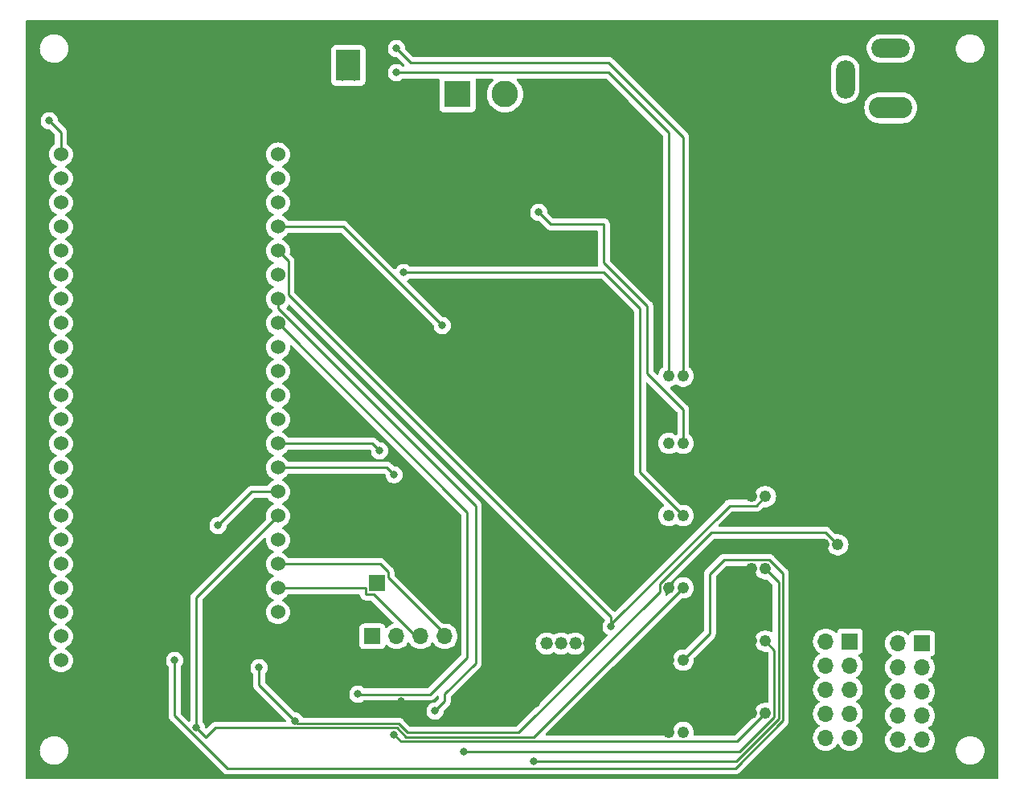
<source format=gbr>
%TF.GenerationSoftware,KiCad,Pcbnew,7.0.10*%
%TF.CreationDate,2024-05-27T10:21:38-04:00*%
%TF.ProjectId,Scout_Board,53636f75-745f-4426-9f61-72642e6b6963,rev?*%
%TF.SameCoordinates,Original*%
%TF.FileFunction,Copper,L2,Bot*%
%TF.FilePolarity,Positive*%
%FSLAX46Y46*%
G04 Gerber Fmt 4.6, Leading zero omitted, Abs format (unit mm)*
G04 Created by KiCad (PCBNEW 7.0.10) date 2024-05-27 10:21:38*
%MOMM*%
%LPD*%
G01*
G04 APERTURE LIST*
%TA.AperFunction,ComponentPad*%
%ADD10C,1.244600*%
%TD*%
%TA.AperFunction,ComponentPad*%
%ADD11R,1.700000X1.700000*%
%TD*%
%TA.AperFunction,ComponentPad*%
%ADD12O,1.700000X1.700000*%
%TD*%
%TA.AperFunction,ComponentPad*%
%ADD13R,1.530000X1.530000*%
%TD*%
%TA.AperFunction,ComponentPad*%
%ADD14C,1.530000*%
%TD*%
%TA.AperFunction,ComponentPad*%
%ADD15R,2.800000X2.800000*%
%TD*%
%TA.AperFunction,ComponentPad*%
%ADD16C,2.800000*%
%TD*%
%TA.AperFunction,ComponentPad*%
%ADD17C,1.320800*%
%TD*%
%TA.AperFunction,ComponentPad*%
%ADD18O,4.560000X2.280000*%
%TD*%
%TA.AperFunction,ComponentPad*%
%ADD19O,2.025000X4.050000*%
%TD*%
%TA.AperFunction,ComponentPad*%
%ADD20O,4.050000X2.025000*%
%TD*%
%TA.AperFunction,ComponentPad*%
%ADD21C,0.630000*%
%TD*%
%TA.AperFunction,SMDPad,CuDef*%
%ADD22R,2.600000X3.300000*%
%TD*%
%TA.AperFunction,ViaPad*%
%ADD23C,0.800000*%
%TD*%
%TA.AperFunction,Conductor*%
%ADD24C,0.250000*%
%TD*%
G04 APERTURE END LIST*
D10*
%TO.P,Conn11,1,Pin_1*%
%TO.N,+3.3V*%
X211859999Y-147320000D03*
%TO.P,Conn11,2,Pin_2*%
%TO.N,Button5*%
X213360000Y-147320000D03*
%TD*%
%TO.P,Conn12,1,Pin_1*%
%TO.N,+3.3V*%
X211859999Y-139700000D03*
%TO.P,Conn12,2,Pin_2*%
%TO.N,Button6*%
X213360000Y-139700000D03*
%TD*%
D11*
%TO.P,J6,1,Pin_1*%
%TO.N,GND*%
X222270000Y-154970000D03*
D12*
%TO.P,J6,2,Pin_2*%
X219730000Y-154970000D03*
%TO.P,J6,3,Pin_3*%
X222270000Y-157510000D03*
%TO.P,J6,4,Pin_4*%
X219730000Y-157510000D03*
%TO.P,J6,5,Pin_5*%
X222270000Y-160050000D03*
%TO.P,J6,6,Pin_6*%
X219730000Y-160050000D03*
%TO.P,J6,7,Pin_7*%
X222270000Y-162590000D03*
%TO.P,J6,8,Pin_8*%
X219730000Y-162590000D03*
%TO.P,J6,9,Pin_9*%
X222270000Y-165130000D03*
%TO.P,J6,10,Pin_10*%
X219730000Y-165130000D03*
%TD*%
D13*
%TO.P,U2,J1_1,3V3*%
%TO.N,+3.3V*%
X162014500Y-156970000D03*
D14*
%TO.P,U2,J1_2,3V3*%
X162014500Y-154430000D03*
%TO.P,U2,J1_3,RST*%
%TO.N,unconnected-(U2-RST-PadJ1_3)*%
X162014500Y-151890000D03*
%TO.P,U2,J1_4,GPIO4*%
%TO.N,Conn3*%
X162014500Y-149350000D03*
%TO.P,U2,J1_5,GPIO5*%
%TO.N,Conn4*%
X162014500Y-146810000D03*
%TO.P,U2,J1_6,GPIO6*%
%TO.N,Sw2*%
X162014500Y-144270000D03*
%TO.P,U2,J1_7,GPIO7*%
%TO.N,FlipButton*%
X162014500Y-141730000D03*
%TO.P,U2,J1_8,GPIO15*%
%TO.N,Sw1*%
X162014500Y-139190000D03*
%TO.P,U2,J1_9,GPIO16*%
%TO.N,TxD*%
X162014500Y-136650000D03*
%TO.P,U2,J1_10,GPIO17*%
%TO.N,RxD*%
X162014500Y-134110000D03*
%TO.P,U2,J1_11,GPIO18*%
%TO.N,CaptureButton*%
X162014500Y-131570000D03*
%TO.P,U2,J1_12,GPIO8*%
%TO.N,SBC_Power*%
X162014500Y-129030000D03*
%TO.P,U2,J1_13,GPIO3*%
%TO.N,Conn2*%
X162014500Y-126490000D03*
%TO.P,U2,J1_14,GPIO46*%
%TO.N,unconnected-(U2-GPIO46-PadJ1_14)*%
X162014500Y-123950000D03*
%TO.P,U2,J1_15,GPIO9*%
%TO.N,Button3*%
X162014500Y-121410000D03*
%TO.P,U2,J1_16,GPIO10*%
%TO.N,Button4*%
X162014500Y-118870000D03*
%TO.P,U2,J1_17,GPIO11*%
%TO.N,Button5*%
X162014500Y-116330000D03*
%TO.P,U2,J1_18,GPIO12*%
%TO.N,Button6*%
X162014500Y-113790000D03*
%TO.P,U2,J1_19,GPIO13*%
%TO.N,TopLightsLV*%
X162014500Y-111250000D03*
%TO.P,U2,J1_20,GPIO14*%
%TO.N,BottomLightsLV*%
X162014500Y-108710000D03*
%TO.P,U2,J1_21,5V0*%
%TO.N,+5V*%
X162014500Y-106170000D03*
%TO.P,U2,J1_22,GND*%
%TO.N,GND*%
X162014500Y-103630000D03*
%TO.P,U2,J3_1,GND*%
X139154500Y-156970000D03*
%TO.P,U2,J3_2,U0TXD/GPIO43*%
%TO.N,unconnected-(U2-U0TXD{slash}GPIO43-PadJ3_2)*%
X139154500Y-154430000D03*
%TO.P,U2,J3_3,U0RXD/GPIO44*%
%TO.N,unconnected-(U2-U0RXD{slash}GPIO44-PadJ3_3)*%
X139154500Y-151890000D03*
%TO.P,U2,J3_4,GPIO1*%
%TO.N,unconnected-(U2-GPIO1-PadJ3_4)*%
X139154500Y-149350000D03*
%TO.P,U2,J3_5,GPIO2*%
%TO.N,Conn1*%
X139154500Y-146810000D03*
%TO.P,U2,J3_6,MTMS/GPIO42*%
%TO.N,unconnected-(U2-MTMS{slash}GPIO42-PadJ3_6)*%
X139154500Y-144270000D03*
%TO.P,U2,J3_7,MTDI/GPIO41*%
%TO.N,unconnected-(U2-MTDI{slash}GPIO41-PadJ3_7)*%
X139154500Y-141730000D03*
%TO.P,U2,J3_8,MTDO/GPIO40*%
%TO.N,unconnected-(U2-MTDO{slash}GPIO40-PadJ3_8)*%
X139154500Y-139190000D03*
%TO.P,U2,J3_9,MTCK/GPIO39*%
%TO.N,unconnected-(U2-MTCK{slash}GPIO39-PadJ3_9)*%
X139154500Y-136650000D03*
%TO.P,U2,J3_10,GPIO38*%
%TO.N,unconnected-(U2-GPIO38-PadJ3_10)*%
X139154500Y-134110000D03*
%TO.P,U2,J3_11,GPIO37*%
%TO.N,unconnected-(U2-GPIO37-PadJ3_11)*%
X139154500Y-131570000D03*
%TO.P,U2,J3_12,GPIO36*%
%TO.N,unconnected-(U2-GPIO36-PadJ3_12)*%
X139154500Y-129030000D03*
%TO.P,U2,J3_13,GPIO35*%
%TO.N,IN2*%
X139154500Y-126490000D03*
%TO.P,U2,J3_14,GPIO0*%
%TO.N,unconnected-(U2-GPIO0-PadJ3_14)*%
X139154500Y-123950000D03*
%TO.P,U2,J3_15,GPIO45*%
%TO.N,unconnected-(U2-GPIO45-PadJ3_15)*%
X139154500Y-121410000D03*
%TO.P,U2,J3_16,GPIO48*%
%TO.N,unconnected-(U2-GPIO48-PadJ3_16)*%
X139154500Y-118870000D03*
%TO.P,U2,J3_17,GPIO47*%
%TO.N,unconnected-(U2-GPIO47-PadJ3_17)*%
X139154500Y-116330000D03*
%TO.P,U2,J3_18,GPIO21*%
%TO.N,IN1*%
X139154500Y-113790000D03*
%TO.P,U2,J3_19,USB_D+/GPIO20*%
%TO.N,unconnected-(U2-USB_D+{slash}GPIO20-PadJ3_19)*%
X139154500Y-111250000D03*
%TO.P,U2,J3_20,USB_D-/GPIO19*%
%TO.N,unconnected-(U2-USB_D-{slash}GPIO19-PadJ3_20)*%
X139154500Y-108710000D03*
%TO.P,U2,J3_21,GND*%
%TO.N,GND*%
X139154500Y-106170000D03*
%TO.P,U2,J3_22,GND*%
X139154500Y-103630000D03*
%TD*%
D11*
%TO.P,J5,1,Pin_1*%
%TO.N,+5V*%
X229870000Y-155194000D03*
D12*
%TO.P,J5,2,Pin_2*%
X227330000Y-155194000D03*
%TO.P,J5,3,Pin_3*%
X229870000Y-157734000D03*
%TO.P,J5,4,Pin_4*%
X227330000Y-157734000D03*
%TO.P,J5,5,Pin_5*%
X229870000Y-160274000D03*
%TO.P,J5,6,Pin_6*%
X227330000Y-160274000D03*
%TO.P,J5,7,Pin_7*%
X229870000Y-162814000D03*
%TO.P,J5,8,Pin_8*%
X227330000Y-162814000D03*
%TO.P,J5,9,Pin_9*%
X229870000Y-165354000D03*
%TO.P,J5,10,Pin_10*%
X227330000Y-165354000D03*
%TD*%
D10*
%TO.P,Conn10,1,Pin_1*%
%TO.N,+3.3V*%
X211859999Y-154940000D03*
%TO.P,Conn10,2,Pin_2*%
%TO.N,Button4*%
X213360000Y-154940000D03*
%TD*%
%TO.P,Conn4,1,Pin_1*%
%TO.N,+12V*%
X203200000Y-134088001D03*
%TO.P,Conn4,2,Pin_2*%
%TO.N,Net-(Conn4-Pin_2)*%
X204700001Y-134088001D03*
%TD*%
%TO.P,Conn9,1,Pin_1*%
%TO.N,+3.3V*%
X211859999Y-162560000D03*
%TO.P,Conn9,2,Pin_2*%
%TO.N,Button3*%
X213360000Y-162560000D03*
%TD*%
D11*
%TO.P,J1,1,Pin_1*%
%TO.N,SBC_Power*%
X172466000Y-148844000D03*
%TD*%
D10*
%TO.P,Conn1,1,Pin_1*%
%TO.N,OUT1*%
X203200000Y-127000000D03*
%TO.P,Conn1,2,Pin_2*%
%TO.N,OUT2*%
X204700001Y-127000000D03*
%TD*%
%TO.P,Conn6,1,Pin_1*%
%TO.N,+3.3V*%
X203200000Y-149328001D03*
%TO.P,Conn6,2,Pin_2*%
%TO.N,FlipButton*%
X204700001Y-149328001D03*
%TD*%
D15*
%TO.P,J4,1,Pin_1*%
%TO.N,+5VA*%
X180928000Y-97282000D03*
D16*
%TO.P,J4,2,Pin_2*%
%TO.N,GND*%
X185928000Y-97282000D03*
%TD*%
D17*
%TO.P,Conn7,1,VCC*%
%TO.N,+3.3V*%
X194818000Y-155194000D03*
%TO.P,Conn7,2,RXD*%
%TO.N,RxD*%
X193318001Y-155194000D03*
%TO.P,Conn7,3,TXD*%
%TO.N,TxD*%
X191817999Y-155194000D03*
%TO.P,Conn7,4,GND*%
%TO.N,GND*%
X190317999Y-155194000D03*
%TD*%
D10*
%TO.P,Conn8,1,Pin_1*%
%TO.N,+3.3V*%
X219479999Y-144780000D03*
%TO.P,Conn8,2,Pin_2*%
%TO.N,CaptureButton*%
X220980000Y-144780000D03*
%TD*%
D11*
%TO.P,J2,1,Pin_1*%
%TO.N,Conn1*%
X171958000Y-154432000D03*
D12*
%TO.P,J2,2,Pin_2*%
%TO.N,Conn2*%
X174498000Y-154432000D03*
%TO.P,J2,3,Pin_3*%
%TO.N,Conn3*%
X177038000Y-154432000D03*
%TO.P,J2,4,Pin_4*%
%TO.N,Conn4*%
X179578000Y-154432000D03*
%TD*%
D10*
%TO.P,Conn2,1,Pin_1*%
%TO.N,+3.3V*%
X203200000Y-164568001D03*
%TO.P,Conn2,2,Pin_2*%
%TO.N,Sw2*%
X204700001Y-164568001D03*
%TD*%
D18*
%TO.P,J3,1*%
%TO.N,+12V*%
X226568000Y-98706000D03*
D19*
%TO.P,J3,2*%
%TO.N,GND*%
X221768000Y-95706000D03*
D20*
%TO.P,J3,3*%
X226568000Y-92456000D03*
%TD*%
D10*
%TO.P,Conn3,1,Pin_1*%
%TO.N,+3.3V*%
X203200000Y-156948001D03*
%TO.P,Conn3,2,Pin_2*%
%TO.N,Sw1*%
X204700001Y-156948001D03*
%TD*%
D21*
%TO.P,U1,9*%
%TO.N,GND*%
X168768000Y-92934000D03*
X168768000Y-94234000D03*
X168768000Y-95534000D03*
D22*
X169418000Y-94234000D03*
D21*
X170068000Y-92934000D03*
X170068000Y-94234000D03*
X170068000Y-95534000D03*
%TD*%
D10*
%TO.P,Conn5,1,Pin_1*%
%TO.N,+12V*%
X203200000Y-141708001D03*
%TO.P,Conn5,2,Pin_2*%
%TO.N,Net-(Conn5-Pin_2)*%
X204700001Y-141708001D03*
%TD*%
D23*
%TO.N,GND*%
X137922000Y-100076000D03*
%TO.N,OUT1*%
X174498000Y-94996000D03*
%TO.N,OUT2*%
X174498000Y-92456000D03*
%TO.N,+3.3V*%
X170298214Y-122912962D03*
X189230000Y-161544000D03*
X175006000Y-161290000D03*
X167132000Y-160782000D03*
X182118000Y-161544000D03*
X180340000Y-124968000D03*
X156464000Y-160782000D03*
X174752000Y-122174000D03*
X147828000Y-160020000D03*
%TO.N,Sw1*%
X151130000Y-156972000D03*
X155702000Y-142748000D03*
%TO.N,Net-(Conn4-Pin_2)*%
X189484000Y-109728000D03*
%TO.N,Net-(Conn5-Pin_2)*%
X175260000Y-116078000D03*
%TO.N,FlipButton*%
X153416000Y-164084000D03*
%TO.N,RxD*%
X172720000Y-134874000D03*
%TO.N,TxD*%
X174248653Y-137409347D03*
%TO.N,CaptureButton*%
X163830000Y-163359000D03*
X160020000Y-157734000D03*
%TO.N,Button3*%
X170434000Y-160528000D03*
X174244000Y-164809000D03*
%TO.N,Button4*%
X181610000Y-166624000D03*
X178562000Y-162306000D03*
%TO.N,Button5*%
X188976000Y-167640000D03*
%TO.N,Button6*%
X197104000Y-153416000D03*
%TO.N,TopLightsLV*%
X179324000Y-121666000D03*
%TD*%
D24*
%TO.N,GND*%
X139154500Y-101308500D02*
X137922000Y-100076000D01*
X139154500Y-103630000D02*
X139154500Y-101308500D01*
%TO.N,OUT1*%
X203200000Y-101346000D02*
X199390000Y-97536000D01*
X196850000Y-94996000D02*
X174498000Y-94996000D01*
X199390000Y-97536000D02*
X196850000Y-94996000D01*
X203200000Y-127000000D02*
X203200000Y-101346000D01*
%TO.N,OUT2*%
X176022000Y-93980000D02*
X174498000Y-92456000D01*
X204700001Y-101830001D02*
X196850000Y-93980000D01*
X204700001Y-127000000D02*
X204700001Y-101830001D01*
X196850000Y-93980000D02*
X176022000Y-93980000D01*
%TO.N,Sw1*%
X151130000Y-162823305D02*
X156671695Y-168365000D01*
X213752385Y-146372700D02*
X215207300Y-147827615D01*
X215207300Y-163325177D02*
X210167477Y-168365000D01*
X159260000Y-139190000D02*
X155702000Y-142748000D01*
X162014500Y-139190000D02*
X159260000Y-139190000D01*
X208994987Y-146372700D02*
X213752385Y-146372700D01*
X210167477Y-168365000D02*
X156671695Y-168365000D01*
X207518000Y-147849687D02*
X208994987Y-146372700D01*
X207518000Y-154130002D02*
X207518000Y-147849687D01*
X215207300Y-147827615D02*
X215207300Y-163325177D01*
X151130000Y-156972000D02*
X151130000Y-162823305D01*
X204700001Y-156948001D02*
X207518000Y-154130002D01*
%TO.N,Net-(Conn4-Pin_2)*%
X196342000Y-110998000D02*
X190754000Y-110998000D01*
X204700001Y-134088001D02*
X204700001Y-130532001D01*
X196342000Y-115062000D02*
X196342000Y-110998000D01*
X203962000Y-129794000D02*
X200914000Y-126746000D01*
X200914000Y-126746000D02*
X200914000Y-119634000D01*
X200914000Y-119634000D02*
X196342000Y-115062000D01*
X190754000Y-110998000D02*
X189484000Y-109728000D01*
X204700001Y-130532001D02*
X203962000Y-129794000D01*
%TO.N,Net-(Conn5-Pin_2)*%
X175260000Y-116078000D02*
X196342000Y-116078000D01*
X200152000Y-137160000D02*
X204700001Y-141708001D01*
X196342000Y-116078000D02*
X200152000Y-119888000D01*
X200152000Y-119888000D02*
X200152000Y-137160000D01*
%TO.N,FlipButton*%
X154432000Y-165100000D02*
X155448000Y-164084000D01*
X153416000Y-150328500D02*
X162014500Y-141730000D01*
X153416000Y-164084000D02*
X154432000Y-165100000D01*
X188962701Y-165065301D02*
X204700001Y-149328001D01*
X153416000Y-164084000D02*
X153416000Y-150328500D01*
X174544305Y-164084000D02*
X175525606Y-165065301D01*
X155448000Y-164084000D02*
X174544305Y-164084000D01*
X175525606Y-165065301D02*
X188962701Y-165065301D01*
%TO.N,RxD*%
X171956000Y-134110000D02*
X162014500Y-134110000D01*
X172720000Y-134874000D02*
X171956000Y-134110000D01*
%TO.N,TxD*%
X173489306Y-136650000D02*
X162014500Y-136650000D01*
X174248653Y-137409347D02*
X173489306Y-136650000D01*
%TO.N,CaptureButton*%
X164105000Y-163634000D02*
X174730701Y-163634000D01*
X207678316Y-143510000D02*
X219710000Y-143510000D01*
X202252700Y-148935616D02*
X207678316Y-143510000D01*
X187381086Y-164592000D02*
X202252700Y-149720386D01*
X202252700Y-149720386D02*
X202252700Y-148935616D01*
X175688701Y-164592000D02*
X187381086Y-164592000D01*
X160020000Y-159549000D02*
X163830000Y-163359000D01*
X174730701Y-163634000D02*
X175688701Y-164592000D01*
X163830000Y-163359000D02*
X164105000Y-163634000D01*
X219710000Y-143510000D02*
X220980000Y-144780000D01*
X160020000Y-157734000D02*
X160020000Y-159549000D01*
%TO.N,Button3*%
X174950301Y-165515301D02*
X210404699Y-165515301D01*
X181926802Y-156655198D02*
X181926802Y-141322302D01*
X181926802Y-141322302D02*
X162014500Y-121410000D01*
X210404699Y-165515301D02*
X213360000Y-162560000D01*
X170434000Y-160528000D02*
X170471000Y-160565000D01*
X174244000Y-164809000D02*
X174950301Y-165515301D01*
X170471000Y-160565000D02*
X178017000Y-160565000D01*
X178017000Y-160565000D02*
X181926802Y-156655198D01*
%TO.N,Button4*%
X214307300Y-155887300D02*
X213360000Y-154940000D01*
X162014500Y-118870000D02*
X162014500Y-119850500D01*
X179578000Y-160528000D02*
X179578000Y-161290000D01*
X162014500Y-119850500D02*
X182843000Y-140679000D01*
X181610000Y-166624000D02*
X210635685Y-166624000D01*
X214307300Y-162952385D02*
X214307300Y-155887300D01*
X182843000Y-140679000D02*
X182843000Y-157263000D01*
X179578000Y-161290000D02*
X178562000Y-162306000D01*
X210635685Y-166624000D02*
X214307300Y-162952385D01*
X182843000Y-157263000D02*
X179578000Y-160528000D01*
%TO.N,Button5*%
X214757300Y-163138781D02*
X214757300Y-148717300D01*
X210256081Y-167640000D02*
X214757300Y-163138781D01*
X188976000Y-167640000D02*
X210256081Y-167640000D01*
X214757300Y-148717300D02*
X213360000Y-147320000D01*
%TO.N,Button6*%
X163104500Y-118400500D02*
X163104500Y-114880000D01*
X197104000Y-153416000D02*
X197104000Y-152400000D01*
X197104000Y-152400000D02*
X163104500Y-118400500D01*
X212412700Y-140647300D02*
X213360000Y-139700000D01*
X197104000Y-153116314D02*
X209573014Y-140647300D01*
X163104500Y-114880000D02*
X162014500Y-113790000D01*
X209573014Y-140647300D02*
X212412700Y-140647300D01*
X197104000Y-153416000D02*
X197104000Y-153116314D01*
%TO.N,Conn3*%
X172117000Y-150019000D02*
X171291000Y-150019000D01*
X177038000Y-154432000D02*
X176530000Y-154432000D01*
X171291000Y-149350000D02*
X162014500Y-149350000D01*
X171291000Y-150019000D02*
X171291000Y-149350000D01*
X176530000Y-154432000D02*
X172117000Y-150019000D01*
%TO.N,Conn4*%
X172782000Y-146810000D02*
X162014500Y-146810000D01*
X179578000Y-154178000D02*
X173641000Y-148241000D01*
X173641000Y-147669000D02*
X172782000Y-146810000D01*
X173641000Y-148241000D02*
X173641000Y-147669000D01*
X179578000Y-154432000D02*
X179578000Y-154178000D01*
%TO.N,TopLightsLV*%
X162014500Y-111250000D02*
X168908000Y-111250000D01*
X168908000Y-111250000D02*
X179324000Y-121666000D01*
%TD*%
%TA.AperFunction,Conductor*%
%TO.N,+3.3V*%
G36*
X163302769Y-119483447D02*
G01*
X163305595Y-119486185D01*
X196442181Y-152622771D01*
X196475666Y-152684094D01*
X196478500Y-152710452D01*
X196478500Y-152717312D01*
X196458815Y-152784351D01*
X196446650Y-152800284D01*
X196371466Y-152883784D01*
X196276821Y-153047715D01*
X196276818Y-153047722D01*
X196218824Y-153226210D01*
X196218326Y-153227744D01*
X196198540Y-153416000D01*
X196218326Y-153604256D01*
X196218327Y-153604259D01*
X196276818Y-153784277D01*
X196276821Y-153784284D01*
X196371467Y-153948216D01*
X196483034Y-154072123D01*
X196498129Y-154088888D01*
X196651265Y-154200148D01*
X196656893Y-154203397D01*
X196656176Y-154204637D01*
X196703725Y-154245055D01*
X196724044Y-154311904D01*
X196704997Y-154379127D01*
X196687731Y-154400762D01*
X187158314Y-163930181D01*
X187096991Y-163963666D01*
X187070633Y-163966500D01*
X175999153Y-163966500D01*
X175932114Y-163946815D01*
X175911472Y-163930181D01*
X175581953Y-163600662D01*
X175231504Y-163250212D01*
X175221681Y-163237950D01*
X175221460Y-163238134D01*
X175216487Y-163232122D01*
X175167477Y-163186099D01*
X175164678Y-163183386D01*
X175145178Y-163163885D01*
X175145172Y-163163880D01*
X175141987Y-163161409D01*
X175133135Y-163153848D01*
X175101283Y-163123938D01*
X175101281Y-163123936D01*
X175101278Y-163123935D01*
X175083730Y-163114288D01*
X175067464Y-163103604D01*
X175051633Y-163091324D01*
X175011550Y-163073978D01*
X175001064Y-163068841D01*
X174962795Y-163047803D01*
X174962793Y-163047802D01*
X174943394Y-163042822D01*
X174924982Y-163036518D01*
X174906599Y-163028562D01*
X174906593Y-163028560D01*
X174863461Y-163021729D01*
X174852023Y-163019361D01*
X174809721Y-163008500D01*
X174809720Y-163008500D01*
X174789685Y-163008500D01*
X174770287Y-163006973D01*
X174762863Y-163005797D01*
X174750506Y-163003840D01*
X174750505Y-163003840D01*
X174707026Y-163007950D01*
X174695357Y-163008500D01*
X164739038Y-163008500D01*
X164671999Y-162988815D01*
X164631651Y-162946500D01*
X164617465Y-162921929D01*
X164562533Y-162826784D01*
X164435871Y-162686112D01*
X164435870Y-162686111D01*
X164282734Y-162574851D01*
X164282729Y-162574848D01*
X164109807Y-162497857D01*
X164109802Y-162497855D01*
X163964001Y-162466865D01*
X163924646Y-162458500D01*
X163924645Y-162458500D01*
X163865452Y-162458500D01*
X163798413Y-162438815D01*
X163777771Y-162422181D01*
X160681819Y-159326228D01*
X160648334Y-159264905D01*
X160645500Y-159238547D01*
X160645500Y-158432687D01*
X160665185Y-158365648D01*
X160677350Y-158349715D01*
X160695891Y-158329122D01*
X160752533Y-158266216D01*
X160847179Y-158102284D01*
X160905674Y-157922256D01*
X160925460Y-157734000D01*
X160905674Y-157545744D01*
X160847179Y-157365716D01*
X160752533Y-157201784D01*
X160625871Y-157061112D01*
X160625870Y-157061111D01*
X160472734Y-156949851D01*
X160472729Y-156949848D01*
X160299807Y-156872857D01*
X160299802Y-156872855D01*
X160154001Y-156841865D01*
X160114646Y-156833500D01*
X159925354Y-156833500D01*
X159892897Y-156840398D01*
X159740197Y-156872855D01*
X159740192Y-156872857D01*
X159567270Y-156949848D01*
X159567265Y-156949851D01*
X159414129Y-157061111D01*
X159287466Y-157201785D01*
X159192821Y-157365715D01*
X159192818Y-157365722D01*
X159135671Y-157541605D01*
X159134326Y-157545744D01*
X159114540Y-157734000D01*
X159134326Y-157922256D01*
X159134327Y-157922259D01*
X159192818Y-158102277D01*
X159192821Y-158102284D01*
X159287467Y-158266216D01*
X159330772Y-158314310D01*
X159362650Y-158349715D01*
X159392880Y-158412706D01*
X159394500Y-158432687D01*
X159394500Y-159466255D01*
X159392775Y-159481872D01*
X159393061Y-159481899D01*
X159392326Y-159489665D01*
X159394439Y-159556872D01*
X159394500Y-159560767D01*
X159394500Y-159588357D01*
X159395003Y-159592335D01*
X159395918Y-159603967D01*
X159397290Y-159647624D01*
X159397291Y-159647627D01*
X159402880Y-159666867D01*
X159406824Y-159685911D01*
X159409336Y-159705792D01*
X159425414Y-159746403D01*
X159429197Y-159757452D01*
X159441382Y-159799390D01*
X159450374Y-159814596D01*
X159451580Y-159816634D01*
X159460138Y-159834103D01*
X159467514Y-159852732D01*
X159493181Y-159888060D01*
X159499593Y-159897821D01*
X159521828Y-159935417D01*
X159521833Y-159935424D01*
X159535990Y-159949580D01*
X159548627Y-159964375D01*
X159560406Y-159980587D01*
X159578777Y-159995785D01*
X159594057Y-160008425D01*
X159602698Y-160016288D01*
X162833229Y-163246819D01*
X162866714Y-163308142D01*
X162861730Y-163377834D01*
X162819858Y-163433767D01*
X162754394Y-163458184D01*
X162745548Y-163458500D01*
X155530743Y-163458500D01*
X155515122Y-163456775D01*
X155515096Y-163457061D01*
X155507334Y-163456327D01*
X155507333Y-163456327D01*
X155455974Y-163457941D01*
X155440127Y-163458439D01*
X155436232Y-163458500D01*
X155408647Y-163458500D01*
X155404661Y-163459003D01*
X155393033Y-163459918D01*
X155349373Y-163461290D01*
X155330129Y-163466881D01*
X155311079Y-163470825D01*
X155291211Y-163473334D01*
X155291210Y-163473334D01*
X155250599Y-163489413D01*
X155239554Y-163493194D01*
X155197614Y-163505379D01*
X155197610Y-163505381D01*
X155180366Y-163515579D01*
X155162905Y-163524133D01*
X155144274Y-163531510D01*
X155144262Y-163531517D01*
X155108933Y-163557185D01*
X155099173Y-163563596D01*
X155061580Y-163585829D01*
X155047414Y-163599995D01*
X155032624Y-163612627D01*
X155016414Y-163624404D01*
X155016411Y-163624407D01*
X154988573Y-163658058D01*
X154980711Y-163666697D01*
X154528298Y-164119109D01*
X154466975Y-164152594D01*
X154397283Y-164147610D01*
X154341350Y-164105738D01*
X154317297Y-164044391D01*
X154301674Y-163895744D01*
X154243179Y-163715716D01*
X154148533Y-163551784D01*
X154136013Y-163537879D01*
X154073350Y-163468284D01*
X154043120Y-163405292D01*
X154041500Y-163385312D01*
X154041500Y-150638952D01*
X154061185Y-150571913D01*
X154077819Y-150551271D01*
X157308924Y-147320166D01*
X160540185Y-144088904D01*
X160601506Y-144055421D01*
X160671198Y-144060405D01*
X160727131Y-144102277D01*
X160751548Y-144167741D01*
X160751392Y-144187393D01*
X160744166Y-144269996D01*
X160744166Y-144270001D01*
X160763464Y-144490585D01*
X160763465Y-144490592D01*
X160820775Y-144704475D01*
X160820779Y-144704486D01*
X160855992Y-144780000D01*
X160914358Y-144905167D01*
X161041368Y-145086555D01*
X161197945Y-145243132D01*
X161379333Y-145370142D01*
X161386775Y-145373612D01*
X161502591Y-145427618D01*
X161555031Y-145473790D01*
X161574183Y-145540983D01*
X161553967Y-145607865D01*
X161502591Y-145652382D01*
X161379336Y-145709856D01*
X161379334Y-145709857D01*
X161197944Y-145836868D01*
X161041368Y-145993444D01*
X160914357Y-146174834D01*
X160914356Y-146174836D01*
X160820779Y-146375513D01*
X160820775Y-146375524D01*
X160763465Y-146589407D01*
X160763464Y-146589414D01*
X160744166Y-146809998D01*
X160744166Y-146810001D01*
X160763464Y-147030585D01*
X160763465Y-147030592D01*
X160820775Y-147244475D01*
X160820779Y-147244486D01*
X160909712Y-147435204D01*
X160914358Y-147445167D01*
X161041368Y-147626555D01*
X161197945Y-147783132D01*
X161379333Y-147910142D01*
X161386775Y-147913612D01*
X161502591Y-147967618D01*
X161555031Y-148013790D01*
X161574183Y-148080983D01*
X161553967Y-148147865D01*
X161502591Y-148192382D01*
X161379336Y-148249856D01*
X161379334Y-148249857D01*
X161197944Y-148376868D01*
X161041368Y-148533444D01*
X160914357Y-148714834D01*
X160914356Y-148714836D01*
X160820779Y-148915513D01*
X160820775Y-148915524D01*
X160763465Y-149129407D01*
X160763464Y-149129414D01*
X160744166Y-149349998D01*
X160744166Y-149350001D01*
X160763464Y-149570585D01*
X160763465Y-149570592D01*
X160820775Y-149784475D01*
X160820779Y-149784486D01*
X160907683Y-149970852D01*
X160914358Y-149985167D01*
X161041368Y-150166555D01*
X161197945Y-150323132D01*
X161379333Y-150450142D01*
X161434544Y-150475887D01*
X161502591Y-150507618D01*
X161555031Y-150553790D01*
X161574183Y-150620983D01*
X161553967Y-150687865D01*
X161502591Y-150732382D01*
X161379336Y-150789856D01*
X161379334Y-150789857D01*
X161197944Y-150916868D01*
X161041368Y-151073444D01*
X160914357Y-151254834D01*
X160914356Y-151254836D01*
X160820779Y-151455513D01*
X160820775Y-151455524D01*
X160763465Y-151669407D01*
X160763464Y-151669414D01*
X160744166Y-151889998D01*
X160744166Y-151890001D01*
X160763464Y-152110585D01*
X160763465Y-152110592D01*
X160820775Y-152324475D01*
X160820779Y-152324486D01*
X160914356Y-152525163D01*
X160914358Y-152525167D01*
X161041368Y-152706555D01*
X161197945Y-152863132D01*
X161379333Y-152990142D01*
X161500072Y-153046443D01*
X161580013Y-153083720D01*
X161580015Y-153083720D01*
X161580020Y-153083723D01*
X161793909Y-153141035D01*
X161951474Y-153154820D01*
X162014498Y-153160334D01*
X162014500Y-153160334D01*
X162014502Y-153160334D01*
X162069647Y-153155509D01*
X162235091Y-153141035D01*
X162448980Y-153083723D01*
X162649667Y-152990142D01*
X162831055Y-152863132D01*
X162987632Y-152706555D01*
X163114642Y-152525167D01*
X163208223Y-152324480D01*
X163265535Y-152110591D01*
X163284834Y-151890000D01*
X163265535Y-151669409D01*
X163208223Y-151455520D01*
X163114642Y-151254833D01*
X162987632Y-151073445D01*
X162831055Y-150916868D01*
X162649667Y-150789858D01*
X162526407Y-150732381D01*
X162473968Y-150686210D01*
X162454816Y-150619017D01*
X162475031Y-150552136D01*
X162526408Y-150507618D01*
X162649667Y-150450142D01*
X162831055Y-150323132D01*
X162987632Y-150166555D01*
X163084387Y-150028374D01*
X163138963Y-149984751D01*
X163185961Y-149975500D01*
X170545083Y-149975500D01*
X170612122Y-149995185D01*
X170657877Y-150047989D01*
X170668838Y-150091713D01*
X170671696Y-150137138D01*
X170674222Y-150144914D01*
X170679309Y-150167672D01*
X170680334Y-150175784D01*
X170680335Y-150175790D01*
X170680336Y-150175792D01*
X170700753Y-150227359D01*
X170703390Y-150234685D01*
X170720532Y-150287440D01*
X170724907Y-150294333D01*
X170735503Y-150315129D01*
X170738511Y-150322726D01*
X170738513Y-150322730D01*
X170738514Y-150322732D01*
X170749168Y-150337396D01*
X170771121Y-150367612D01*
X170775498Y-150374053D01*
X170805213Y-150420875D01*
X170805213Y-150420876D01*
X170811164Y-150426464D01*
X170826604Y-150443978D01*
X170831403Y-150450585D01*
X170874146Y-150485945D01*
X170879978Y-150491087D01*
X170920418Y-150529062D01*
X170927578Y-150532998D01*
X170946879Y-150546114D01*
X170953177Y-150551324D01*
X170953178Y-150551324D01*
X170953179Y-150551325D01*
X171003362Y-150574939D01*
X171010305Y-150578477D01*
X171058903Y-150605195D01*
X171058905Y-150605195D01*
X171058908Y-150605197D01*
X171064205Y-150606556D01*
X171066814Y-150607227D01*
X171088776Y-150615132D01*
X171096174Y-150618614D01*
X171150666Y-150629008D01*
X171158263Y-150630707D01*
X171211981Y-150644500D01*
X171220153Y-150644500D01*
X171243385Y-150646696D01*
X171244989Y-150647001D01*
X171251412Y-150648227D01*
X171251413Y-150648226D01*
X171251414Y-150648227D01*
X171306759Y-150644745D01*
X171314545Y-150644500D01*
X171806548Y-150644500D01*
X171873587Y-150664185D01*
X171894229Y-150680819D01*
X174148385Y-152934976D01*
X174181870Y-152996299D01*
X174176886Y-153065991D01*
X174135014Y-153121924D01*
X174092798Y-153142432D01*
X174034342Y-153158095D01*
X174034335Y-153158098D01*
X173820171Y-153257964D01*
X173820169Y-153257965D01*
X173626600Y-153393503D01*
X173504673Y-153515430D01*
X173443350Y-153548914D01*
X173373658Y-153543930D01*
X173317725Y-153502058D01*
X173300810Y-153471081D01*
X173251797Y-153339671D01*
X173251793Y-153339664D01*
X173165547Y-153224455D01*
X173165544Y-153224452D01*
X173050335Y-153138206D01*
X173050328Y-153138202D01*
X172915482Y-153087908D01*
X172915483Y-153087908D01*
X172855883Y-153081501D01*
X172855881Y-153081500D01*
X172855873Y-153081500D01*
X172855864Y-153081500D01*
X171060129Y-153081500D01*
X171060123Y-153081501D01*
X171000516Y-153087908D01*
X170865671Y-153138202D01*
X170865664Y-153138206D01*
X170750455Y-153224452D01*
X170750452Y-153224455D01*
X170664206Y-153339664D01*
X170664202Y-153339671D01*
X170613908Y-153474517D01*
X170607501Y-153534116D01*
X170607500Y-153534135D01*
X170607500Y-155329870D01*
X170607501Y-155329876D01*
X170613908Y-155389483D01*
X170664202Y-155524328D01*
X170664206Y-155524335D01*
X170750452Y-155639544D01*
X170750455Y-155639547D01*
X170865664Y-155725793D01*
X170865671Y-155725797D01*
X171000517Y-155776091D01*
X171000516Y-155776091D01*
X171007444Y-155776835D01*
X171060127Y-155782500D01*
X172855872Y-155782499D01*
X172915483Y-155776091D01*
X173050331Y-155725796D01*
X173165546Y-155639546D01*
X173251796Y-155524331D01*
X173300810Y-155392916D01*
X173342681Y-155336984D01*
X173408145Y-155312566D01*
X173476418Y-155327417D01*
X173504673Y-155348569D01*
X173626599Y-155470495D01*
X173716739Y-155533612D01*
X173820165Y-155606032D01*
X173820167Y-155606033D01*
X173820170Y-155606035D01*
X174034337Y-155705903D01*
X174262592Y-155767063D01*
X174439034Y-155782500D01*
X174497999Y-155787659D01*
X174498000Y-155787659D01*
X174498001Y-155787659D01*
X174556966Y-155782500D01*
X174733408Y-155767063D01*
X174961663Y-155705903D01*
X175175830Y-155606035D01*
X175369401Y-155470495D01*
X175536495Y-155303401D01*
X175666425Y-155117842D01*
X175721002Y-155074217D01*
X175790500Y-155067023D01*
X175852855Y-155098546D01*
X175869575Y-155117842D01*
X175999500Y-155303395D01*
X175999505Y-155303401D01*
X176166599Y-155470495D01*
X176256739Y-155533612D01*
X176360165Y-155606032D01*
X176360167Y-155606033D01*
X176360170Y-155606035D01*
X176574337Y-155705903D01*
X176802592Y-155767063D01*
X176979034Y-155782500D01*
X177037999Y-155787659D01*
X177038000Y-155787659D01*
X177038001Y-155787659D01*
X177096966Y-155782500D01*
X177273408Y-155767063D01*
X177501663Y-155705903D01*
X177715830Y-155606035D01*
X177909401Y-155470495D01*
X178076495Y-155303401D01*
X178206425Y-155117842D01*
X178261002Y-155074217D01*
X178330500Y-155067023D01*
X178392855Y-155098546D01*
X178409575Y-155117842D01*
X178539500Y-155303395D01*
X178539505Y-155303401D01*
X178706599Y-155470495D01*
X178796739Y-155533612D01*
X178900165Y-155606032D01*
X178900167Y-155606033D01*
X178900170Y-155606035D01*
X179114337Y-155705903D01*
X179342592Y-155767063D01*
X179519034Y-155782500D01*
X179577999Y-155787659D01*
X179578000Y-155787659D01*
X179578001Y-155787659D01*
X179636966Y-155782500D01*
X179813408Y-155767063D01*
X180041663Y-155705903D01*
X180255830Y-155606035D01*
X180449401Y-155470495D01*
X180616495Y-155303401D01*
X180752035Y-155109830D01*
X180851903Y-154895663D01*
X180913063Y-154667408D01*
X180933659Y-154432000D01*
X180913063Y-154196592D01*
X180851903Y-153968337D01*
X180752035Y-153754171D01*
X180711372Y-153696097D01*
X180616494Y-153560597D01*
X180449402Y-153393506D01*
X180449395Y-153393501D01*
X180255834Y-153257967D01*
X180255830Y-153257965D01*
X180205743Y-153234609D01*
X180041663Y-153158097D01*
X180041659Y-153158096D01*
X180041655Y-153158094D01*
X179813413Y-153096938D01*
X179813403Y-153096936D01*
X179578001Y-153076341D01*
X179577998Y-153076341D01*
X179435995Y-153088764D01*
X179367495Y-153074997D01*
X179337507Y-153052917D01*
X174302819Y-148018228D01*
X174269334Y-147956905D01*
X174266500Y-147930547D01*
X174266500Y-147751737D01*
X174268224Y-147736123D01*
X174267938Y-147736096D01*
X174268672Y-147728333D01*
X174266561Y-147661143D01*
X174266500Y-147657249D01*
X174266500Y-147629651D01*
X174266500Y-147629650D01*
X174265997Y-147625670D01*
X174265080Y-147614021D01*
X174263709Y-147570374D01*
X174263709Y-147570372D01*
X174258120Y-147551137D01*
X174254174Y-147532084D01*
X174251664Y-147512208D01*
X174235578Y-147471581D01*
X174231803Y-147460554D01*
X174219617Y-147418610D01*
X174209421Y-147401369D01*
X174200860Y-147383893D01*
X174199308Y-147379975D01*
X174193486Y-147365268D01*
X174167809Y-147329926D01*
X174161412Y-147320190D01*
X174139170Y-147282579D01*
X174139167Y-147282576D01*
X174139165Y-147282573D01*
X174125005Y-147268413D01*
X174112370Y-147253620D01*
X174100593Y-147237412D01*
X174066945Y-147209576D01*
X174058304Y-147201713D01*
X173282803Y-146426212D01*
X173272980Y-146413950D01*
X173272759Y-146414134D01*
X173267786Y-146408122D01*
X173218776Y-146362099D01*
X173215977Y-146359386D01*
X173196477Y-146339885D01*
X173196471Y-146339880D01*
X173193286Y-146337409D01*
X173184434Y-146329848D01*
X173152582Y-146299938D01*
X173152580Y-146299936D01*
X173152577Y-146299935D01*
X173135029Y-146290288D01*
X173118763Y-146279604D01*
X173102932Y-146267324D01*
X173062849Y-146249978D01*
X173052363Y-146244841D01*
X173014094Y-146223803D01*
X173014092Y-146223802D01*
X172994693Y-146218822D01*
X172976281Y-146212518D01*
X172957898Y-146204562D01*
X172957892Y-146204560D01*
X172914760Y-146197729D01*
X172903322Y-146195361D01*
X172861020Y-146184500D01*
X172861019Y-146184500D01*
X172840984Y-146184500D01*
X172821586Y-146182973D01*
X172814162Y-146181797D01*
X172801805Y-146179840D01*
X172801804Y-146179840D01*
X172758325Y-146183950D01*
X172746656Y-146184500D01*
X163185961Y-146184500D01*
X163118922Y-146164815D01*
X163084387Y-146131625D01*
X162987632Y-145993445D01*
X162831055Y-145836868D01*
X162649667Y-145709858D01*
X162585320Y-145679853D01*
X162526408Y-145652382D01*
X162473968Y-145606210D01*
X162454816Y-145539017D01*
X162475031Y-145472136D01*
X162526408Y-145427618D01*
X162649667Y-145370142D01*
X162831055Y-145243132D01*
X162987632Y-145086555D01*
X163114642Y-144905167D01*
X163208223Y-144704480D01*
X163265535Y-144490591D01*
X163284834Y-144270000D01*
X163265535Y-144049409D01*
X163208223Y-143835520D01*
X163114642Y-143634833D01*
X162987632Y-143453445D01*
X162831055Y-143296868D01*
X162649667Y-143169858D01*
X162526407Y-143112381D01*
X162473968Y-143066210D01*
X162454816Y-142999017D01*
X162475031Y-142932136D01*
X162526408Y-142887618D01*
X162543088Y-142879840D01*
X162649667Y-142830142D01*
X162831055Y-142703132D01*
X162987632Y-142546555D01*
X163114642Y-142365167D01*
X163208223Y-142164480D01*
X163265535Y-141950591D01*
X163284834Y-141730000D01*
X163265535Y-141509409D01*
X163208223Y-141295520D01*
X163198641Y-141274972D01*
X163150008Y-141170677D01*
X163114642Y-141094833D01*
X162987632Y-140913445D01*
X162831055Y-140756868D01*
X162649667Y-140629858D01*
X162637149Y-140624021D01*
X162526408Y-140572382D01*
X162473968Y-140526210D01*
X162454816Y-140459017D01*
X162475031Y-140392136D01*
X162526408Y-140347618D01*
X162649667Y-140290142D01*
X162831055Y-140163132D01*
X162987632Y-140006555D01*
X163114642Y-139825167D01*
X163208223Y-139624480D01*
X163265535Y-139410591D01*
X163284834Y-139190000D01*
X163265535Y-138969409D01*
X163208223Y-138755520D01*
X163196511Y-138730404D01*
X163153196Y-138637514D01*
X163114642Y-138554833D01*
X162987632Y-138373445D01*
X162831055Y-138216868D01*
X162649667Y-138089858D01*
X162526407Y-138032381D01*
X162473968Y-137986210D01*
X162454816Y-137919017D01*
X162475031Y-137852136D01*
X162526408Y-137807618D01*
X162649667Y-137750142D01*
X162831055Y-137623132D01*
X162987632Y-137466555D01*
X163084387Y-137328374D01*
X163138963Y-137284751D01*
X163185961Y-137275500D01*
X173178853Y-137275500D01*
X173245892Y-137295185D01*
X173266534Y-137311819D01*
X173309692Y-137354977D01*
X173343177Y-137416300D01*
X173345331Y-137429690D01*
X173362979Y-137597603D01*
X173362980Y-137597606D01*
X173421471Y-137777624D01*
X173421474Y-137777631D01*
X173516120Y-137941563D01*
X173557811Y-137987865D01*
X173642782Y-138082235D01*
X173795918Y-138193495D01*
X173795923Y-138193498D01*
X173968845Y-138270489D01*
X173968850Y-138270491D01*
X174154007Y-138309847D01*
X174154008Y-138309847D01*
X174343297Y-138309847D01*
X174343299Y-138309847D01*
X174528456Y-138270491D01*
X174701383Y-138193498D01*
X174854524Y-138082235D01*
X174981186Y-137941563D01*
X175075832Y-137777631D01*
X175134327Y-137597603D01*
X175154113Y-137409347D01*
X175134327Y-137221091D01*
X175075832Y-137041063D01*
X174981186Y-136877131D01*
X174854524Y-136736459D01*
X174854523Y-136736458D01*
X174701387Y-136625198D01*
X174701382Y-136625195D01*
X174528460Y-136548204D01*
X174528455Y-136548202D01*
X174382654Y-136517212D01*
X174343299Y-136508847D01*
X174343298Y-136508847D01*
X174284106Y-136508847D01*
X174217067Y-136489162D01*
X174196425Y-136472528D01*
X173990109Y-136266212D01*
X173980286Y-136253950D01*
X173980065Y-136254134D01*
X173975092Y-136248122D01*
X173926082Y-136202099D01*
X173923283Y-136199386D01*
X173903783Y-136179885D01*
X173903777Y-136179880D01*
X173900592Y-136177409D01*
X173891740Y-136169848D01*
X173859888Y-136139938D01*
X173859886Y-136139936D01*
X173859883Y-136139935D01*
X173842335Y-136130288D01*
X173826069Y-136119604D01*
X173810238Y-136107324D01*
X173770155Y-136089978D01*
X173759669Y-136084841D01*
X173721400Y-136063803D01*
X173721398Y-136063802D01*
X173701999Y-136058822D01*
X173683587Y-136052518D01*
X173665204Y-136044562D01*
X173665198Y-136044560D01*
X173622066Y-136037729D01*
X173610628Y-136035361D01*
X173568326Y-136024500D01*
X173568325Y-136024500D01*
X173548290Y-136024500D01*
X173528892Y-136022973D01*
X173521468Y-136021797D01*
X173509111Y-136019840D01*
X173509110Y-136019840D01*
X173465631Y-136023950D01*
X173453962Y-136024500D01*
X163185961Y-136024500D01*
X163118922Y-136004815D01*
X163084387Y-135971625D01*
X162987632Y-135833445D01*
X162831055Y-135676868D01*
X162649667Y-135549858D01*
X162526407Y-135492381D01*
X162473968Y-135446210D01*
X162454816Y-135379017D01*
X162475031Y-135312136D01*
X162526408Y-135267618D01*
X162649667Y-135210142D01*
X162831055Y-135083132D01*
X162987632Y-134926555D01*
X163084387Y-134788374D01*
X163138963Y-134744751D01*
X163185961Y-134735500D01*
X171645547Y-134735500D01*
X171712586Y-134755185D01*
X171733228Y-134771819D01*
X171781039Y-134819630D01*
X171814524Y-134880953D01*
X171816678Y-134894343D01*
X171834326Y-135062256D01*
X171834327Y-135062259D01*
X171892818Y-135242277D01*
X171892821Y-135242284D01*
X171987467Y-135406216D01*
X172114129Y-135546888D01*
X172267265Y-135658148D01*
X172267270Y-135658151D01*
X172440192Y-135735142D01*
X172440197Y-135735144D01*
X172625354Y-135774500D01*
X172625355Y-135774500D01*
X172814644Y-135774500D01*
X172814646Y-135774500D01*
X172999803Y-135735144D01*
X173172730Y-135658151D01*
X173325871Y-135546888D01*
X173452533Y-135406216D01*
X173547179Y-135242284D01*
X173605674Y-135062256D01*
X173625460Y-134874000D01*
X173605674Y-134685744D01*
X173547179Y-134505716D01*
X173452533Y-134341784D01*
X173325871Y-134201112D01*
X173325870Y-134201111D01*
X173172734Y-134089851D01*
X173172729Y-134089848D01*
X172999807Y-134012857D01*
X172999802Y-134012855D01*
X172854001Y-133981865D01*
X172814646Y-133973500D01*
X172814645Y-133973500D01*
X172755453Y-133973500D01*
X172688414Y-133953815D01*
X172667772Y-133937181D01*
X172456803Y-133726212D01*
X172446980Y-133713950D01*
X172446759Y-133714134D01*
X172441786Y-133708122D01*
X172392776Y-133662099D01*
X172389977Y-133659386D01*
X172370477Y-133639885D01*
X172370471Y-133639880D01*
X172367286Y-133637409D01*
X172358434Y-133629848D01*
X172326582Y-133599938D01*
X172326580Y-133599936D01*
X172326577Y-133599935D01*
X172309029Y-133590288D01*
X172292763Y-133579604D01*
X172276932Y-133567324D01*
X172236849Y-133549978D01*
X172226363Y-133544841D01*
X172188094Y-133523803D01*
X172188092Y-133523802D01*
X172168693Y-133518822D01*
X172150281Y-133512518D01*
X172131898Y-133504562D01*
X172131892Y-133504560D01*
X172088760Y-133497729D01*
X172077322Y-133495361D01*
X172035020Y-133484500D01*
X172035019Y-133484500D01*
X172014984Y-133484500D01*
X171995586Y-133482973D01*
X171988162Y-133481797D01*
X171975805Y-133479840D01*
X171975804Y-133479840D01*
X171932325Y-133483950D01*
X171920656Y-133484500D01*
X163185961Y-133484500D01*
X163118922Y-133464815D01*
X163084387Y-133431625D01*
X162987632Y-133293445D01*
X162831055Y-133136868D01*
X162649667Y-133009858D01*
X162526407Y-132952381D01*
X162473968Y-132906210D01*
X162454816Y-132839017D01*
X162475031Y-132772136D01*
X162526408Y-132727618D01*
X162649667Y-132670142D01*
X162831055Y-132543132D01*
X162987632Y-132386555D01*
X163114642Y-132205167D01*
X163208223Y-132004480D01*
X163265535Y-131790591D01*
X163284834Y-131570000D01*
X163265535Y-131349409D01*
X163208223Y-131135520D01*
X163114642Y-130934833D01*
X162987632Y-130753445D01*
X162831055Y-130596868D01*
X162649667Y-130469858D01*
X162526407Y-130412381D01*
X162473968Y-130366210D01*
X162454816Y-130299017D01*
X162475031Y-130232136D01*
X162526408Y-130187618D01*
X162535945Y-130183171D01*
X162649667Y-130130142D01*
X162831055Y-130003132D01*
X162987632Y-129846555D01*
X163114642Y-129665167D01*
X163208223Y-129464480D01*
X163265535Y-129250591D01*
X163284834Y-129030000D01*
X163265535Y-128809409D01*
X163208223Y-128595520D01*
X163114642Y-128394833D01*
X162987632Y-128213445D01*
X162831055Y-128056868D01*
X162649667Y-127929858D01*
X162585320Y-127899853D01*
X162526408Y-127872382D01*
X162473968Y-127826210D01*
X162454816Y-127759017D01*
X162475031Y-127692136D01*
X162526408Y-127647618D01*
X162649667Y-127590142D01*
X162831055Y-127463132D01*
X162987632Y-127306555D01*
X163114642Y-127125167D01*
X163208223Y-126924480D01*
X163265535Y-126710591D01*
X163284834Y-126490000D01*
X163265535Y-126269409D01*
X163208223Y-126055520D01*
X163114642Y-125854833D01*
X162987632Y-125673445D01*
X162831055Y-125516868D01*
X162649667Y-125389858D01*
X162526407Y-125332381D01*
X162473968Y-125286210D01*
X162454816Y-125219017D01*
X162475031Y-125152136D01*
X162526408Y-125107618D01*
X162649667Y-125050142D01*
X162831055Y-124923132D01*
X162987632Y-124766555D01*
X163114642Y-124585167D01*
X163208223Y-124384480D01*
X163265535Y-124170591D01*
X163284834Y-123950000D01*
X163277607Y-123867394D01*
X163291374Y-123798894D01*
X163339989Y-123748711D01*
X163408017Y-123732778D01*
X163473861Y-123756153D01*
X163488816Y-123768906D01*
X181264983Y-141545073D01*
X181298468Y-141606396D01*
X181301302Y-141632754D01*
X181301302Y-156344745D01*
X181281617Y-156411784D01*
X181264983Y-156432426D01*
X177794228Y-159903181D01*
X177732905Y-159936666D01*
X177706547Y-159939500D01*
X171171063Y-159939500D01*
X171104024Y-159919815D01*
X171078914Y-159898473D01*
X171039871Y-159855112D01*
X171039864Y-159855106D01*
X170886734Y-159743851D01*
X170886729Y-159743848D01*
X170713807Y-159666857D01*
X170713802Y-159666855D01*
X170548796Y-159631783D01*
X170528646Y-159627500D01*
X170339354Y-159627500D01*
X170319204Y-159631783D01*
X170154197Y-159666855D01*
X170154192Y-159666857D01*
X169981270Y-159743848D01*
X169981265Y-159743851D01*
X169828129Y-159855111D01*
X169701466Y-159995785D01*
X169606821Y-160159715D01*
X169606818Y-160159722D01*
X169565979Y-160285413D01*
X169548326Y-160339744D01*
X169528540Y-160528000D01*
X169548326Y-160716256D01*
X169548327Y-160716259D01*
X169606818Y-160896277D01*
X169606821Y-160896284D01*
X169701467Y-161060216D01*
X169820071Y-161191939D01*
X169828129Y-161200888D01*
X169981265Y-161312148D01*
X169981270Y-161312151D01*
X170154192Y-161389142D01*
X170154197Y-161389144D01*
X170339354Y-161428500D01*
X170339355Y-161428500D01*
X170528644Y-161428500D01*
X170528646Y-161428500D01*
X170713803Y-161389144D01*
X170886730Y-161312151D01*
X170965867Y-161254655D01*
X171021574Y-161214182D01*
X171087380Y-161190702D01*
X171094459Y-161190500D01*
X177934257Y-161190500D01*
X177949877Y-161192224D01*
X177949904Y-161191939D01*
X177957660Y-161192671D01*
X177957667Y-161192673D01*
X178024873Y-161190561D01*
X178028768Y-161190500D01*
X178056346Y-161190500D01*
X178056350Y-161190500D01*
X178060324Y-161189997D01*
X178071963Y-161189080D01*
X178115627Y-161187709D01*
X178134869Y-161182117D01*
X178153912Y-161178174D01*
X178173792Y-161175664D01*
X178214401Y-161159585D01*
X178225444Y-161155803D01*
X178267390Y-161143618D01*
X178284629Y-161133422D01*
X178302103Y-161124862D01*
X178320727Y-161117488D01*
X178320727Y-161117487D01*
X178320732Y-161117486D01*
X178356083Y-161091800D01*
X178365814Y-161085408D01*
X178403420Y-161063170D01*
X178417589Y-161048999D01*
X178432379Y-161036368D01*
X178448587Y-161024594D01*
X178476438Y-160990926D01*
X178484279Y-160982309D01*
X178740819Y-160725770D01*
X178802142Y-160692285D01*
X178871834Y-160697269D01*
X178927767Y-160739141D01*
X178952184Y-160804605D01*
X178952500Y-160813451D01*
X178952500Y-160979547D01*
X178932815Y-161046586D01*
X178916181Y-161067228D01*
X178614228Y-161369181D01*
X178552905Y-161402666D01*
X178526547Y-161405500D01*
X178467354Y-161405500D01*
X178439973Y-161411320D01*
X178282197Y-161444855D01*
X178282192Y-161444857D01*
X178109270Y-161521848D01*
X178109265Y-161521851D01*
X177956129Y-161633111D01*
X177829466Y-161773785D01*
X177734821Y-161937715D01*
X177734818Y-161937722D01*
X177676327Y-162117740D01*
X177676326Y-162117744D01*
X177656540Y-162306000D01*
X177676326Y-162494256D01*
X177676327Y-162494259D01*
X177734818Y-162674277D01*
X177734821Y-162674284D01*
X177829467Y-162838216D01*
X177939323Y-162960223D01*
X177956129Y-162978888D01*
X178109265Y-163090148D01*
X178109270Y-163090151D01*
X178282192Y-163167142D01*
X178282197Y-163167144D01*
X178467354Y-163206500D01*
X178467355Y-163206500D01*
X178656644Y-163206500D01*
X178656646Y-163206500D01*
X178841803Y-163167144D01*
X179014730Y-163090151D01*
X179167871Y-162978888D01*
X179294533Y-162838216D01*
X179389179Y-162674284D01*
X179447674Y-162494256D01*
X179465321Y-162326344D01*
X179491904Y-162261734D01*
X179500951Y-162251638D01*
X179961788Y-161790801D01*
X179974042Y-161780986D01*
X179973859Y-161780764D01*
X179979868Y-161775791D01*
X179979877Y-161775786D01*
X180025949Y-161726722D01*
X180028566Y-161724023D01*
X180048120Y-161704471D01*
X180050576Y-161701303D01*
X180058156Y-161692427D01*
X180088062Y-161660582D01*
X180097715Y-161643020D01*
X180108389Y-161626770D01*
X180120673Y-161610936D01*
X180138019Y-161570850D01*
X180143157Y-161560362D01*
X180148027Y-161551505D01*
X180164197Y-161522092D01*
X180169177Y-161502691D01*
X180175478Y-161484288D01*
X180183438Y-161465896D01*
X180190272Y-161422741D01*
X180192635Y-161411331D01*
X180203500Y-161369019D01*
X180203500Y-161348983D01*
X180205027Y-161329582D01*
X180205186Y-161328578D01*
X180208160Y-161309804D01*
X180204050Y-161266324D01*
X180203500Y-161254655D01*
X180203500Y-160838452D01*
X180223185Y-160771413D01*
X180239819Y-160750771D01*
X181725685Y-159264905D01*
X183226788Y-157763801D01*
X183239042Y-157753986D01*
X183238859Y-157753764D01*
X183244868Y-157748791D01*
X183244877Y-157748786D01*
X183290949Y-157699722D01*
X183293566Y-157697023D01*
X183313120Y-157677471D01*
X183315576Y-157674303D01*
X183323156Y-157665427D01*
X183353062Y-157633582D01*
X183362713Y-157616024D01*
X183373396Y-157599761D01*
X183385673Y-157583936D01*
X183403021Y-157543844D01*
X183408151Y-157533371D01*
X183429197Y-157495092D01*
X183434180Y-157475680D01*
X183440481Y-157457280D01*
X183448437Y-157438896D01*
X183455270Y-157395748D01*
X183457633Y-157384338D01*
X183468500Y-157342019D01*
X183468500Y-157321983D01*
X183470027Y-157302582D01*
X183473160Y-157282804D01*
X183469050Y-157239324D01*
X183468500Y-157227655D01*
X183468500Y-155194000D01*
X189152126Y-155194000D01*
X189171976Y-155408228D01*
X189230854Y-155615159D01*
X189230859Y-155615172D01*
X189326750Y-155807746D01*
X189326752Y-155807749D01*
X189326754Y-155807753D01*
X189326757Y-155807757D01*
X189326759Y-155807760D01*
X189360986Y-155853084D01*
X189456408Y-155979444D01*
X189456411Y-155979446D01*
X189456413Y-155979449D01*
X189615401Y-156124385D01*
X189615403Y-156124386D01*
X189615404Y-156124387D01*
X189798325Y-156237647D01*
X189998943Y-156315367D01*
X190210426Y-156354900D01*
X190210428Y-156354900D01*
X190425570Y-156354900D01*
X190425572Y-156354900D01*
X190637055Y-156315367D01*
X190837673Y-156237647D01*
X191002722Y-156135452D01*
X191070082Y-156116897D01*
X191133275Y-156135452D01*
X191298325Y-156237647D01*
X191498943Y-156315367D01*
X191710426Y-156354900D01*
X191710428Y-156354900D01*
X191925570Y-156354900D01*
X191925572Y-156354900D01*
X192137055Y-156315367D01*
X192337673Y-156237647D01*
X192502724Y-156135451D01*
X192570083Y-156116896D01*
X192633275Y-156135451D01*
X192798327Y-156237647D01*
X192998945Y-156315367D01*
X193210428Y-156354900D01*
X193210430Y-156354900D01*
X193425572Y-156354900D01*
X193425574Y-156354900D01*
X193637057Y-156315367D01*
X193837675Y-156237647D01*
X194020596Y-156124387D01*
X194179592Y-155979444D01*
X194309246Y-155807753D01*
X194405145Y-155615162D01*
X194464023Y-155408229D01*
X194483874Y-155194000D01*
X194464023Y-154979771D01*
X194405145Y-154772838D01*
X194385211Y-154732806D01*
X194309249Y-154580253D01*
X194309248Y-154580252D01*
X194309246Y-154580247D01*
X194179592Y-154408556D01*
X194179588Y-154408552D01*
X194179586Y-154408550D01*
X194020598Y-154263614D01*
X193980812Y-154238979D01*
X193837675Y-154150353D01*
X193637057Y-154072633D01*
X193425574Y-154033100D01*
X193210428Y-154033100D01*
X192998945Y-154072633D01*
X192911974Y-154106326D01*
X192798329Y-154150352D01*
X192798323Y-154150354D01*
X192633277Y-154252547D01*
X192565917Y-154271102D01*
X192502723Y-154252547D01*
X192337676Y-154150354D01*
X192337670Y-154150352D01*
X192336261Y-154149806D01*
X192137055Y-154072633D01*
X191925572Y-154033100D01*
X191710426Y-154033100D01*
X191498943Y-154072633D01*
X191411972Y-154106326D01*
X191298327Y-154150352D01*
X191298321Y-154150354D01*
X191133276Y-154252546D01*
X191065915Y-154271101D01*
X191002722Y-154252546D01*
X190837676Y-154150354D01*
X190837670Y-154150352D01*
X190836261Y-154149806D01*
X190637055Y-154072633D01*
X190425572Y-154033100D01*
X190210426Y-154033100D01*
X189998943Y-154072633D01*
X189911972Y-154106326D01*
X189798327Y-154150352D01*
X189798326Y-154150352D01*
X189615401Y-154263614D01*
X189456413Y-154408550D01*
X189456406Y-154408558D01*
X189326759Y-154580239D01*
X189326750Y-154580253D01*
X189230859Y-154772827D01*
X189230854Y-154772840D01*
X189171976Y-154979771D01*
X189152126Y-155193999D01*
X189152126Y-155194000D01*
X183468500Y-155194000D01*
X183468500Y-140761737D01*
X183470223Y-140746120D01*
X183469938Y-140746093D01*
X183470672Y-140738331D01*
X183468561Y-140671144D01*
X183468500Y-140667250D01*
X183468500Y-140639651D01*
X183468500Y-140639650D01*
X183467997Y-140635670D01*
X183467080Y-140624021D01*
X183466567Y-140607690D01*
X183465709Y-140580373D01*
X183460122Y-140561144D01*
X183456174Y-140542084D01*
X183453664Y-140522208D01*
X183437585Y-140481597D01*
X183433804Y-140470552D01*
X183421619Y-140428612D01*
X183411418Y-140411363D01*
X183402860Y-140393894D01*
X183395486Y-140375268D01*
X183395483Y-140375264D01*
X183395483Y-140375263D01*
X183369816Y-140339935D01*
X183363403Y-140330172D01*
X183341781Y-140293612D01*
X183341170Y-140292579D01*
X183341166Y-140292575D01*
X183341163Y-140292571D01*
X183327005Y-140278413D01*
X183314370Y-140263620D01*
X183302593Y-140247412D01*
X183268945Y-140219576D01*
X183260304Y-140211713D01*
X162949070Y-119900479D01*
X162915585Y-119839156D01*
X162920569Y-119769464D01*
X162949070Y-119725117D01*
X162957450Y-119716737D01*
X162987632Y-119686555D01*
X163114642Y-119505167D01*
X163114644Y-119505162D01*
X163116339Y-119502742D01*
X163170916Y-119459118D01*
X163240415Y-119451925D01*
X163302769Y-119483447D01*
G37*
%TD.AperFunction*%
%TA.AperFunction,Conductor*%
G36*
X237872539Y-89476185D02*
G01*
X237918294Y-89528989D01*
X237929500Y-89580500D01*
X237929500Y-169331500D01*
X237909815Y-169398539D01*
X237857011Y-169444294D01*
X237805500Y-169455500D01*
X135554500Y-169455500D01*
X135487461Y-169435815D01*
X135441706Y-169383011D01*
X135430500Y-169331500D01*
X135430500Y-166456004D01*
X136924357Y-166456004D01*
X136932138Y-166549901D01*
X136932562Y-166560142D01*
X136932562Y-166580080D01*
X136935844Y-166599756D01*
X136937110Y-166609918D01*
X136944890Y-166703815D01*
X136944891Y-166703818D01*
X136968025Y-166795173D01*
X136970127Y-166805199D01*
X136973407Y-166824855D01*
X136973409Y-166824862D01*
X136979882Y-166843717D01*
X136982805Y-166853537D01*
X137005935Y-166944874D01*
X137005939Y-166944887D01*
X137043786Y-167031168D01*
X137047510Y-167040713D01*
X137053986Y-167059576D01*
X137053988Y-167059579D01*
X137063479Y-167077118D01*
X137067978Y-167086321D01*
X137105827Y-167172608D01*
X137157362Y-167251488D01*
X137162608Y-167260292D01*
X137172095Y-167277823D01*
X137172099Y-167277829D01*
X137184352Y-167293573D01*
X137190304Y-167301910D01*
X137241834Y-167380782D01*
X137241838Y-167380787D01*
X137305657Y-167450114D01*
X137312275Y-167457927D01*
X137324523Y-167473663D01*
X137334591Y-167482931D01*
X137339195Y-167487170D01*
X137346431Y-167494406D01*
X137383154Y-167534297D01*
X137410257Y-167563739D01*
X137484618Y-167621617D01*
X137492440Y-167628242D01*
X137507098Y-167641736D01*
X137507100Y-167641737D01*
X137507102Y-167641739D01*
X137523803Y-167652650D01*
X137532133Y-167658599D01*
X137606491Y-167716474D01*
X137606495Y-167716476D01*
X137606500Y-167716480D01*
X137649039Y-167739500D01*
X137689368Y-167761325D01*
X137698153Y-167766559D01*
X137714855Y-167777471D01*
X137733138Y-167785490D01*
X137742291Y-167789965D01*
X137825190Y-167834828D01*
X137914340Y-167865433D01*
X137923839Y-167869140D01*
X137942114Y-167877156D01*
X137942121Y-167877159D01*
X137961441Y-167882051D01*
X137971252Y-167884971D01*
X138031334Y-167905597D01*
X138060385Y-167915571D01*
X138093785Y-167921144D01*
X138153336Y-167931081D01*
X138163357Y-167933182D01*
X138182685Y-167938077D01*
X138202577Y-167939725D01*
X138212698Y-167940986D01*
X138305665Y-167956500D01*
X138305666Y-167956500D01*
X138399884Y-167956500D01*
X138410123Y-167956923D01*
X138416649Y-167957464D01*
X138429997Y-167958571D01*
X138430000Y-167958571D01*
X138430003Y-167958571D01*
X138443350Y-167957464D01*
X138449876Y-167956923D01*
X138460116Y-167956500D01*
X138554330Y-167956500D01*
X138554335Y-167956500D01*
X138647304Y-167940986D01*
X138657413Y-167939726D01*
X138677315Y-167938077D01*
X138696661Y-167933177D01*
X138706644Y-167931084D01*
X138799614Y-167915571D01*
X138888776Y-167884961D01*
X138898524Y-167882059D01*
X138917884Y-167877157D01*
X138936158Y-167869141D01*
X138945657Y-167865434D01*
X139034810Y-167834828D01*
X139117717Y-167789960D01*
X139126851Y-167785495D01*
X139145145Y-167777471D01*
X139161867Y-167766545D01*
X139170601Y-167761341D01*
X139253509Y-167716474D01*
X139327919Y-167658558D01*
X139336184Y-167652658D01*
X139352898Y-167641739D01*
X139367580Y-167628222D01*
X139375370Y-167621625D01*
X139449744Y-167563738D01*
X139513575Y-167494398D01*
X139520785Y-167487187D01*
X139535477Y-167473663D01*
X139547741Y-167457905D01*
X139554329Y-167450127D01*
X139618164Y-167380785D01*
X139669720Y-167301872D01*
X139675628Y-167293597D01*
X139687902Y-167277828D01*
X139697399Y-167260277D01*
X139702628Y-167251501D01*
X139754173Y-167172607D01*
X139792032Y-167086297D01*
X139796512Y-167077132D01*
X139806014Y-167059576D01*
X139812501Y-167040677D01*
X139816195Y-167031210D01*
X139854063Y-166944881D01*
X139877199Y-166853517D01*
X139880118Y-166843717D01*
X139886592Y-166824859D01*
X139889878Y-166805164D01*
X139891974Y-166795173D01*
X139915108Y-166703821D01*
X139922892Y-166609872D01*
X139924155Y-166599756D01*
X139927438Y-166580081D01*
X139928048Y-166550504D01*
X139928442Y-166542892D01*
X139935643Y-166456000D01*
X139928443Y-166369111D01*
X139928048Y-166361492D01*
X139927438Y-166331919D01*
X139924154Y-166312239D01*
X139922891Y-166302115D01*
X139915108Y-166208179D01*
X139891973Y-166116823D01*
X139889873Y-166106804D01*
X139886592Y-166087143D01*
X139886591Y-166087137D01*
X139880121Y-166068292D01*
X139877195Y-166058466D01*
X139877193Y-166058460D01*
X139854063Y-165967119D01*
X139854062Y-165967115D01*
X139816212Y-165880828D01*
X139812498Y-165871312D01*
X139806014Y-165852424D01*
X139796518Y-165834876D01*
X139792018Y-165825671D01*
X139754173Y-165739393D01*
X139702633Y-165660504D01*
X139697398Y-165651719D01*
X139687902Y-165634172D01*
X139683727Y-165628808D01*
X139675654Y-165618435D01*
X139669700Y-165610097D01*
X139618166Y-165531218D01*
X139618165Y-165531217D01*
X139618164Y-165531215D01*
X139583565Y-165493630D01*
X139554341Y-165461884D01*
X139547722Y-165454068D01*
X139535478Y-165438338D01*
X139535473Y-165438333D01*
X139520804Y-165424829D01*
X139513558Y-165417583D01*
X139449744Y-165348262D01*
X139412462Y-165319244D01*
X139375379Y-165290381D01*
X139367564Y-165283762D01*
X139352898Y-165270261D01*
X139336205Y-165259355D01*
X139327872Y-165253405D01*
X139253509Y-165195526D01*
X139253508Y-165195525D01*
X139253505Y-165195523D01*
X139253503Y-165195522D01*
X139170639Y-165150679D01*
X139161835Y-165145433D01*
X139145146Y-165134529D01*
X139134820Y-165130000D01*
X139126881Y-165126517D01*
X139117690Y-165122024D01*
X139089075Y-165106538D01*
X139034811Y-165077172D01*
X139034802Y-165077169D01*
X138945683Y-165046574D01*
X138936146Y-165042853D01*
X138917884Y-165034843D01*
X138917880Y-165034842D01*
X138917878Y-165034841D01*
X138898559Y-165029948D01*
X138888744Y-165027026D01*
X138799614Y-164996429D01*
X138706665Y-164980918D01*
X138696640Y-164978816D01*
X138677312Y-164973922D01*
X138657449Y-164972276D01*
X138647283Y-164971009D01*
X138554336Y-164955500D01*
X138554335Y-164955500D01*
X138460105Y-164955500D01*
X138449865Y-164955076D01*
X138443643Y-164954560D01*
X138430003Y-164953430D01*
X138429997Y-164953430D01*
X138416356Y-164954560D01*
X138410134Y-164955076D01*
X138399895Y-164955500D01*
X138305665Y-164955500D01*
X138212715Y-164971009D01*
X138202550Y-164972276D01*
X138182689Y-164973922D01*
X138182683Y-164973923D01*
X138163363Y-164978815D01*
X138153339Y-164980917D01*
X138060382Y-164996429D01*
X137971255Y-165027025D01*
X137961445Y-165029946D01*
X137942126Y-165034839D01*
X137942115Y-165034843D01*
X137923855Y-165042852D01*
X137914316Y-165046574D01*
X137825194Y-165077170D01*
X137825183Y-165077175D01*
X137742315Y-165122021D01*
X137733111Y-165126521D01*
X137714854Y-165134529D01*
X137714845Y-165134534D01*
X137698168Y-165145430D01*
X137689368Y-165150674D01*
X137606492Y-165195524D01*
X137606489Y-165195526D01*
X137532128Y-165253404D01*
X137523794Y-165259355D01*
X137507099Y-165270263D01*
X137492426Y-165283769D01*
X137484615Y-165290384D01*
X137410255Y-165348262D01*
X137346432Y-165417591D01*
X137339190Y-165424833D01*
X137324529Y-165438330D01*
X137324514Y-165438346D01*
X137312271Y-165454074D01*
X137305657Y-165461884D01*
X137241836Y-165531215D01*
X137190302Y-165610092D01*
X137184353Y-165618425D01*
X137172098Y-165634172D01*
X137172094Y-165634178D01*
X137162605Y-165651711D01*
X137157363Y-165660509D01*
X137105828Y-165739390D01*
X137067981Y-165825670D01*
X137063486Y-165834866D01*
X137053985Y-165852424D01*
X137047508Y-165871291D01*
X137043785Y-165880833D01*
X137005936Y-165967122D01*
X136982805Y-166058460D01*
X136979884Y-166068272D01*
X136973408Y-166087139D01*
X136970127Y-166106800D01*
X136968025Y-166116825D01*
X136944891Y-166208178D01*
X136944891Y-166208182D01*
X136937109Y-166302084D01*
X136935844Y-166312239D01*
X136932562Y-166331919D01*
X136932562Y-166351856D01*
X136932138Y-166362096D01*
X136924357Y-166455994D01*
X136924357Y-166456004D01*
X135430500Y-166456004D01*
X135430500Y-100076000D01*
X137016540Y-100076000D01*
X137036326Y-100264256D01*
X137036327Y-100264259D01*
X137094818Y-100444277D01*
X137094821Y-100444284D01*
X137189467Y-100608216D01*
X137316129Y-100748888D01*
X137469265Y-100860148D01*
X137469270Y-100860151D01*
X137642192Y-100937142D01*
X137642197Y-100937144D01*
X137827354Y-100976500D01*
X137886548Y-100976500D01*
X137953587Y-100996185D01*
X137974229Y-101012819D01*
X138492681Y-101531271D01*
X138526166Y-101592594D01*
X138529000Y-101618952D01*
X138529000Y-102458538D01*
X138509315Y-102525577D01*
X138476124Y-102560112D01*
X138337952Y-102656862D01*
X138337941Y-102656871D01*
X138181368Y-102813444D01*
X138054357Y-102994834D01*
X138054356Y-102994836D01*
X137960779Y-103195513D01*
X137960775Y-103195524D01*
X137903465Y-103409407D01*
X137903464Y-103409414D01*
X137884166Y-103629998D01*
X137884166Y-103630001D01*
X137903464Y-103850585D01*
X137903465Y-103850592D01*
X137960775Y-104064475D01*
X137960779Y-104064486D01*
X138054356Y-104265163D01*
X138054358Y-104265167D01*
X138181368Y-104446555D01*
X138337945Y-104603132D01*
X138519333Y-104730142D01*
X138581328Y-104759050D01*
X138642591Y-104787618D01*
X138695031Y-104833790D01*
X138714183Y-104900983D01*
X138693967Y-104967865D01*
X138642591Y-105012382D01*
X138519336Y-105069856D01*
X138519334Y-105069857D01*
X138337944Y-105196868D01*
X138181368Y-105353444D01*
X138054357Y-105534834D01*
X138054356Y-105534836D01*
X137960779Y-105735513D01*
X137960775Y-105735524D01*
X137903465Y-105949407D01*
X137903464Y-105949414D01*
X137884166Y-106169998D01*
X137884166Y-106170001D01*
X137903464Y-106390585D01*
X137903465Y-106390592D01*
X137960775Y-106604475D01*
X137960779Y-106604486D01*
X138054356Y-106805163D01*
X138054358Y-106805167D01*
X138181368Y-106986555D01*
X138337945Y-107143132D01*
X138519333Y-107270142D01*
X138581328Y-107299050D01*
X138642591Y-107327618D01*
X138695031Y-107373790D01*
X138714183Y-107440983D01*
X138693967Y-107507865D01*
X138642591Y-107552382D01*
X138519336Y-107609856D01*
X138519334Y-107609857D01*
X138337944Y-107736868D01*
X138181368Y-107893444D01*
X138054357Y-108074834D01*
X138054356Y-108074836D01*
X137960779Y-108275513D01*
X137960775Y-108275524D01*
X137903465Y-108489407D01*
X137903464Y-108489414D01*
X137884166Y-108709998D01*
X137884166Y-108710001D01*
X137903464Y-108930585D01*
X137903465Y-108930592D01*
X137960775Y-109144475D01*
X137960779Y-109144486D01*
X138054356Y-109345163D01*
X138054358Y-109345167D01*
X138181368Y-109526555D01*
X138337945Y-109683132D01*
X138519333Y-109810142D01*
X138581328Y-109839050D01*
X138642591Y-109867618D01*
X138695031Y-109913790D01*
X138714183Y-109980983D01*
X138693967Y-110047865D01*
X138642591Y-110092382D01*
X138519336Y-110149856D01*
X138519334Y-110149857D01*
X138337944Y-110276868D01*
X138181368Y-110433444D01*
X138054357Y-110614834D01*
X138054356Y-110614836D01*
X137960779Y-110815513D01*
X137960775Y-110815524D01*
X137903465Y-111029407D01*
X137903464Y-111029414D01*
X137884166Y-111249998D01*
X137884166Y-111250001D01*
X137903464Y-111470585D01*
X137903465Y-111470592D01*
X137960775Y-111684475D01*
X137960779Y-111684486D01*
X137990163Y-111747500D01*
X138054358Y-111885167D01*
X138181368Y-112066555D01*
X138337945Y-112223132D01*
X138519333Y-112350142D01*
X138581328Y-112379050D01*
X138642591Y-112407618D01*
X138695031Y-112453790D01*
X138714183Y-112520983D01*
X138693967Y-112587865D01*
X138642591Y-112632382D01*
X138519336Y-112689856D01*
X138519334Y-112689857D01*
X138337944Y-112816868D01*
X138181368Y-112973444D01*
X138054357Y-113154834D01*
X138054356Y-113154836D01*
X137960779Y-113355513D01*
X137960775Y-113355524D01*
X137903465Y-113569407D01*
X137903464Y-113569414D01*
X137884166Y-113789998D01*
X137884166Y-113790001D01*
X137903464Y-114010585D01*
X137903465Y-114010592D01*
X137960775Y-114224475D01*
X137960779Y-114224486D01*
X138048549Y-114412709D01*
X138054358Y-114425167D01*
X138181368Y-114606555D01*
X138337945Y-114763132D01*
X138519333Y-114890142D01*
X138581328Y-114919050D01*
X138642591Y-114947618D01*
X138695031Y-114993790D01*
X138714183Y-115060983D01*
X138693967Y-115127865D01*
X138642591Y-115172382D01*
X138519336Y-115229856D01*
X138519334Y-115229857D01*
X138337944Y-115356868D01*
X138181368Y-115513444D01*
X138054357Y-115694834D01*
X138054356Y-115694836D01*
X137960779Y-115895513D01*
X137960775Y-115895524D01*
X137903465Y-116109407D01*
X137903464Y-116109414D01*
X137884166Y-116329998D01*
X137884166Y-116330001D01*
X137903464Y-116550585D01*
X137903465Y-116550592D01*
X137960775Y-116764475D01*
X137960779Y-116764486D01*
X138042223Y-116939144D01*
X138054358Y-116965167D01*
X138181368Y-117146555D01*
X138337945Y-117303132D01*
X138519333Y-117430142D01*
X138581328Y-117459050D01*
X138642591Y-117487618D01*
X138695031Y-117533790D01*
X138714183Y-117600983D01*
X138693967Y-117667865D01*
X138642591Y-117712382D01*
X138519336Y-117769856D01*
X138519334Y-117769857D01*
X138337944Y-117896868D01*
X138181368Y-118053444D01*
X138054357Y-118234834D01*
X138054356Y-118234836D01*
X137960779Y-118435513D01*
X137960775Y-118435524D01*
X137903465Y-118649407D01*
X137903464Y-118649414D01*
X137884166Y-118869998D01*
X137884166Y-118870001D01*
X137903464Y-119090585D01*
X137903465Y-119090592D01*
X137960775Y-119304475D01*
X137960779Y-119304486D01*
X138050589Y-119497084D01*
X138054358Y-119505167D01*
X138181368Y-119686555D01*
X138337945Y-119843132D01*
X138519333Y-119970142D01*
X138540382Y-119979957D01*
X138642591Y-120027618D01*
X138695031Y-120073790D01*
X138714183Y-120140983D01*
X138693967Y-120207865D01*
X138642591Y-120252382D01*
X138519336Y-120309856D01*
X138519334Y-120309857D01*
X138337944Y-120436868D01*
X138181368Y-120593444D01*
X138054357Y-120774834D01*
X138054356Y-120774836D01*
X137960779Y-120975513D01*
X137960775Y-120975524D01*
X137903465Y-121189407D01*
X137903464Y-121189414D01*
X137884166Y-121409998D01*
X137884166Y-121410001D01*
X137903464Y-121630585D01*
X137903465Y-121630592D01*
X137960775Y-121844475D01*
X137960779Y-121844486D01*
X138049280Y-122034277D01*
X138054358Y-122045167D01*
X138181368Y-122226555D01*
X138337945Y-122383132D01*
X138519333Y-122510142D01*
X138581328Y-122539050D01*
X138642591Y-122567618D01*
X138695031Y-122613790D01*
X138714183Y-122680983D01*
X138693967Y-122747865D01*
X138642591Y-122792382D01*
X138519336Y-122849856D01*
X138519334Y-122849857D01*
X138337944Y-122976868D01*
X138181368Y-123133444D01*
X138054357Y-123314834D01*
X138054356Y-123314836D01*
X137960779Y-123515513D01*
X137960775Y-123515524D01*
X137903465Y-123729407D01*
X137903464Y-123729414D01*
X137884166Y-123949998D01*
X137884166Y-123950001D01*
X137903464Y-124170585D01*
X137903465Y-124170592D01*
X137960775Y-124384475D01*
X137960779Y-124384486D01*
X138054356Y-124585163D01*
X138054358Y-124585167D01*
X138181368Y-124766555D01*
X138337945Y-124923132D01*
X138519333Y-125050142D01*
X138581328Y-125079050D01*
X138642591Y-125107618D01*
X138695031Y-125153790D01*
X138714183Y-125220983D01*
X138693967Y-125287865D01*
X138642591Y-125332382D01*
X138519336Y-125389856D01*
X138519334Y-125389857D01*
X138337944Y-125516868D01*
X138181368Y-125673444D01*
X138054357Y-125854834D01*
X138054356Y-125854836D01*
X137960779Y-126055513D01*
X137960775Y-126055524D01*
X137903465Y-126269407D01*
X137903464Y-126269414D01*
X137884166Y-126489998D01*
X137884166Y-126490001D01*
X137903464Y-126710585D01*
X137903465Y-126710592D01*
X137960775Y-126924475D01*
X137960779Y-126924486D01*
X137995992Y-127000000D01*
X138054358Y-127125167D01*
X138181368Y-127306555D01*
X138337945Y-127463132D01*
X138519333Y-127590142D01*
X138526775Y-127593612D01*
X138642591Y-127647618D01*
X138695031Y-127693790D01*
X138714183Y-127760983D01*
X138693967Y-127827865D01*
X138642591Y-127872382D01*
X138519336Y-127929856D01*
X138519334Y-127929857D01*
X138337944Y-128056868D01*
X138181368Y-128213444D01*
X138054357Y-128394834D01*
X138054356Y-128394836D01*
X137960779Y-128595513D01*
X137960775Y-128595524D01*
X137903465Y-128809407D01*
X137903464Y-128809414D01*
X137884166Y-129029998D01*
X137884166Y-129030001D01*
X137903464Y-129250585D01*
X137903465Y-129250592D01*
X137960775Y-129464475D01*
X137960779Y-129464486D01*
X138054356Y-129665163D01*
X138054358Y-129665167D01*
X138181368Y-129846555D01*
X138337945Y-130003132D01*
X138519333Y-130130142D01*
X138552449Y-130145584D01*
X138642591Y-130187618D01*
X138695031Y-130233790D01*
X138714183Y-130300983D01*
X138693967Y-130367865D01*
X138642591Y-130412382D01*
X138519336Y-130469856D01*
X138519334Y-130469857D01*
X138337944Y-130596868D01*
X138181368Y-130753444D01*
X138054357Y-130934834D01*
X138054356Y-130934836D01*
X137960779Y-131135513D01*
X137960775Y-131135524D01*
X137903465Y-131349407D01*
X137903464Y-131349414D01*
X137884166Y-131569998D01*
X137884166Y-131570001D01*
X137903464Y-131790585D01*
X137903465Y-131790592D01*
X137960775Y-132004475D01*
X137960779Y-132004486D01*
X138054356Y-132205163D01*
X138054358Y-132205167D01*
X138181368Y-132386555D01*
X138337945Y-132543132D01*
X138519333Y-132670142D01*
X138581328Y-132699050D01*
X138642591Y-132727618D01*
X138695031Y-132773790D01*
X138714183Y-132840983D01*
X138693967Y-132907865D01*
X138642591Y-132952382D01*
X138519336Y-133009856D01*
X138519334Y-133009857D01*
X138337944Y-133136868D01*
X138181368Y-133293444D01*
X138054357Y-133474834D01*
X138054356Y-133474836D01*
X137960779Y-133675513D01*
X137960775Y-133675524D01*
X137903465Y-133889407D01*
X137903464Y-133889414D01*
X137884166Y-134109998D01*
X137884166Y-134110001D01*
X137903464Y-134330585D01*
X137903465Y-134330592D01*
X137960775Y-134544475D01*
X137960779Y-134544486D01*
X138026647Y-134685740D01*
X138054358Y-134745167D01*
X138181368Y-134926555D01*
X138337945Y-135083132D01*
X138519333Y-135210142D01*
X138581328Y-135239050D01*
X138642591Y-135267618D01*
X138695031Y-135313790D01*
X138714183Y-135380983D01*
X138693967Y-135447865D01*
X138642591Y-135492382D01*
X138519336Y-135549856D01*
X138519334Y-135549857D01*
X138337944Y-135676868D01*
X138181368Y-135833444D01*
X138054357Y-136014834D01*
X138054356Y-136014836D01*
X137960779Y-136215513D01*
X137960775Y-136215524D01*
X137903465Y-136429407D01*
X137903464Y-136429414D01*
X137884166Y-136649998D01*
X137884166Y-136650001D01*
X137903464Y-136870585D01*
X137903465Y-136870592D01*
X137960775Y-137084475D01*
X137960779Y-137084486D01*
X138024477Y-137221087D01*
X138054358Y-137285167D01*
X138181368Y-137466555D01*
X138337945Y-137623132D01*
X138519333Y-137750142D01*
X138578269Y-137777624D01*
X138642591Y-137807618D01*
X138695031Y-137853790D01*
X138714183Y-137920983D01*
X138693967Y-137987865D01*
X138642591Y-138032382D01*
X138519336Y-138089856D01*
X138519334Y-138089857D01*
X138337944Y-138216868D01*
X138181368Y-138373444D01*
X138054357Y-138554834D01*
X138054356Y-138554836D01*
X137960779Y-138755513D01*
X137960775Y-138755524D01*
X137903465Y-138969407D01*
X137903464Y-138969414D01*
X137884166Y-139189998D01*
X137884166Y-139190001D01*
X137903464Y-139410585D01*
X137903465Y-139410592D01*
X137960775Y-139624475D01*
X137960779Y-139624486D01*
X137995992Y-139700000D01*
X138054358Y-139825167D01*
X138181368Y-140006555D01*
X138337945Y-140163132D01*
X138519333Y-140290142D01*
X138526775Y-140293612D01*
X138642591Y-140347618D01*
X138695031Y-140393790D01*
X138714183Y-140460983D01*
X138693967Y-140527865D01*
X138642591Y-140572382D01*
X138519336Y-140629856D01*
X138519334Y-140629857D01*
X138337944Y-140756868D01*
X138181368Y-140913444D01*
X138054357Y-141094834D01*
X138054356Y-141094836D01*
X137960779Y-141295513D01*
X137960775Y-141295524D01*
X137903465Y-141509407D01*
X137903464Y-141509414D01*
X137884166Y-141729998D01*
X137884166Y-141730001D01*
X137903464Y-141950585D01*
X137903465Y-141950592D01*
X137960775Y-142164475D01*
X137960779Y-142164486D01*
X138054356Y-142365163D01*
X138054358Y-142365167D01*
X138181368Y-142546555D01*
X138337945Y-142703132D01*
X138519333Y-142830142D01*
X138581328Y-142859050D01*
X138642591Y-142887618D01*
X138695031Y-142933790D01*
X138714183Y-143000983D01*
X138693967Y-143067865D01*
X138642591Y-143112382D01*
X138519336Y-143169856D01*
X138519334Y-143169857D01*
X138337944Y-143296868D01*
X138181368Y-143453444D01*
X138054357Y-143634834D01*
X138054356Y-143634836D01*
X137960779Y-143835513D01*
X137960775Y-143835524D01*
X137903465Y-144049407D01*
X137903464Y-144049414D01*
X137884166Y-144269998D01*
X137884166Y-144270001D01*
X137903464Y-144490585D01*
X137903465Y-144490592D01*
X137960775Y-144704475D01*
X137960779Y-144704486D01*
X137995992Y-144780000D01*
X138054358Y-144905167D01*
X138181368Y-145086555D01*
X138337945Y-145243132D01*
X138519333Y-145370142D01*
X138526775Y-145373612D01*
X138642591Y-145427618D01*
X138695031Y-145473790D01*
X138714183Y-145540983D01*
X138693967Y-145607865D01*
X138642591Y-145652382D01*
X138519336Y-145709856D01*
X138519334Y-145709857D01*
X138337944Y-145836868D01*
X138181368Y-145993444D01*
X138054357Y-146174834D01*
X138054356Y-146174836D01*
X137960779Y-146375513D01*
X137960775Y-146375524D01*
X137903465Y-146589407D01*
X137903464Y-146589414D01*
X137884166Y-146809998D01*
X137884166Y-146810001D01*
X137903464Y-147030585D01*
X137903465Y-147030592D01*
X137960775Y-147244475D01*
X137960779Y-147244486D01*
X138049712Y-147435204D01*
X138054358Y-147445167D01*
X138181368Y-147626555D01*
X138337945Y-147783132D01*
X138519333Y-147910142D01*
X138526775Y-147913612D01*
X138642591Y-147967618D01*
X138695031Y-148013790D01*
X138714183Y-148080983D01*
X138693967Y-148147865D01*
X138642591Y-148192382D01*
X138519336Y-148249856D01*
X138519334Y-148249857D01*
X138337944Y-148376868D01*
X138181368Y-148533444D01*
X138054357Y-148714834D01*
X138054356Y-148714836D01*
X137960779Y-148915513D01*
X137960775Y-148915524D01*
X137903465Y-149129407D01*
X137903464Y-149129414D01*
X137884166Y-149349998D01*
X137884166Y-149350001D01*
X137903464Y-149570585D01*
X137903465Y-149570592D01*
X137960775Y-149784475D01*
X137960779Y-149784486D01*
X138047683Y-149970852D01*
X138054358Y-149985167D01*
X138181368Y-150166555D01*
X138337945Y-150323132D01*
X138519333Y-150450142D01*
X138574544Y-150475887D01*
X138642591Y-150507618D01*
X138695031Y-150553790D01*
X138714183Y-150620983D01*
X138693967Y-150687865D01*
X138642591Y-150732382D01*
X138519336Y-150789856D01*
X138519334Y-150789857D01*
X138337944Y-150916868D01*
X138181368Y-151073444D01*
X138054357Y-151254834D01*
X138054356Y-151254836D01*
X137960779Y-151455513D01*
X137960775Y-151455524D01*
X137903465Y-151669407D01*
X137903464Y-151669414D01*
X137884166Y-151889998D01*
X137884166Y-151890001D01*
X137903464Y-152110585D01*
X137903465Y-152110592D01*
X137960775Y-152324475D01*
X137960779Y-152324486D01*
X138054356Y-152525163D01*
X138054358Y-152525167D01*
X138181368Y-152706555D01*
X138337945Y-152863132D01*
X138519333Y-152990142D01*
X138581328Y-153019050D01*
X138642591Y-153047618D01*
X138695031Y-153093790D01*
X138714183Y-153160983D01*
X138693967Y-153227865D01*
X138642591Y-153272382D01*
X138519336Y-153329856D01*
X138519334Y-153329857D01*
X138337944Y-153456868D01*
X138181368Y-153613444D01*
X138054357Y-153794834D01*
X138054356Y-153794836D01*
X137960779Y-153995513D01*
X137960775Y-153995524D01*
X137903465Y-154209407D01*
X137903464Y-154209414D01*
X137884166Y-154429998D01*
X137884166Y-154430001D01*
X137903464Y-154650585D01*
X137903465Y-154650592D01*
X137960775Y-154864475D01*
X137960779Y-154864486D01*
X138054356Y-155065163D01*
X138054358Y-155065167D01*
X138181368Y-155246555D01*
X138337945Y-155403132D01*
X138519333Y-155530142D01*
X138526775Y-155533612D01*
X138642591Y-155587618D01*
X138695031Y-155633790D01*
X138714183Y-155700983D01*
X138693967Y-155767865D01*
X138642591Y-155812382D01*
X138519336Y-155869856D01*
X138519334Y-155869857D01*
X138337944Y-155996868D01*
X138181368Y-156153444D01*
X138054357Y-156334834D01*
X138054356Y-156334836D01*
X137960779Y-156535513D01*
X137960775Y-156535524D01*
X137903465Y-156749407D01*
X137903464Y-156749414D01*
X137884166Y-156969998D01*
X137884166Y-156970001D01*
X137903464Y-157190585D01*
X137903465Y-157190592D01*
X137960775Y-157404475D01*
X137960779Y-157404486D01*
X138025767Y-157543853D01*
X138054358Y-157605167D01*
X138181368Y-157786555D01*
X138337945Y-157943132D01*
X138519333Y-158070142D01*
X138640072Y-158126443D01*
X138720013Y-158163720D01*
X138720015Y-158163720D01*
X138720020Y-158163723D01*
X138933909Y-158221035D01*
X139091474Y-158234820D01*
X139154498Y-158240334D01*
X139154500Y-158240334D01*
X139154502Y-158240334D01*
X139209647Y-158235509D01*
X139375091Y-158221035D01*
X139588980Y-158163723D01*
X139789667Y-158070142D01*
X139971055Y-157943132D01*
X140127632Y-157786555D01*
X140254642Y-157605167D01*
X140348223Y-157404480D01*
X140405535Y-157190591D01*
X140424659Y-156972000D01*
X150224540Y-156972000D01*
X150244326Y-157160256D01*
X150244327Y-157160259D01*
X150302818Y-157340277D01*
X150302821Y-157340284D01*
X150397467Y-157504216D01*
X150423704Y-157533355D01*
X150472650Y-157587715D01*
X150502880Y-157650706D01*
X150504500Y-157670687D01*
X150504500Y-162740560D01*
X150502775Y-162756177D01*
X150503061Y-162756204D01*
X150502326Y-162763970D01*
X150504439Y-162831177D01*
X150504500Y-162835072D01*
X150504500Y-162862662D01*
X150505003Y-162866640D01*
X150505918Y-162878272D01*
X150507290Y-162921929D01*
X150507291Y-162921932D01*
X150512880Y-162941172D01*
X150516824Y-162960216D01*
X150519183Y-162978888D01*
X150519336Y-162980097D01*
X150535414Y-163020708D01*
X150539197Y-163031757D01*
X150549971Y-163068841D01*
X150551382Y-163073695D01*
X150551549Y-163073978D01*
X150561580Y-163090939D01*
X150570138Y-163108408D01*
X150577514Y-163127037D01*
X150603181Y-163162365D01*
X150609593Y-163172126D01*
X150631828Y-163209722D01*
X150631833Y-163209729D01*
X150645990Y-163223885D01*
X150658628Y-163238681D01*
X150670405Y-163254891D01*
X150670406Y-163254892D01*
X150704057Y-163282730D01*
X150712698Y-163290593D01*
X156170892Y-168748788D01*
X156180717Y-168761051D01*
X156180938Y-168760869D01*
X156185906Y-168766874D01*
X156234917Y-168812899D01*
X156237716Y-168815612D01*
X156257217Y-168835114D01*
X156257221Y-168835117D01*
X156257224Y-168835120D01*
X156260397Y-168837581D01*
X156269269Y-168845159D01*
X156301113Y-168875062D01*
X156318671Y-168884714D01*
X156334930Y-168895395D01*
X156350759Y-168907673D01*
X156390850Y-168925021D01*
X156401321Y-168930151D01*
X156423875Y-168942550D01*
X156439597Y-168951194D01*
X156439599Y-168951195D01*
X156439603Y-168951197D01*
X156459011Y-168956180D01*
X156477414Y-168962481D01*
X156495796Y-168970436D01*
X156495797Y-168970436D01*
X156495799Y-168970437D01*
X156538945Y-168977270D01*
X156550367Y-168979636D01*
X156592676Y-168990500D01*
X156612711Y-168990500D01*
X156632109Y-168992026D01*
X156651889Y-168995159D01*
X156651890Y-168995160D01*
X156651890Y-168995159D01*
X156651891Y-168995160D01*
X156695370Y-168991050D01*
X156707039Y-168990500D01*
X210084734Y-168990500D01*
X210100354Y-168992224D01*
X210100381Y-168991939D01*
X210108137Y-168992671D01*
X210108144Y-168992673D01*
X210175350Y-168990561D01*
X210179245Y-168990500D01*
X210206823Y-168990500D01*
X210206827Y-168990500D01*
X210210801Y-168989997D01*
X210222440Y-168989080D01*
X210266104Y-168987709D01*
X210285346Y-168982117D01*
X210304389Y-168978174D01*
X210324269Y-168975664D01*
X210364878Y-168959585D01*
X210375921Y-168955803D01*
X210417867Y-168943618D01*
X210435106Y-168933422D01*
X210452580Y-168924862D01*
X210471204Y-168917488D01*
X210471204Y-168917487D01*
X210471209Y-168917486D01*
X210506560Y-168891800D01*
X210516291Y-168885408D01*
X210553897Y-168863170D01*
X210568066Y-168848999D01*
X210582856Y-168836368D01*
X210599064Y-168824594D01*
X210626915Y-168790926D01*
X210634756Y-168782309D01*
X214287066Y-165130000D01*
X218374341Y-165130000D01*
X218394936Y-165365403D01*
X218394938Y-165365413D01*
X218456094Y-165593655D01*
X218456096Y-165593659D01*
X218456097Y-165593663D01*
X218483169Y-165651719D01*
X218555965Y-165807830D01*
X218555967Y-165807834D01*
X218628452Y-165911352D01*
X218691505Y-166001401D01*
X218858599Y-166168495D01*
X218922573Y-166213290D01*
X219052165Y-166304032D01*
X219052167Y-166304033D01*
X219052170Y-166304035D01*
X219266337Y-166403903D01*
X219494592Y-166465063D01*
X219682918Y-166481539D01*
X219729999Y-166485659D01*
X219730000Y-166485659D01*
X219730001Y-166485659D01*
X219769234Y-166482226D01*
X219965408Y-166465063D01*
X220193663Y-166403903D01*
X220407830Y-166304035D01*
X220601401Y-166168495D01*
X220768495Y-166001401D01*
X220897150Y-165817663D01*
X220898425Y-165815842D01*
X220953002Y-165772217D01*
X221022500Y-165765023D01*
X221084855Y-165796546D01*
X221101575Y-165815842D01*
X221231500Y-166001395D01*
X221231505Y-166001401D01*
X221398599Y-166168495D01*
X221462573Y-166213290D01*
X221592165Y-166304032D01*
X221592167Y-166304033D01*
X221592170Y-166304035D01*
X221806337Y-166403903D01*
X222034592Y-166465063D01*
X222222918Y-166481539D01*
X222269999Y-166485659D01*
X222270000Y-166485659D01*
X222270001Y-166485659D01*
X222309234Y-166482226D01*
X222505408Y-166465063D01*
X222733663Y-166403903D01*
X222947830Y-166304035D01*
X223141401Y-166168495D01*
X223308495Y-166001401D01*
X223444035Y-165807830D01*
X223543903Y-165593663D01*
X223605063Y-165365408D01*
X223606061Y-165354000D01*
X225974341Y-165354000D01*
X225994936Y-165589403D01*
X225994938Y-165589413D01*
X226056094Y-165817655D01*
X226056096Y-165817659D01*
X226056097Y-165817663D01*
X226136004Y-165989023D01*
X226155965Y-166031830D01*
X226155967Y-166031834D01*
X226251659Y-166168495D01*
X226291505Y-166225401D01*
X226458599Y-166392495D01*
X226520359Y-166435740D01*
X226652165Y-166528032D01*
X226652167Y-166528033D01*
X226652170Y-166528035D01*
X226866337Y-166627903D01*
X227094592Y-166689063D01*
X227282918Y-166705539D01*
X227329999Y-166709659D01*
X227330000Y-166709659D01*
X227330001Y-166709659D01*
X227369234Y-166706226D01*
X227565408Y-166689063D01*
X227793663Y-166627903D01*
X228007830Y-166528035D01*
X228201401Y-166392495D01*
X228368495Y-166225401D01*
X228498425Y-166039842D01*
X228553002Y-165996217D01*
X228622500Y-165989023D01*
X228684855Y-166020546D01*
X228701575Y-166039842D01*
X228831500Y-166225395D01*
X228831505Y-166225401D01*
X228998599Y-166392495D01*
X229060359Y-166435740D01*
X229192165Y-166528032D01*
X229192167Y-166528033D01*
X229192170Y-166528035D01*
X229406337Y-166627903D01*
X229634592Y-166689063D01*
X229822918Y-166705539D01*
X229869999Y-166709659D01*
X229870000Y-166709659D01*
X229870001Y-166709659D01*
X229909234Y-166706226D01*
X230105408Y-166689063D01*
X230333663Y-166627903D01*
X230547830Y-166528035D01*
X230650701Y-166456004D01*
X233424357Y-166456004D01*
X233432138Y-166549901D01*
X233432562Y-166560142D01*
X233432562Y-166580080D01*
X233435844Y-166599756D01*
X233437110Y-166609918D01*
X233444890Y-166703815D01*
X233444891Y-166703818D01*
X233468025Y-166795173D01*
X233470127Y-166805199D01*
X233473407Y-166824855D01*
X233473409Y-166824862D01*
X233479882Y-166843717D01*
X233482805Y-166853537D01*
X233505935Y-166944874D01*
X233505939Y-166944887D01*
X233543786Y-167031168D01*
X233547510Y-167040713D01*
X233553986Y-167059576D01*
X233553988Y-167059579D01*
X233563479Y-167077118D01*
X233567978Y-167086321D01*
X233605827Y-167172608D01*
X233657362Y-167251488D01*
X233662608Y-167260292D01*
X233672095Y-167277823D01*
X233672099Y-167277829D01*
X233684352Y-167293573D01*
X233690304Y-167301910D01*
X233741834Y-167380782D01*
X233741838Y-167380787D01*
X233805657Y-167450114D01*
X233812275Y-167457927D01*
X233824523Y-167473663D01*
X233834591Y-167482931D01*
X233839195Y-167487170D01*
X233846431Y-167494406D01*
X233883154Y-167534297D01*
X233910257Y-167563739D01*
X233984618Y-167621617D01*
X233992440Y-167628242D01*
X234007098Y-167641736D01*
X234007100Y-167641737D01*
X234007102Y-167641739D01*
X234023803Y-167652650D01*
X234032133Y-167658599D01*
X234106491Y-167716474D01*
X234106495Y-167716476D01*
X234106500Y-167716480D01*
X234149039Y-167739500D01*
X234189368Y-167761325D01*
X234198153Y-167766559D01*
X234214855Y-167777471D01*
X234233138Y-167785490D01*
X234242291Y-167789965D01*
X234325190Y-167834828D01*
X234414340Y-167865433D01*
X234423839Y-167869140D01*
X234442114Y-167877156D01*
X234442121Y-167877159D01*
X234461441Y-167882051D01*
X234471252Y-167884971D01*
X234531334Y-167905597D01*
X234560385Y-167915571D01*
X234593785Y-167921144D01*
X234653336Y-167931081D01*
X234663357Y-167933182D01*
X234682685Y-167938077D01*
X234702577Y-167939725D01*
X234712698Y-167940986D01*
X234805665Y-167956500D01*
X234805666Y-167956500D01*
X234899884Y-167956500D01*
X234910123Y-167956923D01*
X234916649Y-167957464D01*
X234929997Y-167958571D01*
X234930000Y-167958571D01*
X234930003Y-167958571D01*
X234943350Y-167957464D01*
X234949876Y-167956923D01*
X234960116Y-167956500D01*
X235054330Y-167956500D01*
X235054335Y-167956500D01*
X235147304Y-167940986D01*
X235157413Y-167939726D01*
X235177315Y-167938077D01*
X235196661Y-167933177D01*
X235206644Y-167931084D01*
X235299614Y-167915571D01*
X235388776Y-167884961D01*
X235398524Y-167882059D01*
X235417884Y-167877157D01*
X235436158Y-167869141D01*
X235445657Y-167865434D01*
X235534810Y-167834828D01*
X235617717Y-167789960D01*
X235626851Y-167785495D01*
X235645145Y-167777471D01*
X235661867Y-167766545D01*
X235670601Y-167761341D01*
X235753509Y-167716474D01*
X235827919Y-167658558D01*
X235836184Y-167652658D01*
X235852898Y-167641739D01*
X235867580Y-167628222D01*
X235875370Y-167621625D01*
X235949744Y-167563738D01*
X236013575Y-167494398D01*
X236020785Y-167487187D01*
X236035477Y-167473663D01*
X236047741Y-167457905D01*
X236054329Y-167450127D01*
X236118164Y-167380785D01*
X236169720Y-167301872D01*
X236175628Y-167293597D01*
X236187902Y-167277828D01*
X236197399Y-167260277D01*
X236202628Y-167251501D01*
X236254173Y-167172607D01*
X236292032Y-167086297D01*
X236296512Y-167077132D01*
X236306014Y-167059576D01*
X236312501Y-167040677D01*
X236316195Y-167031210D01*
X236354063Y-166944881D01*
X236377199Y-166853517D01*
X236380118Y-166843717D01*
X236386592Y-166824859D01*
X236389878Y-166805164D01*
X236391974Y-166795173D01*
X236415108Y-166703821D01*
X236422892Y-166609872D01*
X236424155Y-166599756D01*
X236427438Y-166580081D01*
X236428048Y-166550504D01*
X236428442Y-166542892D01*
X236435643Y-166456000D01*
X236428443Y-166369111D01*
X236428048Y-166361492D01*
X236427438Y-166331919D01*
X236424154Y-166312239D01*
X236422891Y-166302115D01*
X236415108Y-166208179D01*
X236391973Y-166116823D01*
X236389873Y-166106804D01*
X236386592Y-166087143D01*
X236386591Y-166087137D01*
X236380121Y-166068292D01*
X236377195Y-166058466D01*
X236377193Y-166058460D01*
X236354063Y-165967119D01*
X236354062Y-165967115D01*
X236316212Y-165880828D01*
X236312498Y-165871312D01*
X236306014Y-165852424D01*
X236296518Y-165834876D01*
X236292018Y-165825671D01*
X236254173Y-165739393D01*
X236202633Y-165660504D01*
X236197398Y-165651719D01*
X236187902Y-165634172D01*
X236183727Y-165628808D01*
X236175654Y-165618435D01*
X236169700Y-165610097D01*
X236118166Y-165531218D01*
X236118165Y-165531217D01*
X236118164Y-165531215D01*
X236083565Y-165493630D01*
X236054341Y-165461884D01*
X236047722Y-165454068D01*
X236035478Y-165438338D01*
X236035473Y-165438333D01*
X236020804Y-165424829D01*
X236013558Y-165417583D01*
X235949744Y-165348262D01*
X235912462Y-165319244D01*
X235875379Y-165290381D01*
X235867564Y-165283762D01*
X235852898Y-165270261D01*
X235836205Y-165259355D01*
X235827872Y-165253405D01*
X235753509Y-165195526D01*
X235753508Y-165195525D01*
X235753505Y-165195523D01*
X235753503Y-165195522D01*
X235670639Y-165150679D01*
X235661835Y-165145433D01*
X235645146Y-165134529D01*
X235634820Y-165130000D01*
X235626881Y-165126517D01*
X235617690Y-165122024D01*
X235589075Y-165106538D01*
X235534811Y-165077172D01*
X235534802Y-165077169D01*
X235445683Y-165046574D01*
X235436146Y-165042853D01*
X235417884Y-165034843D01*
X235417880Y-165034842D01*
X235417878Y-165034841D01*
X235398559Y-165029948D01*
X235388744Y-165027026D01*
X235299614Y-164996429D01*
X235206665Y-164980918D01*
X235196640Y-164978816D01*
X235177312Y-164973922D01*
X235157449Y-164972276D01*
X235147283Y-164971009D01*
X235054336Y-164955500D01*
X235054335Y-164955500D01*
X234960105Y-164955500D01*
X234949865Y-164955076D01*
X234943643Y-164954560D01*
X234930003Y-164953430D01*
X234929997Y-164953430D01*
X234916356Y-164954560D01*
X234910134Y-164955076D01*
X234899895Y-164955500D01*
X234805665Y-164955500D01*
X234712715Y-164971009D01*
X234702550Y-164972276D01*
X234682689Y-164973922D01*
X234682683Y-164973923D01*
X234663363Y-164978815D01*
X234653339Y-164980917D01*
X234560382Y-164996429D01*
X234471255Y-165027025D01*
X234461445Y-165029946D01*
X234442126Y-165034839D01*
X234442115Y-165034843D01*
X234423855Y-165042852D01*
X234414316Y-165046574D01*
X234325194Y-165077170D01*
X234325183Y-165077175D01*
X234242315Y-165122021D01*
X234233111Y-165126521D01*
X234214854Y-165134529D01*
X234214845Y-165134534D01*
X234198168Y-165145430D01*
X234189368Y-165150674D01*
X234106492Y-165195524D01*
X234106489Y-165195526D01*
X234032128Y-165253404D01*
X234023794Y-165259355D01*
X234007099Y-165270263D01*
X233992426Y-165283769D01*
X233984615Y-165290384D01*
X233910255Y-165348262D01*
X233846432Y-165417591D01*
X233839190Y-165424833D01*
X233824529Y-165438330D01*
X233824514Y-165438346D01*
X233812271Y-165454074D01*
X233805657Y-165461884D01*
X233741836Y-165531215D01*
X233690302Y-165610092D01*
X233684353Y-165618425D01*
X233672098Y-165634172D01*
X233672094Y-165634178D01*
X233662605Y-165651711D01*
X233657363Y-165660509D01*
X233605828Y-165739390D01*
X233567981Y-165825670D01*
X233563486Y-165834866D01*
X233553985Y-165852424D01*
X233547508Y-165871291D01*
X233543785Y-165880833D01*
X233505936Y-165967122D01*
X233482805Y-166058460D01*
X233479884Y-166068272D01*
X233473408Y-166087139D01*
X233470127Y-166106800D01*
X233468025Y-166116825D01*
X233444891Y-166208178D01*
X233444891Y-166208182D01*
X233437109Y-166302084D01*
X233435844Y-166312239D01*
X233432562Y-166331919D01*
X233432562Y-166351856D01*
X233432138Y-166362096D01*
X233424357Y-166455994D01*
X233424357Y-166456004D01*
X230650701Y-166456004D01*
X230741401Y-166392495D01*
X230908495Y-166225401D01*
X231044035Y-166031830D01*
X231143903Y-165817663D01*
X231205063Y-165589408D01*
X231225659Y-165354000D01*
X231225552Y-165352782D01*
X231211794Y-165195523D01*
X231205063Y-165118592D01*
X231143903Y-164890337D01*
X231044035Y-164676171D01*
X231038425Y-164668158D01*
X230908494Y-164482597D01*
X230741402Y-164315506D01*
X230741396Y-164315501D01*
X230555842Y-164185575D01*
X230512217Y-164130998D01*
X230505023Y-164061500D01*
X230536546Y-163999145D01*
X230555842Y-163982425D01*
X230578585Y-163966500D01*
X230741401Y-163852495D01*
X230908495Y-163685401D01*
X231044035Y-163491830D01*
X231143903Y-163277663D01*
X231205063Y-163049408D01*
X231225659Y-162814000D01*
X231205063Y-162578592D01*
X231144565Y-162352806D01*
X231143905Y-162350344D01*
X231143904Y-162350343D01*
X231143903Y-162350337D01*
X231044035Y-162136171D01*
X231038425Y-162128158D01*
X230908494Y-161942597D01*
X230741402Y-161775506D01*
X230741396Y-161775501D01*
X230555842Y-161645575D01*
X230512217Y-161590998D01*
X230505023Y-161521500D01*
X230536546Y-161459145D01*
X230555842Y-161442425D01*
X230609497Y-161404855D01*
X230741401Y-161312495D01*
X230908495Y-161145401D01*
X231044035Y-160951830D01*
X231143903Y-160737663D01*
X231205063Y-160509408D01*
X231225659Y-160274000D01*
X231205063Y-160038592D01*
X231150271Y-159834103D01*
X231143905Y-159810344D01*
X231143904Y-159810343D01*
X231143903Y-159810337D01*
X231044035Y-159596171D01*
X231038425Y-159588158D01*
X230908494Y-159402597D01*
X230741402Y-159235506D01*
X230741396Y-159235501D01*
X230555842Y-159105575D01*
X230512217Y-159050998D01*
X230505023Y-158981500D01*
X230536546Y-158919145D01*
X230555842Y-158902425D01*
X230609497Y-158864855D01*
X230741401Y-158772495D01*
X230908495Y-158605401D01*
X231044035Y-158411830D01*
X231143903Y-158197663D01*
X231205063Y-157969408D01*
X231225659Y-157734000D01*
X231205063Y-157498592D01*
X231152543Y-157302582D01*
X231143905Y-157270344D01*
X231143904Y-157270343D01*
X231143903Y-157270337D01*
X231044035Y-157056171D01*
X231038424Y-157048158D01*
X230908496Y-156862600D01*
X230870054Y-156824158D01*
X230786567Y-156740671D01*
X230753084Y-156679351D01*
X230758068Y-156609659D01*
X230799939Y-156553725D01*
X230830915Y-156536810D01*
X230962331Y-156487796D01*
X231077546Y-156401546D01*
X231163796Y-156286331D01*
X231214091Y-156151483D01*
X231220500Y-156091873D01*
X231220499Y-154296128D01*
X231214091Y-154236517D01*
X231212810Y-154233083D01*
X231163797Y-154101671D01*
X231163793Y-154101664D01*
X231077547Y-153986455D01*
X231077544Y-153986452D01*
X230962335Y-153900206D01*
X230962328Y-153900202D01*
X230827482Y-153849908D01*
X230827483Y-153849908D01*
X230767883Y-153843501D01*
X230767881Y-153843500D01*
X230767873Y-153843500D01*
X230767864Y-153843500D01*
X228972129Y-153843500D01*
X228972123Y-153843501D01*
X228912516Y-153849908D01*
X228777671Y-153900202D01*
X228777664Y-153900206D01*
X228662455Y-153986452D01*
X228662452Y-153986455D01*
X228576206Y-154101664D01*
X228576203Y-154101669D01*
X228527189Y-154233083D01*
X228485317Y-154289016D01*
X228419853Y-154313433D01*
X228351580Y-154298581D01*
X228323326Y-154277430D01*
X228201402Y-154155506D01*
X228201395Y-154155501D01*
X228194044Y-154150354D01*
X228124518Y-154101671D01*
X228007834Y-154019967D01*
X228007830Y-154019965D01*
X227991856Y-154012516D01*
X227793663Y-153920097D01*
X227793659Y-153920096D01*
X227793655Y-153920094D01*
X227565413Y-153858938D01*
X227565403Y-153858936D01*
X227330001Y-153838341D01*
X227329999Y-153838341D01*
X227094596Y-153858936D01*
X227094586Y-153858938D01*
X226866344Y-153920094D01*
X226866335Y-153920098D01*
X226652171Y-154019964D01*
X226652169Y-154019965D01*
X226458597Y-154155505D01*
X226291505Y-154322597D01*
X226155965Y-154516169D01*
X226155964Y-154516171D01*
X226056098Y-154730335D01*
X226056094Y-154730344D01*
X225994938Y-154958586D01*
X225994936Y-154958596D01*
X225974341Y-155193999D01*
X225974341Y-155194000D01*
X225994936Y-155429403D01*
X225994938Y-155429413D01*
X226056094Y-155657655D01*
X226056096Y-155657659D01*
X226056097Y-155657663D01*
X226138137Y-155833598D01*
X226155965Y-155871830D01*
X226155967Y-155871834D01*
X226251659Y-156008495D01*
X226289355Y-156062331D01*
X226291501Y-156065395D01*
X226291506Y-156065402D01*
X226458597Y-156232493D01*
X226458603Y-156232498D01*
X226644158Y-156362425D01*
X226687783Y-156417002D01*
X226694977Y-156486500D01*
X226663454Y-156548855D01*
X226644158Y-156565575D01*
X226458597Y-156695505D01*
X226291505Y-156862597D01*
X226155965Y-157056169D01*
X226155964Y-157056171D01*
X226056098Y-157270335D01*
X226056094Y-157270344D01*
X225994938Y-157498586D01*
X225994936Y-157498596D01*
X225974341Y-157733999D01*
X225974341Y-157734000D01*
X225994936Y-157969403D01*
X225994938Y-157969413D01*
X226056094Y-158197655D01*
X226056096Y-158197659D01*
X226056097Y-158197663D01*
X226150703Y-158400546D01*
X226155965Y-158411830D01*
X226155967Y-158411834D01*
X226251659Y-158548495D01*
X226291501Y-158605396D01*
X226291506Y-158605402D01*
X226458597Y-158772493D01*
X226458603Y-158772498D01*
X226644158Y-158902425D01*
X226687783Y-158957002D01*
X226694977Y-159026500D01*
X226663454Y-159088855D01*
X226644158Y-159105575D01*
X226458597Y-159235505D01*
X226291505Y-159402597D01*
X226155965Y-159596169D01*
X226155964Y-159596171D01*
X226056098Y-159810335D01*
X226056094Y-159810344D01*
X225994938Y-160038586D01*
X225994936Y-160038596D01*
X225974341Y-160273999D01*
X225974341Y-160274000D01*
X225994936Y-160509403D01*
X225994938Y-160509413D01*
X226056094Y-160737655D01*
X226056096Y-160737659D01*
X226056097Y-160737663D01*
X226136004Y-160909023D01*
X226155965Y-160951830D01*
X226155967Y-160951834D01*
X226251659Y-161088495D01*
X226291501Y-161145396D01*
X226291506Y-161145402D01*
X226458597Y-161312493D01*
X226458603Y-161312498D01*
X226644158Y-161442425D01*
X226687783Y-161497002D01*
X226694977Y-161566500D01*
X226663454Y-161628855D01*
X226644158Y-161645575D01*
X226458597Y-161775505D01*
X226291505Y-161942597D01*
X226155965Y-162136169D01*
X226155964Y-162136171D01*
X226056098Y-162350335D01*
X226056094Y-162350344D01*
X225994938Y-162578586D01*
X225994936Y-162578596D01*
X225974341Y-162813999D01*
X225974341Y-162814000D01*
X225994936Y-163049403D01*
X225994938Y-163049413D01*
X226056094Y-163277655D01*
X226056096Y-163277659D01*
X226056097Y-163277663D01*
X226140999Y-163459735D01*
X226155965Y-163491830D01*
X226155967Y-163491834D01*
X226251659Y-163628495D01*
X226291501Y-163685396D01*
X226291506Y-163685402D01*
X226458597Y-163852493D01*
X226458603Y-163852498D01*
X226644158Y-163982425D01*
X226687783Y-164037002D01*
X226694977Y-164106500D01*
X226663454Y-164168855D01*
X226644158Y-164185575D01*
X226458597Y-164315505D01*
X226291505Y-164482597D01*
X226155965Y-164676169D01*
X226155964Y-164676171D01*
X226094025Y-164809000D01*
X226057669Y-164886967D01*
X226056098Y-164890335D01*
X226056094Y-164890344D01*
X225994938Y-165118586D01*
X225994936Y-165118596D01*
X225974341Y-165353999D01*
X225974341Y-165354000D01*
X223606061Y-165354000D01*
X223625659Y-165130000D01*
X223605063Y-164894592D01*
X223546538Y-164676171D01*
X223543905Y-164666344D01*
X223543904Y-164666343D01*
X223543903Y-164666337D01*
X223444035Y-164452171D01*
X223438425Y-164444158D01*
X223308494Y-164258597D01*
X223141402Y-164091506D01*
X223141396Y-164091501D01*
X222955842Y-163961575D01*
X222912217Y-163906998D01*
X222905023Y-163837500D01*
X222936546Y-163775145D01*
X222955842Y-163758425D01*
X222978026Y-163742891D01*
X223141401Y-163628495D01*
X223308495Y-163461401D01*
X223444035Y-163267830D01*
X223543903Y-163053663D01*
X223605063Y-162825408D01*
X223625659Y-162590000D01*
X223605063Y-162354592D01*
X223546538Y-162136171D01*
X223543905Y-162126344D01*
X223543904Y-162126343D01*
X223543903Y-162126337D01*
X223444035Y-161912171D01*
X223438425Y-161904158D01*
X223308494Y-161718597D01*
X223141402Y-161551506D01*
X223141396Y-161551501D01*
X222955842Y-161421575D01*
X222912217Y-161366998D01*
X222905023Y-161297500D01*
X222936546Y-161235145D01*
X222955842Y-161218425D01*
X222980887Y-161200888D01*
X223141401Y-161088495D01*
X223308495Y-160921401D01*
X223444035Y-160727830D01*
X223543903Y-160513663D01*
X223605063Y-160285408D01*
X223625659Y-160050000D01*
X223605063Y-159814592D01*
X223546538Y-159596171D01*
X223543905Y-159586344D01*
X223543904Y-159586343D01*
X223543903Y-159586337D01*
X223444035Y-159372171D01*
X223438425Y-159364158D01*
X223308494Y-159178597D01*
X223141402Y-159011506D01*
X223141396Y-159011501D01*
X222955842Y-158881575D01*
X222912217Y-158826998D01*
X222905023Y-158757500D01*
X222936546Y-158695145D01*
X222955842Y-158678425D01*
X223060139Y-158605395D01*
X223141401Y-158548495D01*
X223308495Y-158381401D01*
X223444035Y-158187830D01*
X223543903Y-157973663D01*
X223605063Y-157745408D01*
X223625659Y-157510000D01*
X223605063Y-157274592D01*
X223546538Y-157056171D01*
X223543905Y-157046344D01*
X223543904Y-157046343D01*
X223543903Y-157046337D01*
X223444035Y-156832171D01*
X223438424Y-156824158D01*
X223308496Y-156638600D01*
X223248577Y-156578681D01*
X223186567Y-156516671D01*
X223153084Y-156455351D01*
X223158068Y-156385659D01*
X223199939Y-156329725D01*
X223230915Y-156312810D01*
X223362331Y-156263796D01*
X223477546Y-156177546D01*
X223563796Y-156062331D01*
X223614091Y-155927483D01*
X223620500Y-155867873D01*
X223620499Y-154072128D01*
X223614091Y-154012517D01*
X223612810Y-154009083D01*
X223563797Y-153877671D01*
X223563793Y-153877664D01*
X223477547Y-153762455D01*
X223477544Y-153762452D01*
X223362335Y-153676206D01*
X223362328Y-153676202D01*
X223227482Y-153625908D01*
X223227483Y-153625908D01*
X223167883Y-153619501D01*
X223167881Y-153619500D01*
X223167873Y-153619500D01*
X223167864Y-153619500D01*
X221372129Y-153619500D01*
X221372123Y-153619501D01*
X221312516Y-153625908D01*
X221177671Y-153676202D01*
X221177664Y-153676206D01*
X221062455Y-153762452D01*
X221062452Y-153762455D01*
X220976206Y-153877664D01*
X220976203Y-153877669D01*
X220927189Y-154009083D01*
X220885317Y-154065016D01*
X220819853Y-154089433D01*
X220751580Y-154074581D01*
X220723326Y-154053430D01*
X220601402Y-153931506D01*
X220601395Y-153931501D01*
X220600115Y-153930605D01*
X220524518Y-153877671D01*
X220407834Y-153795967D01*
X220407830Y-153795965D01*
X220382765Y-153784277D01*
X220193663Y-153696097D01*
X220193659Y-153696096D01*
X220193655Y-153696094D01*
X219965413Y-153634938D01*
X219965403Y-153634936D01*
X219730001Y-153614341D01*
X219729999Y-153614341D01*
X219494596Y-153634936D01*
X219494586Y-153634938D01*
X219266344Y-153696094D01*
X219266335Y-153696098D01*
X219052171Y-153795964D01*
X219052169Y-153795965D01*
X218858597Y-153931505D01*
X218691505Y-154098597D01*
X218555965Y-154292169D01*
X218555964Y-154292171D01*
X218456098Y-154506335D01*
X218456094Y-154506344D01*
X218394938Y-154734586D01*
X218394936Y-154734596D01*
X218374341Y-154969999D01*
X218374341Y-154970000D01*
X218394936Y-155205403D01*
X218394938Y-155205413D01*
X218456094Y-155433655D01*
X218456096Y-155433659D01*
X218456097Y-155433663D01*
X218502703Y-155533610D01*
X218555965Y-155647830D01*
X218555967Y-155647834D01*
X218639453Y-155767063D01*
X218690420Y-155839852D01*
X218691501Y-155841395D01*
X218691506Y-155841402D01*
X218858597Y-156008493D01*
X218858603Y-156008498D01*
X219044158Y-156138425D01*
X219087783Y-156193002D01*
X219094977Y-156262500D01*
X219063454Y-156324855D01*
X219044158Y-156341575D01*
X218858597Y-156471505D01*
X218691505Y-156638597D01*
X218555965Y-156832169D01*
X218555964Y-156832171D01*
X218456098Y-157046335D01*
X218456094Y-157046344D01*
X218394938Y-157274586D01*
X218394936Y-157274596D01*
X218374341Y-157509999D01*
X218374341Y-157510000D01*
X218394936Y-157745403D01*
X218394938Y-157745413D01*
X218456094Y-157973655D01*
X218456096Y-157973659D01*
X218456097Y-157973663D01*
X218516071Y-158102277D01*
X218555965Y-158187830D01*
X218555967Y-158187834D01*
X218664281Y-158342521D01*
X218691501Y-158381396D01*
X218691506Y-158381402D01*
X218858597Y-158548493D01*
X218858603Y-158548498D01*
X219044158Y-158678425D01*
X219087783Y-158733002D01*
X219094977Y-158802500D01*
X219063454Y-158864855D01*
X219044158Y-158881575D01*
X218858597Y-159011505D01*
X218691505Y-159178597D01*
X218555965Y-159372169D01*
X218555964Y-159372171D01*
X218456098Y-159586335D01*
X218456094Y-159586344D01*
X218394938Y-159814586D01*
X218394936Y-159814596D01*
X218374341Y-160049999D01*
X218374341Y-160050000D01*
X218394936Y-160285403D01*
X218394938Y-160285413D01*
X218456094Y-160513655D01*
X218456096Y-160513659D01*
X218456097Y-160513663D01*
X218476535Y-160557492D01*
X218555965Y-160727830D01*
X218555967Y-160727834D01*
X218633423Y-160838452D01*
X218691501Y-160921396D01*
X218691506Y-160921402D01*
X218858597Y-161088493D01*
X218858603Y-161088498D01*
X219044158Y-161218425D01*
X219087783Y-161273002D01*
X219094977Y-161342500D01*
X219063454Y-161404855D01*
X219044158Y-161421575D01*
X218858597Y-161551505D01*
X218691505Y-161718597D01*
X218555965Y-161912169D01*
X218555964Y-161912171D01*
X218456098Y-162126335D01*
X218456094Y-162126344D01*
X218394938Y-162354586D01*
X218394936Y-162354596D01*
X218374341Y-162589999D01*
X218374341Y-162590000D01*
X218394936Y-162825403D01*
X218394938Y-162825413D01*
X218456094Y-163053655D01*
X218456096Y-163053659D01*
X218456097Y-163053663D01*
X218542373Y-163238681D01*
X218555965Y-163267830D01*
X218555967Y-163267834D01*
X218652217Y-163405292D01*
X218691501Y-163461396D01*
X218691506Y-163461402D01*
X218858597Y-163628493D01*
X218858603Y-163628498D01*
X219044158Y-163758425D01*
X219087783Y-163813002D01*
X219094977Y-163882500D01*
X219063454Y-163944855D01*
X219044158Y-163961575D01*
X218858597Y-164091505D01*
X218691505Y-164258597D01*
X218555965Y-164452169D01*
X218555964Y-164452171D01*
X218456098Y-164666335D01*
X218456094Y-164666344D01*
X218394938Y-164894586D01*
X218394936Y-164894596D01*
X218374341Y-165129999D01*
X218374341Y-165130000D01*
X214287066Y-165130000D01*
X215591088Y-163825978D01*
X215603342Y-163816163D01*
X215603159Y-163815941D01*
X215609168Y-163810968D01*
X215609177Y-163810963D01*
X215655249Y-163761899D01*
X215657866Y-163759200D01*
X215677420Y-163739648D01*
X215679876Y-163736480D01*
X215687456Y-163727604D01*
X215717362Y-163695759D01*
X215727015Y-163678197D01*
X215737689Y-163661947D01*
X215749973Y-163646113D01*
X215767319Y-163606027D01*
X215772457Y-163595539D01*
X215777796Y-163585829D01*
X215793497Y-163557269D01*
X215798477Y-163537868D01*
X215804778Y-163519465D01*
X215812738Y-163501073D01*
X215819572Y-163457918D01*
X215821935Y-163446508D01*
X215832800Y-163404196D01*
X215832800Y-163384160D01*
X215834327Y-163364759D01*
X215837460Y-163344981D01*
X215833350Y-163301501D01*
X215832800Y-163289832D01*
X215832800Y-147910357D01*
X215834524Y-147894737D01*
X215834239Y-147894710D01*
X215834973Y-147886948D01*
X215832861Y-147819727D01*
X215832800Y-147815833D01*
X215832800Y-147788271D01*
X215832800Y-147788265D01*
X215832296Y-147784283D01*
X215831381Y-147772644D01*
X215831319Y-147770658D01*
X215830010Y-147728988D01*
X215824419Y-147709745D01*
X215820473Y-147690693D01*
X215817964Y-147670823D01*
X215801879Y-147630198D01*
X215798106Y-147619177D01*
X215785918Y-147577225D01*
X215785917Y-147577224D01*
X215785917Y-147577222D01*
X215785916Y-147577221D01*
X215775723Y-147559986D01*
X215767161Y-147542509D01*
X215759787Y-147523884D01*
X215734116Y-147488552D01*
X215727705Y-147478792D01*
X215705470Y-147441195D01*
X215705468Y-147441193D01*
X215705465Y-147441189D01*
X215691306Y-147427030D01*
X215678668Y-147412234D01*
X215670774Y-147401369D01*
X215666894Y-147396028D01*
X215652225Y-147383893D01*
X215633240Y-147368187D01*
X215624599Y-147360324D01*
X214253188Y-145988912D01*
X214243365Y-145976650D01*
X214243144Y-145976834D01*
X214238171Y-145970822D01*
X214189161Y-145924799D01*
X214186362Y-145922086D01*
X214166862Y-145902585D01*
X214166856Y-145902580D01*
X214163671Y-145900109D01*
X214154819Y-145892548D01*
X214122967Y-145862638D01*
X214122965Y-145862636D01*
X214122962Y-145862635D01*
X214105414Y-145852988D01*
X214089148Y-145842304D01*
X214073317Y-145830024D01*
X214033234Y-145812678D01*
X214022748Y-145807541D01*
X213984479Y-145786503D01*
X213984477Y-145786502D01*
X213965078Y-145781522D01*
X213946666Y-145775218D01*
X213928283Y-145767262D01*
X213928277Y-145767260D01*
X213885145Y-145760429D01*
X213873707Y-145758061D01*
X213831405Y-145747200D01*
X213831404Y-145747200D01*
X213811369Y-145747200D01*
X213791971Y-145745673D01*
X213784547Y-145744497D01*
X213772190Y-145742540D01*
X213772189Y-145742540D01*
X213728710Y-145746650D01*
X213717041Y-145747200D01*
X209077725Y-145747200D01*
X209062108Y-145745476D01*
X209062081Y-145745762D01*
X209054319Y-145745027D01*
X208987132Y-145747139D01*
X208983238Y-145747200D01*
X208955637Y-145747200D01*
X208951949Y-145747665D01*
X208951636Y-145747705D01*
X208940018Y-145748618D01*
X208896360Y-145749990D01*
X208896359Y-145749990D01*
X208877116Y-145755581D01*
X208858066Y-145759525D01*
X208838198Y-145762034D01*
X208838197Y-145762034D01*
X208797586Y-145778113D01*
X208786541Y-145781894D01*
X208744601Y-145794079D01*
X208744597Y-145794081D01*
X208727353Y-145804279D01*
X208709892Y-145812833D01*
X208691261Y-145820210D01*
X208691249Y-145820217D01*
X208655920Y-145845885D01*
X208646160Y-145852296D01*
X208608567Y-145874529D01*
X208594401Y-145888695D01*
X208579611Y-145901327D01*
X208563401Y-145913104D01*
X208563398Y-145913107D01*
X208535560Y-145946758D01*
X208527698Y-145955397D01*
X207134208Y-147348886D01*
X207121951Y-147358707D01*
X207122134Y-147358928D01*
X207116122Y-147363901D01*
X207070098Y-147412910D01*
X207067391Y-147415703D01*
X207047889Y-147435204D01*
X207047875Y-147435221D01*
X207045407Y-147438402D01*
X207037843Y-147447257D01*
X207007937Y-147479105D01*
X207007936Y-147479107D01*
X206998284Y-147496663D01*
X206987610Y-147512913D01*
X206975329Y-147528748D01*
X206975324Y-147528755D01*
X206957975Y-147568845D01*
X206952838Y-147579331D01*
X206931803Y-147617593D01*
X206926822Y-147636994D01*
X206920521Y-147655397D01*
X206912562Y-147673789D01*
X206912561Y-147673792D01*
X206905728Y-147716930D01*
X206903360Y-147728361D01*
X206892501Y-147770658D01*
X206892500Y-147770669D01*
X206892500Y-147790703D01*
X206890973Y-147810102D01*
X206887840Y-147829881D01*
X206887840Y-147829882D01*
X206891950Y-147873361D01*
X206892500Y-147885030D01*
X206892500Y-153819548D01*
X206872815Y-153886587D01*
X206856181Y-153907229D01*
X204963296Y-155800113D01*
X204901973Y-155833598D01*
X204852831Y-155834320D01*
X204804044Y-155825201D01*
X204595958Y-155825201D01*
X204391416Y-155863437D01*
X204391413Y-155863437D01*
X204391413Y-155863438D01*
X204197384Y-155938604D01*
X204197378Y-155938607D01*
X204020465Y-156048147D01*
X204020463Y-156048149D01*
X203866692Y-156188329D01*
X203866689Y-156188332D01*
X203741289Y-156354388D01*
X203741284Y-156354396D01*
X203648537Y-156540657D01*
X203641447Y-156565575D01*
X203604481Y-156695501D01*
X203591590Y-156740807D01*
X203572391Y-156948000D01*
X203572391Y-156948001D01*
X203591590Y-157155194D01*
X203591590Y-157155196D01*
X203591591Y-157155199D01*
X203625561Y-157274592D01*
X203648537Y-157355344D01*
X203741284Y-157541605D01*
X203741289Y-157541613D01*
X203742981Y-157543853D01*
X203858623Y-157696989D01*
X203866689Y-157707669D01*
X203866692Y-157707672D01*
X204020463Y-157847852D01*
X204020465Y-157847854D01*
X204197378Y-157957394D01*
X204197384Y-157957397D01*
X204238489Y-157973321D01*
X204391416Y-158032565D01*
X204595958Y-158070801D01*
X204595960Y-158070801D01*
X204804042Y-158070801D01*
X204804044Y-158070801D01*
X205008586Y-158032565D01*
X205202620Y-157957396D01*
X205379538Y-157847853D01*
X205533315Y-157707667D01*
X205658714Y-157541611D01*
X205751466Y-157355341D01*
X205808411Y-157155199D01*
X205827611Y-156948001D01*
X205812372Y-156783550D01*
X205825787Y-156714981D01*
X205848159Y-156684431D01*
X207901788Y-154630803D01*
X207914042Y-154620988D01*
X207913859Y-154620766D01*
X207919868Y-154615793D01*
X207919877Y-154615788D01*
X207965949Y-154566724D01*
X207968566Y-154564025D01*
X207988120Y-154544473D01*
X207990576Y-154541305D01*
X207998156Y-154532429D01*
X208028062Y-154500584D01*
X208037713Y-154483026D01*
X208048396Y-154466763D01*
X208060673Y-154450938D01*
X208078021Y-154410846D01*
X208083151Y-154400373D01*
X208104197Y-154362094D01*
X208109180Y-154342682D01*
X208115481Y-154324282D01*
X208123437Y-154305898D01*
X208130270Y-154262750D01*
X208132633Y-154251340D01*
X208143500Y-154209021D01*
X208143500Y-154188985D01*
X208145027Y-154169584D01*
X208148160Y-154149806D01*
X208144050Y-154106326D01*
X208143500Y-154094657D01*
X208143500Y-148160139D01*
X208163185Y-148093100D01*
X208179819Y-148072458D01*
X209217759Y-147034519D01*
X209279082Y-147001034D01*
X209305440Y-146998200D01*
X212126188Y-146998200D01*
X212193227Y-147017885D01*
X212238982Y-147070689D01*
X212249658Y-147133641D01*
X212240043Y-147237412D01*
X212232390Y-147320000D01*
X212251589Y-147527193D01*
X212251589Y-147527195D01*
X212251590Y-147527198D01*
X212298106Y-147690684D01*
X212308536Y-147727343D01*
X212401283Y-147913604D01*
X212401288Y-147913612D01*
X212442072Y-147967618D01*
X212480290Y-148018228D01*
X212526688Y-148079668D01*
X212526691Y-148079671D01*
X212680462Y-148219851D01*
X212680464Y-148219853D01*
X212857377Y-148329393D01*
X212857383Y-148329396D01*
X212898488Y-148345320D01*
X213051415Y-148404564D01*
X213255957Y-148442800D01*
X213255959Y-148442800D01*
X213464041Y-148442800D01*
X213464043Y-148442800D01*
X213512831Y-148433679D01*
X213582341Y-148440708D01*
X213623296Y-148467886D01*
X214095481Y-148940071D01*
X214128966Y-149001394D01*
X214131800Y-149027752D01*
X214131800Y-153874652D01*
X214112115Y-153941691D01*
X214059311Y-153987446D01*
X213990153Y-153997390D01*
X213942523Y-153980079D01*
X213862622Y-153930606D01*
X213862616Y-153930603D01*
X213708531Y-153870911D01*
X213668585Y-153855436D01*
X213464043Y-153817200D01*
X213255957Y-153817200D01*
X213051415Y-153855436D01*
X213051412Y-153855436D01*
X213051412Y-153855437D01*
X212857383Y-153930603D01*
X212857377Y-153930606D01*
X212680464Y-154040146D01*
X212680462Y-154040148D01*
X212526691Y-154180328D01*
X212526688Y-154180331D01*
X212401288Y-154346387D01*
X212401283Y-154346395D01*
X212308536Y-154532656D01*
X212251589Y-154732806D01*
X212232390Y-154939999D01*
X212232390Y-154940000D01*
X212251589Y-155147193D01*
X212251589Y-155147195D01*
X212251590Y-155147198D01*
X212308535Y-155347340D01*
X212308536Y-155347343D01*
X212401283Y-155533604D01*
X212401288Y-155533612D01*
X212462495Y-155614663D01*
X212487544Y-155647834D01*
X212526688Y-155699668D01*
X212526691Y-155699671D01*
X212680462Y-155839851D01*
X212680464Y-155839853D01*
X212857377Y-155949393D01*
X212857383Y-155949396D01*
X212898488Y-155965320D01*
X213051415Y-156024564D01*
X213255957Y-156062800D01*
X213255959Y-156062800D01*
X213464041Y-156062800D01*
X213464043Y-156062800D01*
X213512831Y-156053679D01*
X213582341Y-156060708D01*
X213623296Y-156087886D01*
X213645481Y-156110071D01*
X213678966Y-156171394D01*
X213681800Y-156197752D01*
X213681800Y-161328578D01*
X213662115Y-161395617D01*
X213609311Y-161441372D01*
X213540153Y-161451316D01*
X213535016Y-161450467D01*
X213486361Y-161441372D01*
X213464043Y-161437200D01*
X213255957Y-161437200D01*
X213051415Y-161475436D01*
X213051412Y-161475436D01*
X213051412Y-161475437D01*
X212857383Y-161550603D01*
X212857377Y-161550606D01*
X212680464Y-161660146D01*
X212680462Y-161660148D01*
X212526691Y-161800328D01*
X212526688Y-161800331D01*
X212401288Y-161966387D01*
X212401283Y-161966395D01*
X212308536Y-162152656D01*
X212308535Y-162152660D01*
X212259117Y-162326349D01*
X212251589Y-162352806D01*
X212232390Y-162559999D01*
X212232390Y-162560000D01*
X212247628Y-162724448D01*
X212234213Y-162793018D01*
X212211838Y-162823570D01*
X210181927Y-164853482D01*
X210120604Y-164886967D01*
X210094246Y-164889801D01*
X205933813Y-164889801D01*
X205866774Y-164870116D01*
X205821019Y-164817312D01*
X205810342Y-164754359D01*
X205816807Y-164684598D01*
X205827611Y-164568001D01*
X205808411Y-164360803D01*
X205751466Y-164160661D01*
X205744967Y-164147610D01*
X205658717Y-163974396D01*
X205658712Y-163974388D01*
X205599320Y-163895740D01*
X205533315Y-163808335D01*
X205533312Y-163808332D01*
X205533309Y-163808329D01*
X205379538Y-163668149D01*
X205379536Y-163668147D01*
X205202623Y-163558607D01*
X205202617Y-163558604D01*
X205024012Y-163489413D01*
X205008586Y-163483437D01*
X204804044Y-163445201D01*
X204595958Y-163445201D01*
X204391416Y-163483437D01*
X204391413Y-163483437D01*
X204391413Y-163483438D01*
X204197384Y-163558604D01*
X204197378Y-163558607D01*
X204020465Y-163668147D01*
X204020463Y-163668149D01*
X203866692Y-163808329D01*
X203866689Y-163808332D01*
X203741289Y-163974388D01*
X203741284Y-163974396D01*
X203648537Y-164160657D01*
X203641447Y-164185575D01*
X203604481Y-164315501D01*
X203591590Y-164360807D01*
X203572391Y-164568000D01*
X203572391Y-164568001D01*
X203583195Y-164684598D01*
X203589660Y-164754359D01*
X203576245Y-164822929D01*
X203527888Y-164873361D01*
X203466189Y-164889801D01*
X190322153Y-164889801D01*
X190255114Y-164870116D01*
X190209359Y-164817312D01*
X190199415Y-164748154D01*
X190228440Y-164684598D01*
X190234472Y-164678120D01*
X197328657Y-157583935D01*
X204436706Y-150475885D01*
X204498027Y-150442402D01*
X204547167Y-150441680D01*
X204595958Y-150450801D01*
X204595959Y-150450801D01*
X204804042Y-150450801D01*
X204804044Y-150450801D01*
X205008586Y-150412565D01*
X205202620Y-150337396D01*
X205379538Y-150227853D01*
X205533315Y-150087667D01*
X205658714Y-149921611D01*
X205751466Y-149735341D01*
X205808411Y-149535199D01*
X205827611Y-149328001D01*
X205808411Y-149120803D01*
X205751466Y-148920661D01*
X205748903Y-148915513D01*
X205658717Y-148734396D01*
X205658712Y-148734388D01*
X205608230Y-148667539D01*
X205533315Y-148568335D01*
X205533312Y-148568332D01*
X205533309Y-148568329D01*
X205379538Y-148428149D01*
X205379536Y-148428147D01*
X205202623Y-148318607D01*
X205202617Y-148318604D01*
X205049693Y-148259362D01*
X205008586Y-148243437D01*
X204804044Y-148205201D01*
X204595958Y-148205201D01*
X204391416Y-148243437D01*
X204391413Y-148243437D01*
X204391413Y-148243438D01*
X204197384Y-148318604D01*
X204197378Y-148318607D01*
X204020465Y-148428147D01*
X204020463Y-148428149D01*
X203866692Y-148568329D01*
X203866689Y-148568332D01*
X203741289Y-148734388D01*
X203741284Y-148734396D01*
X203648537Y-148920657D01*
X203591590Y-149120807D01*
X203572391Y-149328000D01*
X203572391Y-149328001D01*
X203587629Y-149492449D01*
X203574214Y-149561019D01*
X203551839Y-149591571D01*
X203025135Y-150118275D01*
X202963812Y-150151760D01*
X202894120Y-150146776D01*
X202838187Y-150104904D01*
X202813770Y-150039440D01*
X202828622Y-149971167D01*
X202828795Y-149970852D01*
X202838894Y-149952483D01*
X202838897Y-149952478D01*
X202843880Y-149933066D01*
X202850181Y-149914666D01*
X202858137Y-149896282D01*
X202864970Y-149853134D01*
X202867333Y-149841724D01*
X202878200Y-149799405D01*
X202878200Y-149779369D01*
X202879727Y-149759968D01*
X202882860Y-149740190D01*
X202878750Y-149696710D01*
X202878200Y-149685041D01*
X202878200Y-149246068D01*
X202897885Y-149179029D01*
X202914519Y-149158387D01*
X207901087Y-144171819D01*
X207962410Y-144138334D01*
X207988768Y-144135500D01*
X219399548Y-144135500D01*
X219466587Y-144155185D01*
X219487229Y-144171819D01*
X219831838Y-144516429D01*
X219865323Y-144577752D01*
X219867628Y-144615551D01*
X219852390Y-144779999D01*
X219852390Y-144780000D01*
X219871589Y-144987193D01*
X219871589Y-144987195D01*
X219871590Y-144987198D01*
X219928535Y-145187340D01*
X219928536Y-145187343D01*
X220021283Y-145373604D01*
X220021288Y-145373612D01*
X220146688Y-145539668D01*
X220146691Y-145539671D01*
X220300462Y-145679851D01*
X220300464Y-145679853D01*
X220477377Y-145789393D01*
X220477383Y-145789396D01*
X220515801Y-145804279D01*
X220671415Y-145864564D01*
X220875957Y-145902800D01*
X220875959Y-145902800D01*
X221084041Y-145902800D01*
X221084043Y-145902800D01*
X221288585Y-145864564D01*
X221482619Y-145789395D01*
X221659537Y-145679852D01*
X221813314Y-145539666D01*
X221938713Y-145373610D01*
X222031465Y-145187340D01*
X222088410Y-144987198D01*
X222107610Y-144780000D01*
X222088410Y-144572802D01*
X222031465Y-144372660D01*
X221980344Y-144269996D01*
X221938716Y-144186395D01*
X221938711Y-144186387D01*
X221835270Y-144049409D01*
X221813314Y-144020334D01*
X221813311Y-144020331D01*
X221813308Y-144020328D01*
X221659537Y-143880148D01*
X221659535Y-143880146D01*
X221482622Y-143770606D01*
X221482616Y-143770603D01*
X221329692Y-143711361D01*
X221288585Y-143695436D01*
X221084043Y-143657200D01*
X220875957Y-143657200D01*
X220852728Y-143661542D01*
X220827168Y-143666320D01*
X220757653Y-143659288D01*
X220716703Y-143632112D01*
X220210803Y-143126212D01*
X220200980Y-143113950D01*
X220200759Y-143114134D01*
X220195786Y-143108122D01*
X220146776Y-143062099D01*
X220143977Y-143059386D01*
X220124477Y-143039885D01*
X220124471Y-143039880D01*
X220121286Y-143037409D01*
X220112434Y-143029848D01*
X220080582Y-142999938D01*
X220080580Y-142999936D01*
X220080577Y-142999935D01*
X220063029Y-142990288D01*
X220046763Y-142979604D01*
X220030932Y-142967324D01*
X219990849Y-142949978D01*
X219980363Y-142944841D01*
X219942094Y-142923803D01*
X219942092Y-142923802D01*
X219922693Y-142918822D01*
X219904281Y-142912518D01*
X219885898Y-142904562D01*
X219885892Y-142904560D01*
X219842760Y-142897729D01*
X219831322Y-142895361D01*
X219789020Y-142884500D01*
X219789019Y-142884500D01*
X219768984Y-142884500D01*
X219749586Y-142882973D01*
X219742162Y-142881797D01*
X219729805Y-142879840D01*
X219729804Y-142879840D01*
X219686325Y-142883950D01*
X219674656Y-142884500D01*
X208519766Y-142884500D01*
X208452727Y-142864815D01*
X208406972Y-142812011D01*
X208397028Y-142742853D01*
X208426053Y-142679297D01*
X208432085Y-142672819D01*
X209795785Y-141309119D01*
X209857108Y-141275634D01*
X209883466Y-141272800D01*
X212329957Y-141272800D01*
X212345577Y-141274524D01*
X212345604Y-141274239D01*
X212353360Y-141274971D01*
X212353367Y-141274973D01*
X212420573Y-141272861D01*
X212424468Y-141272800D01*
X212452046Y-141272800D01*
X212452050Y-141272800D01*
X212456024Y-141272297D01*
X212467663Y-141271380D01*
X212511327Y-141270009D01*
X212530569Y-141264417D01*
X212549612Y-141260474D01*
X212569492Y-141257964D01*
X212610101Y-141241885D01*
X212621144Y-141238103D01*
X212663090Y-141225918D01*
X212680329Y-141215722D01*
X212697803Y-141207162D01*
X212716427Y-141199788D01*
X212716427Y-141199787D01*
X212716432Y-141199786D01*
X212751783Y-141174100D01*
X212761514Y-141167708D01*
X212799120Y-141145470D01*
X212813289Y-141131299D01*
X212828079Y-141118668D01*
X212844287Y-141106894D01*
X212872138Y-141073226D01*
X212879979Y-141064609D01*
X213096703Y-140847885D01*
X213158024Y-140814402D01*
X213207165Y-140813679D01*
X213255957Y-140822800D01*
X213255959Y-140822800D01*
X213464041Y-140822800D01*
X213464043Y-140822800D01*
X213668585Y-140784564D01*
X213862619Y-140709395D01*
X214039537Y-140599852D01*
X214193314Y-140459666D01*
X214318713Y-140293610D01*
X214411465Y-140107340D01*
X214468410Y-139907198D01*
X214487610Y-139700000D01*
X214468410Y-139492802D01*
X214411465Y-139292660D01*
X214360345Y-139189998D01*
X214318716Y-139106395D01*
X214318711Y-139106387D01*
X214215270Y-138969409D01*
X214193314Y-138940334D01*
X214193311Y-138940331D01*
X214193308Y-138940328D01*
X214039537Y-138800148D01*
X214039535Y-138800146D01*
X213862622Y-138690606D01*
X213862616Y-138690603D01*
X213684442Y-138621579D01*
X213668585Y-138615436D01*
X213464043Y-138577200D01*
X213255957Y-138577200D01*
X213051415Y-138615436D01*
X213051412Y-138615436D01*
X213051412Y-138615437D01*
X212857383Y-138690603D01*
X212857377Y-138690606D01*
X212680464Y-138800146D01*
X212680462Y-138800148D01*
X212526691Y-138940328D01*
X212526688Y-138940331D01*
X212401288Y-139106387D01*
X212401283Y-139106395D01*
X212308536Y-139292656D01*
X212251589Y-139492806D01*
X212232390Y-139699999D01*
X212232390Y-139700000D01*
X212247628Y-139864446D01*
X212234213Y-139933016D01*
X212211842Y-139963564D01*
X212189931Y-139985477D01*
X212128610Y-140018965D01*
X212102246Y-140021800D01*
X209655757Y-140021800D01*
X209640136Y-140020075D01*
X209640109Y-140020361D01*
X209632347Y-140019626D01*
X209565127Y-140021739D01*
X209561233Y-140021800D01*
X209533664Y-140021800D01*
X209529687Y-140022302D01*
X209518056Y-140023217D01*
X209474388Y-140024589D01*
X209474382Y-140024590D01*
X209455140Y-140030180D01*
X209436101Y-140034123D01*
X209416231Y-140036634D01*
X209416217Y-140036637D01*
X209375612Y-140052713D01*
X209364568Y-140056494D01*
X209322628Y-140068679D01*
X209322624Y-140068681D01*
X209305380Y-140078879D01*
X209287919Y-140087433D01*
X209269288Y-140094810D01*
X209269276Y-140094817D01*
X209233947Y-140120485D01*
X209224187Y-140126896D01*
X209186594Y-140149129D01*
X209172428Y-140163295D01*
X209157638Y-140175927D01*
X209141428Y-140187704D01*
X209141425Y-140187707D01*
X209113587Y-140221358D01*
X209105725Y-140229997D01*
X197549837Y-151785885D01*
X197488514Y-151819370D01*
X197418822Y-151814386D01*
X197374475Y-151785885D01*
X180576444Y-134987854D01*
X163766319Y-118177728D01*
X163732834Y-118116405D01*
X163730000Y-118090047D01*
X163730000Y-114962742D01*
X163731724Y-114947122D01*
X163731439Y-114947096D01*
X163732171Y-114939340D01*
X163732173Y-114939333D01*
X163730061Y-114872126D01*
X163730000Y-114868231D01*
X163730000Y-114840654D01*
X163730000Y-114840650D01*
X163729496Y-114836665D01*
X163728580Y-114825021D01*
X163727209Y-114781373D01*
X163721622Y-114762144D01*
X163717674Y-114743084D01*
X163715163Y-114723204D01*
X163699088Y-114682604D01*
X163695304Y-114671552D01*
X163683118Y-114629609D01*
X163683116Y-114629606D01*
X163672923Y-114612371D01*
X163664361Y-114594894D01*
X163656987Y-114576269D01*
X163631316Y-114540937D01*
X163624905Y-114531177D01*
X163602670Y-114493580D01*
X163602668Y-114493578D01*
X163602665Y-114493574D01*
X163588506Y-114479415D01*
X163575868Y-114464619D01*
X163564094Y-114448413D01*
X163535989Y-114425163D01*
X163530440Y-114420572D01*
X163521799Y-114412709D01*
X163285335Y-114176244D01*
X163251850Y-114114921D01*
X163253242Y-114056467D01*
X163265534Y-114010595D01*
X163265534Y-114010594D01*
X163265535Y-114010591D01*
X163284834Y-113790000D01*
X163265535Y-113569409D01*
X163208223Y-113355520D01*
X163114642Y-113154833D01*
X162987632Y-112973445D01*
X162831055Y-112816868D01*
X162649667Y-112689858D01*
X162526407Y-112632381D01*
X162473968Y-112586210D01*
X162454816Y-112519017D01*
X162475031Y-112452136D01*
X162526408Y-112407618D01*
X162649667Y-112350142D01*
X162831055Y-112223132D01*
X162987632Y-112066555D01*
X163084387Y-111928374D01*
X163138963Y-111884751D01*
X163185961Y-111875500D01*
X168597548Y-111875500D01*
X168664587Y-111895185D01*
X168685229Y-111911819D01*
X178385038Y-121611629D01*
X178418523Y-121672952D01*
X178420678Y-121686348D01*
X178428968Y-121765227D01*
X178438326Y-121854256D01*
X178438327Y-121854259D01*
X178496818Y-122034277D01*
X178496821Y-122034284D01*
X178591467Y-122198216D01*
X178616984Y-122226555D01*
X178718129Y-122338888D01*
X178871265Y-122450148D01*
X178871270Y-122450151D01*
X179044192Y-122527142D01*
X179044197Y-122527144D01*
X179229354Y-122566500D01*
X179229355Y-122566500D01*
X179418644Y-122566500D01*
X179418646Y-122566500D01*
X179603803Y-122527144D01*
X179776730Y-122450151D01*
X179929871Y-122338888D01*
X180056533Y-122198216D01*
X180151179Y-122034284D01*
X180209674Y-121854256D01*
X180229460Y-121666000D01*
X180209674Y-121477744D01*
X180151179Y-121297716D01*
X180056533Y-121133784D01*
X179929871Y-120993112D01*
X179929870Y-120993111D01*
X179776734Y-120881851D01*
X179776729Y-120881848D01*
X179603807Y-120804857D01*
X179603802Y-120804855D01*
X179458001Y-120773865D01*
X179418646Y-120765500D01*
X179418645Y-120765500D01*
X179359453Y-120765500D01*
X179292414Y-120745815D01*
X179271772Y-120729181D01*
X175627200Y-117084609D01*
X175593715Y-117023286D01*
X175598699Y-116953594D01*
X175640571Y-116897661D01*
X175664445Y-116883649D01*
X175712730Y-116862151D01*
X175865871Y-116750888D01*
X175868788Y-116747647D01*
X175871600Y-116744526D01*
X175931087Y-116707879D01*
X175963748Y-116703500D01*
X196031548Y-116703500D01*
X196098587Y-116723185D01*
X196119229Y-116739819D01*
X199490181Y-120110771D01*
X199523666Y-120172094D01*
X199526500Y-120198452D01*
X199526500Y-137077255D01*
X199524775Y-137092872D01*
X199525061Y-137092899D01*
X199524326Y-137100665D01*
X199526439Y-137167872D01*
X199526500Y-137171767D01*
X199526500Y-137199357D01*
X199527003Y-137203335D01*
X199527918Y-137214967D01*
X199529290Y-137258624D01*
X199529291Y-137258627D01*
X199534880Y-137277867D01*
X199538824Y-137296911D01*
X199540708Y-137311819D01*
X199541336Y-137316792D01*
X199557414Y-137357403D01*
X199561197Y-137368452D01*
X199573381Y-137410388D01*
X199583580Y-137427634D01*
X199592138Y-137445103D01*
X199599514Y-137463732D01*
X199625181Y-137499060D01*
X199631593Y-137508821D01*
X199653828Y-137546417D01*
X199653833Y-137546424D01*
X199667990Y-137560580D01*
X199680628Y-137575376D01*
X199692405Y-137591586D01*
X199692406Y-137591587D01*
X199726057Y-137619425D01*
X199734698Y-137627288D01*
X202653777Y-140546367D01*
X202687262Y-140607690D01*
X202682278Y-140677382D01*
X202640406Y-140733315D01*
X202631374Y-140739475D01*
X202520461Y-140808150D01*
X202366691Y-140948329D01*
X202366688Y-140948332D01*
X202241288Y-141114388D01*
X202241283Y-141114396D01*
X202148536Y-141300657D01*
X202091589Y-141500807D01*
X202072390Y-141708000D01*
X202072390Y-141708001D01*
X202091589Y-141915194D01*
X202091589Y-141915196D01*
X202091590Y-141915199D01*
X202105432Y-141963848D01*
X202148536Y-142115344D01*
X202241283Y-142301605D01*
X202241288Y-142301613D01*
X202366688Y-142467669D01*
X202366691Y-142467672D01*
X202520462Y-142607852D01*
X202520464Y-142607854D01*
X202697377Y-142717394D01*
X202697383Y-142717397D01*
X202727629Y-142729114D01*
X202891415Y-142792565D01*
X203095957Y-142830801D01*
X203095959Y-142830801D01*
X203304041Y-142830801D01*
X203304043Y-142830801D01*
X203508585Y-142792565D01*
X203702619Y-142717396D01*
X203774613Y-142672819D01*
X203884412Y-142604835D01*
X203885838Y-142607139D01*
X203940346Y-142586402D01*
X204008714Y-142600808D01*
X204015419Y-142605109D01*
X204015589Y-142604835D01*
X204197378Y-142717394D01*
X204197384Y-142717397D01*
X204227630Y-142729114D01*
X204391416Y-142792565D01*
X204595958Y-142830801D01*
X204595960Y-142830801D01*
X204804042Y-142830801D01*
X204804044Y-142830801D01*
X205008586Y-142792565D01*
X205202620Y-142717396D01*
X205379538Y-142607853D01*
X205533315Y-142467667D01*
X205658714Y-142301611D01*
X205751466Y-142115341D01*
X205808411Y-141915199D01*
X205827611Y-141708001D01*
X205808411Y-141500803D01*
X205751466Y-141300661D01*
X205730204Y-141257962D01*
X205658717Y-141114396D01*
X205658712Y-141114388D01*
X205621112Y-141064598D01*
X205533315Y-140948335D01*
X205533312Y-140948332D01*
X205533309Y-140948329D01*
X205379538Y-140808149D01*
X205379536Y-140808147D01*
X205202623Y-140698607D01*
X205202617Y-140698604D01*
X205025181Y-140629866D01*
X205008586Y-140623437D01*
X204804044Y-140585201D01*
X204595958Y-140585201D01*
X204595957Y-140585201D01*
X204547167Y-140594321D01*
X204477652Y-140587289D01*
X204436703Y-140560113D01*
X200813819Y-136937228D01*
X200780334Y-136875905D01*
X200777500Y-136849547D01*
X200777500Y-127793452D01*
X200797185Y-127726413D01*
X200849989Y-127680658D01*
X200919147Y-127670714D01*
X200982703Y-127699739D01*
X200989181Y-127705771D01*
X203550625Y-130267217D01*
X203550655Y-130267245D01*
X204038182Y-130754772D01*
X204071667Y-130816095D01*
X204074501Y-130842453D01*
X204074501Y-133085622D01*
X204054816Y-133152661D01*
X204023786Y-133183288D01*
X204024915Y-133184787D01*
X204024603Y-133185022D01*
X204020444Y-133186587D01*
X204016171Y-133190805D01*
X204015982Y-133190923D01*
X204014638Y-133188771D01*
X203959211Y-133209632D01*
X203890895Y-133194982D01*
X203884570Y-133190910D01*
X203884412Y-133191167D01*
X203702622Y-133078607D01*
X203702616Y-133078604D01*
X203549692Y-133019362D01*
X203508585Y-133003437D01*
X203304043Y-132965201D01*
X203095957Y-132965201D01*
X202891415Y-133003437D01*
X202891412Y-133003437D01*
X202891412Y-133003438D01*
X202697383Y-133078604D01*
X202697377Y-133078607D01*
X202520464Y-133188147D01*
X202520462Y-133188149D01*
X202366691Y-133328329D01*
X202366688Y-133328332D01*
X202241288Y-133494388D01*
X202241283Y-133494396D01*
X202148536Y-133680657D01*
X202091589Y-133880807D01*
X202072390Y-134088000D01*
X202072390Y-134088001D01*
X202091589Y-134295194D01*
X202091589Y-134295196D01*
X202091590Y-134295199D01*
X202101660Y-134330591D01*
X202148536Y-134495344D01*
X202241283Y-134681605D01*
X202241288Y-134681613D01*
X202366688Y-134847669D01*
X202366691Y-134847672D01*
X202520462Y-134987852D01*
X202520464Y-134987854D01*
X202697377Y-135097394D01*
X202697383Y-135097397D01*
X202738488Y-135113321D01*
X202891415Y-135172565D01*
X203095957Y-135210801D01*
X203095959Y-135210801D01*
X203304041Y-135210801D01*
X203304043Y-135210801D01*
X203508585Y-135172565D01*
X203702619Y-135097396D01*
X203759372Y-135062256D01*
X203884412Y-134984835D01*
X203885838Y-134987139D01*
X203940346Y-134966402D01*
X204008714Y-134980808D01*
X204015419Y-134985109D01*
X204015589Y-134984835D01*
X204197378Y-135097394D01*
X204197384Y-135097397D01*
X204238489Y-135113321D01*
X204391416Y-135172565D01*
X204595958Y-135210801D01*
X204595960Y-135210801D01*
X204804042Y-135210801D01*
X204804044Y-135210801D01*
X205008586Y-135172565D01*
X205202620Y-135097396D01*
X205379538Y-134987853D01*
X205533315Y-134847667D01*
X205658714Y-134681611D01*
X205751466Y-134495341D01*
X205808411Y-134295199D01*
X205827611Y-134088001D01*
X205808411Y-133880803D01*
X205751466Y-133680661D01*
X205731159Y-133639880D01*
X205658717Y-133494396D01*
X205658712Y-133494388D01*
X205611315Y-133431624D01*
X205533315Y-133328335D01*
X205533312Y-133328332D01*
X205533309Y-133328329D01*
X205379540Y-133188150D01*
X205374969Y-133184699D01*
X205376543Y-133182614D01*
X205337390Y-133138605D01*
X205325501Y-133085623D01*
X205325501Y-130614743D01*
X205327225Y-130599123D01*
X205326940Y-130599097D01*
X205327672Y-130591341D01*
X205327674Y-130591334D01*
X205325562Y-130524127D01*
X205325501Y-130520232D01*
X205325501Y-130492655D01*
X205325501Y-130492651D01*
X205324997Y-130488666D01*
X205324081Y-130477022D01*
X205323856Y-130469856D01*
X205322710Y-130433374D01*
X205317123Y-130414145D01*
X205313175Y-130395085D01*
X205310665Y-130375209D01*
X205310664Y-130375207D01*
X205310664Y-130375205D01*
X205294589Y-130334605D01*
X205290805Y-130323553D01*
X205278619Y-130281610D01*
X205278617Y-130281607D01*
X205268424Y-130264372D01*
X205259862Y-130246895D01*
X205252488Y-130228270D01*
X205226817Y-130192938D01*
X205220406Y-130183178D01*
X205198171Y-130145581D01*
X205198169Y-130145579D01*
X205198166Y-130145575D01*
X205184007Y-130131416D01*
X205171369Y-130116620D01*
X205159595Y-130100414D01*
X205125941Y-130072573D01*
X205117300Y-130064710D01*
X204374054Y-129321463D01*
X204374035Y-129321445D01*
X203361994Y-128309404D01*
X203328509Y-128248081D01*
X203333493Y-128178389D01*
X203375365Y-128122456D01*
X203426885Y-128099836D01*
X203508585Y-128084564D01*
X203702619Y-128009395D01*
X203831076Y-127929858D01*
X203884412Y-127896834D01*
X203885838Y-127899138D01*
X203940346Y-127878401D01*
X204008714Y-127892807D01*
X204015419Y-127897108D01*
X204015589Y-127896834D01*
X204197378Y-128009393D01*
X204197384Y-128009396D01*
X204238489Y-128025320D01*
X204391416Y-128084564D01*
X204595958Y-128122800D01*
X204595960Y-128122800D01*
X204804042Y-128122800D01*
X204804044Y-128122800D01*
X205008586Y-128084564D01*
X205202620Y-128009395D01*
X205379538Y-127899852D01*
X205533315Y-127759666D01*
X205658714Y-127593610D01*
X205751466Y-127407340D01*
X205808411Y-127207198D01*
X205827611Y-127000000D01*
X205808411Y-126792802D01*
X205751466Y-126592660D01*
X205698808Y-126486909D01*
X205658717Y-126406395D01*
X205658712Y-126406387D01*
X205555271Y-126269409D01*
X205533315Y-126240334D01*
X205533312Y-126240331D01*
X205533309Y-126240328D01*
X205379540Y-126100149D01*
X205374969Y-126096698D01*
X205376543Y-126094613D01*
X205337390Y-126050604D01*
X205325501Y-125997622D01*
X205325501Y-101912743D01*
X205327225Y-101897123D01*
X205326940Y-101897097D01*
X205327672Y-101889341D01*
X205327674Y-101889334D01*
X205325562Y-101822127D01*
X205325501Y-101818232D01*
X205325501Y-101790655D01*
X205325501Y-101790651D01*
X205324997Y-101786666D01*
X205324081Y-101775022D01*
X205322710Y-101731374D01*
X205317123Y-101712145D01*
X205313175Y-101693085D01*
X205310664Y-101673205D01*
X205294589Y-101632605D01*
X205290805Y-101621553D01*
X205278619Y-101579610D01*
X205278617Y-101579607D01*
X205268424Y-101562372D01*
X205259862Y-101544895D01*
X205252488Y-101526270D01*
X205226817Y-101490938D01*
X205220406Y-101481178D01*
X205198171Y-101443581D01*
X205198169Y-101443579D01*
X205198166Y-101443575D01*
X205184007Y-101429416D01*
X205171369Y-101414620D01*
X205159595Y-101398414D01*
X205150919Y-101391237D01*
X205125941Y-101370573D01*
X205117300Y-101362710D01*
X202460591Y-98706000D01*
X223782427Y-98706000D01*
X223802687Y-98963427D01*
X223862964Y-99214500D01*
X223862968Y-99214512D01*
X223961781Y-99453070D01*
X223961783Y-99453074D01*
X223961784Y-99453075D01*
X224096703Y-99673244D01*
X224264404Y-99869596D01*
X224460756Y-100037297D01*
X224680925Y-100172216D01*
X224680927Y-100172216D01*
X224680929Y-100172218D01*
X224755312Y-100203028D01*
X224919490Y-100271033D01*
X225170576Y-100331313D01*
X225363542Y-100346500D01*
X225363548Y-100346500D01*
X227772452Y-100346500D01*
X227772458Y-100346500D01*
X227965424Y-100331313D01*
X228216510Y-100271033D01*
X228455075Y-100172216D01*
X228675244Y-100037297D01*
X228871596Y-99869596D01*
X229039297Y-99673244D01*
X229174216Y-99453075D01*
X229273033Y-99214510D01*
X229333313Y-98963424D01*
X229353573Y-98706000D01*
X229333313Y-98448576D01*
X229273033Y-98197490D01*
X229177864Y-97967731D01*
X229174218Y-97958929D01*
X229134607Y-97894290D01*
X229039297Y-97738756D01*
X228871596Y-97542404D01*
X228675244Y-97374703D01*
X228455075Y-97239784D01*
X228455074Y-97239783D01*
X228455070Y-97239781D01*
X228216512Y-97140968D01*
X228216514Y-97140968D01*
X228216510Y-97140967D01*
X228216506Y-97140966D01*
X228216500Y-97140964D01*
X228045338Y-97099872D01*
X227965424Y-97080687D01*
X227818022Y-97069086D01*
X227772461Y-97065500D01*
X227772458Y-97065500D01*
X225363542Y-97065500D01*
X225363538Y-97065500D01*
X225302790Y-97070281D01*
X225170576Y-97080687D01*
X225170572Y-97080688D01*
X224919499Y-97140964D01*
X224919487Y-97140968D01*
X224680929Y-97239781D01*
X224460755Y-97374703D01*
X224264404Y-97542404D01*
X224096703Y-97738755D01*
X223961781Y-97958929D01*
X223862968Y-98197487D01*
X223862964Y-98197499D01*
X223802687Y-98448572D01*
X223782427Y-98706000D01*
X202460591Y-98706000D01*
X200534070Y-96779479D01*
X220255000Y-96779479D01*
X220269734Y-96961991D01*
X220328195Y-97199174D01*
X220328196Y-97199177D01*
X220423947Y-97423914D01*
X220505682Y-97553167D01*
X220554511Y-97630384D01*
X220716495Y-97813227D01*
X220723322Y-97818801D01*
X220905722Y-97967725D01*
X220905724Y-97967726D01*
X220905731Y-97967731D01*
X221117268Y-98089862D01*
X221117278Y-98089867D01*
X221345688Y-98176492D01*
X221585035Y-98225355D01*
X221651603Y-98228037D01*
X221829113Y-98235191D01*
X221829115Y-98235191D01*
X221829116Y-98235190D01*
X221829121Y-98235191D01*
X222036979Y-98209952D01*
X222071624Y-98205746D01*
X222137762Y-98186588D01*
X222306263Y-98137782D01*
X222526961Y-98033059D01*
X222728003Y-97894290D01*
X222904181Y-97725068D01*
X223050933Y-97529777D01*
X223164457Y-97313475D01*
X223241814Y-97081763D01*
X223281000Y-96840642D01*
X223281000Y-94632531D01*
X223266265Y-94450008D01*
X223207804Y-94212823D01*
X223112053Y-93988086D01*
X222981492Y-93781620D01*
X222981488Y-93781615D01*
X222819504Y-93598772D01*
X222691687Y-93494414D01*
X222630278Y-93444275D01*
X222630275Y-93444273D01*
X222630268Y-93444268D01*
X222418731Y-93322137D01*
X222418721Y-93322132D01*
X222190316Y-93235509D01*
X222190313Y-93235508D01*
X222190312Y-93235508D01*
X222146421Y-93226547D01*
X221950969Y-93186645D01*
X221950961Y-93186644D01*
X221706886Y-93176808D01*
X221706884Y-93176808D01*
X221464375Y-93206253D01*
X221229742Y-93274216D01*
X221229739Y-93274217D01*
X221009037Y-93378941D01*
X220807995Y-93517711D01*
X220807991Y-93517714D01*
X220631818Y-93686933D01*
X220485070Y-93882217D01*
X220485064Y-93882228D01*
X220371543Y-94098522D01*
X220371542Y-94098526D01*
X220294185Y-94330236D01*
X220294185Y-94330237D01*
X220255000Y-94571355D01*
X220255000Y-96779479D01*
X200534070Y-96779479D01*
X197350803Y-93596212D01*
X197340980Y-93583950D01*
X197340759Y-93584134D01*
X197335786Y-93578122D01*
X197286776Y-93532099D01*
X197283977Y-93529386D01*
X197264477Y-93509885D01*
X197264471Y-93509880D01*
X197261286Y-93507409D01*
X197252434Y-93499848D01*
X197220582Y-93469938D01*
X197220580Y-93469936D01*
X197220577Y-93469935D01*
X197203029Y-93460288D01*
X197186763Y-93449604D01*
X197179890Y-93444273D01*
X197170936Y-93437327D01*
X197170935Y-93437326D01*
X197170932Y-93437324D01*
X197130849Y-93419978D01*
X197120363Y-93414841D01*
X197082094Y-93393803D01*
X197082092Y-93393802D01*
X197062693Y-93388822D01*
X197044281Y-93382518D01*
X197025898Y-93374562D01*
X197025892Y-93374560D01*
X196982760Y-93367729D01*
X196971322Y-93365361D01*
X196929020Y-93354500D01*
X196929019Y-93354500D01*
X196908984Y-93354500D01*
X196889586Y-93352973D01*
X196882162Y-93351797D01*
X196869805Y-93349840D01*
X196869804Y-93349840D01*
X196826325Y-93353950D01*
X196814656Y-93354500D01*
X176332453Y-93354500D01*
X176265414Y-93334815D01*
X176244772Y-93318181D01*
X175443706Y-92517115D01*
X224038808Y-92517115D01*
X224068253Y-92759624D01*
X224136216Y-92994257D01*
X224136217Y-92994260D01*
X224240941Y-93214962D01*
X224314916Y-93322133D01*
X224364386Y-93393803D01*
X224379711Y-93416004D01*
X224379714Y-93416008D01*
X224431515Y-93469938D01*
X224548932Y-93592181D01*
X224637318Y-93658599D01*
X224744217Y-93738929D01*
X224744219Y-93738930D01*
X224744223Y-93738933D01*
X224832930Y-93785490D01*
X224960522Y-93852456D01*
X224960524Y-93852456D01*
X224960525Y-93852457D01*
X225049170Y-93882051D01*
X225192236Y-93929814D01*
X225433355Y-93969000D01*
X225433358Y-93969000D01*
X227641460Y-93969000D01*
X227641469Y-93969000D01*
X227823992Y-93954265D01*
X228061177Y-93895804D01*
X228285914Y-93800053D01*
X228492380Y-93669492D01*
X228647465Y-93532099D01*
X228675227Y-93507504D01*
X228685915Y-93494414D01*
X228829725Y-93318278D01*
X228839178Y-93301906D01*
X228951862Y-93106731D01*
X228951863Y-93106728D01*
X228951867Y-93106722D01*
X229038492Y-92878312D01*
X229087355Y-92638965D01*
X229094728Y-92456004D01*
X233424357Y-92456004D01*
X233432138Y-92549901D01*
X233432562Y-92560142D01*
X233432562Y-92580080D01*
X233435844Y-92599756D01*
X233437110Y-92609918D01*
X233444890Y-92703815D01*
X233444891Y-92703818D01*
X233468025Y-92795173D01*
X233470127Y-92805199D01*
X233473407Y-92824855D01*
X233473409Y-92824862D01*
X233479882Y-92843717D01*
X233482805Y-92853537D01*
X233505935Y-92944874D01*
X233505939Y-92944887D01*
X233543786Y-93031168D01*
X233547510Y-93040713D01*
X233553986Y-93059576D01*
X233553988Y-93059579D01*
X233563479Y-93077118D01*
X233567978Y-93086321D01*
X233605827Y-93172608D01*
X233657362Y-93251488D01*
X233662608Y-93260292D01*
X233672095Y-93277823D01*
X233672099Y-93277829D01*
X233684352Y-93293573D01*
X233690304Y-93301910D01*
X233741834Y-93380782D01*
X233741838Y-93380787D01*
X233805657Y-93450114D01*
X233812275Y-93457927D01*
X233824523Y-93473663D01*
X233834591Y-93482931D01*
X233839195Y-93487170D01*
X233846431Y-93494406D01*
X233858408Y-93507416D01*
X233910257Y-93563739D01*
X233984618Y-93621617D01*
X233992440Y-93628242D01*
X234007098Y-93641736D01*
X234007100Y-93641737D01*
X234007102Y-93641739D01*
X234023803Y-93652650D01*
X234032133Y-93658599D01*
X234106491Y-93716474D01*
X234106495Y-93716476D01*
X234106500Y-93716480D01*
X234147995Y-93738935D01*
X234189368Y-93761325D01*
X234198153Y-93766559D01*
X234214855Y-93777471D01*
X234233138Y-93785490D01*
X234242291Y-93789965D01*
X234325190Y-93834828D01*
X234414340Y-93865433D01*
X234423839Y-93869140D01*
X234442114Y-93877156D01*
X234442121Y-93877159D01*
X234461441Y-93882051D01*
X234471252Y-93884971D01*
X234531334Y-93905597D01*
X234560385Y-93915571D01*
X234593785Y-93921144D01*
X234653336Y-93931081D01*
X234663357Y-93933182D01*
X234682685Y-93938077D01*
X234702577Y-93939725D01*
X234712698Y-93940986D01*
X234805665Y-93956500D01*
X234805666Y-93956500D01*
X234899884Y-93956500D01*
X234910123Y-93956923D01*
X234916649Y-93957464D01*
X234929997Y-93958571D01*
X234930000Y-93958571D01*
X234930003Y-93958571D01*
X234943350Y-93957464D01*
X234949876Y-93956923D01*
X234960116Y-93956500D01*
X235054330Y-93956500D01*
X235054335Y-93956500D01*
X235147304Y-93940986D01*
X235157413Y-93939726D01*
X235177315Y-93938077D01*
X235196661Y-93933177D01*
X235206644Y-93931084D01*
X235299614Y-93915571D01*
X235388776Y-93884961D01*
X235398524Y-93882059D01*
X235417884Y-93877157D01*
X235436158Y-93869141D01*
X235445657Y-93865434D01*
X235534810Y-93834828D01*
X235617717Y-93789960D01*
X235626851Y-93785495D01*
X235645145Y-93777471D01*
X235661867Y-93766545D01*
X235670601Y-93761341D01*
X235753509Y-93716474D01*
X235827919Y-93658558D01*
X235836184Y-93652658D01*
X235852898Y-93641739D01*
X235867580Y-93628222D01*
X235875370Y-93621625D01*
X235949744Y-93563738D01*
X236013575Y-93494398D01*
X236020785Y-93487187D01*
X236035477Y-93473663D01*
X236047741Y-93457905D01*
X236054329Y-93450127D01*
X236118164Y-93380785D01*
X236169720Y-93301872D01*
X236175628Y-93293597D01*
X236187902Y-93277828D01*
X236197399Y-93260277D01*
X236202628Y-93251501D01*
X236254173Y-93172607D01*
X236292032Y-93086297D01*
X236296512Y-93077132D01*
X236306014Y-93059576D01*
X236312501Y-93040677D01*
X236316195Y-93031210D01*
X236354063Y-92944881D01*
X236377199Y-92853517D01*
X236380118Y-92843717D01*
X236386592Y-92824859D01*
X236389878Y-92805164D01*
X236391974Y-92795173D01*
X236415108Y-92703821D01*
X236422892Y-92609872D01*
X236424155Y-92599756D01*
X236427438Y-92580081D01*
X236428048Y-92550504D01*
X236428442Y-92542892D01*
X236435643Y-92456000D01*
X236428443Y-92369111D01*
X236428048Y-92361492D01*
X236427438Y-92331919D01*
X236424154Y-92312239D01*
X236422891Y-92302115D01*
X236415108Y-92208179D01*
X236391973Y-92116823D01*
X236389873Y-92106804D01*
X236389872Y-92106800D01*
X236386592Y-92087141D01*
X236385342Y-92083501D01*
X236380121Y-92068292D01*
X236377195Y-92058466D01*
X236377193Y-92058460D01*
X236354063Y-91967119D01*
X236354062Y-91967115D01*
X236316212Y-91880828D01*
X236312498Y-91871312D01*
X236306014Y-91852424D01*
X236296518Y-91834876D01*
X236292018Y-91825671D01*
X236273349Y-91783111D01*
X236254173Y-91739393D01*
X236210046Y-91671851D01*
X236202633Y-91660504D01*
X236197398Y-91651719D01*
X236187902Y-91634172D01*
X236183727Y-91628808D01*
X236175654Y-91618435D01*
X236169700Y-91610097D01*
X236118166Y-91531218D01*
X236118165Y-91531217D01*
X236118164Y-91531215D01*
X236083565Y-91493630D01*
X236054341Y-91461884D01*
X236047722Y-91454068D01*
X236035478Y-91438338D01*
X236035473Y-91438333D01*
X236020804Y-91424829D01*
X236013558Y-91417583D01*
X235949744Y-91348262D01*
X235912462Y-91319244D01*
X235875379Y-91290381D01*
X235867564Y-91283762D01*
X235852898Y-91270261D01*
X235836205Y-91259355D01*
X235827872Y-91253405D01*
X235753509Y-91195526D01*
X235753508Y-91195525D01*
X235753505Y-91195523D01*
X235753503Y-91195522D01*
X235670639Y-91150679D01*
X235661835Y-91145433D01*
X235645146Y-91134529D01*
X235637706Y-91131266D01*
X235626881Y-91126517D01*
X235617690Y-91122024D01*
X235589075Y-91106538D01*
X235534811Y-91077172D01*
X235534802Y-91077169D01*
X235445683Y-91046574D01*
X235436146Y-91042853D01*
X235417884Y-91034843D01*
X235417880Y-91034842D01*
X235417878Y-91034841D01*
X235398559Y-91029948D01*
X235388744Y-91027026D01*
X235299614Y-90996429D01*
X235206665Y-90980918D01*
X235196640Y-90978816D01*
X235177312Y-90973922D01*
X235157449Y-90972276D01*
X235147283Y-90971009D01*
X235054336Y-90955500D01*
X235054335Y-90955500D01*
X234960105Y-90955500D01*
X234949865Y-90955076D01*
X234943643Y-90954560D01*
X234930003Y-90953430D01*
X234929997Y-90953430D01*
X234916356Y-90954560D01*
X234910134Y-90955076D01*
X234899895Y-90955500D01*
X234805665Y-90955500D01*
X234712715Y-90971009D01*
X234702550Y-90972276D01*
X234682689Y-90973922D01*
X234682683Y-90973923D01*
X234663363Y-90978815D01*
X234653339Y-90980917D01*
X234560382Y-90996429D01*
X234471255Y-91027025D01*
X234461445Y-91029946D01*
X234442126Y-91034839D01*
X234442115Y-91034843D01*
X234423855Y-91042852D01*
X234414316Y-91046574D01*
X234325194Y-91077170D01*
X234325183Y-91077175D01*
X234242315Y-91122021D01*
X234233111Y-91126521D01*
X234214854Y-91134529D01*
X234214845Y-91134534D01*
X234198168Y-91145430D01*
X234189368Y-91150674D01*
X234106492Y-91195524D01*
X234106489Y-91195526D01*
X234032128Y-91253404D01*
X234023794Y-91259355D01*
X234007099Y-91270263D01*
X233992426Y-91283769D01*
X233984615Y-91290384D01*
X233910255Y-91348262D01*
X233846432Y-91417591D01*
X233839190Y-91424833D01*
X233824529Y-91438330D01*
X233824514Y-91438346D01*
X233812271Y-91454074D01*
X233805657Y-91461884D01*
X233741836Y-91531215D01*
X233690302Y-91610092D01*
X233684353Y-91618425D01*
X233672098Y-91634172D01*
X233672094Y-91634178D01*
X233662605Y-91651711D01*
X233657363Y-91660509D01*
X233605828Y-91739390D01*
X233567981Y-91825670D01*
X233563486Y-91834866D01*
X233553985Y-91852424D01*
X233547508Y-91871291D01*
X233543785Y-91880833D01*
X233505936Y-91967122D01*
X233482805Y-92058460D01*
X233479884Y-92068272D01*
X233473408Y-92087139D01*
X233470127Y-92106800D01*
X233468025Y-92116825D01*
X233444891Y-92208178D01*
X233444891Y-92208182D01*
X233437109Y-92302084D01*
X233435844Y-92312239D01*
X233432562Y-92331919D01*
X233432562Y-92351856D01*
X233432138Y-92362096D01*
X233424357Y-92455994D01*
X233424357Y-92456004D01*
X229094728Y-92456004D01*
X229097191Y-92394879D01*
X229082397Y-92273038D01*
X229067746Y-92152375D01*
X229014086Y-91967122D01*
X228999782Y-91917737D01*
X228895059Y-91697039D01*
X228863771Y-91651711D01*
X228824527Y-91594856D01*
X228756290Y-91495997D01*
X228756287Y-91495994D01*
X228756285Y-91495991D01*
X228680972Y-91417583D01*
X228587068Y-91319819D01*
X228428509Y-91200669D01*
X228391782Y-91173070D01*
X228391778Y-91173067D01*
X228391777Y-91173067D01*
X228339119Y-91145430D01*
X228175477Y-91059543D01*
X228175473Y-91059542D01*
X227943763Y-90982185D01*
X227702645Y-90943000D01*
X227702642Y-90943000D01*
X225494531Y-90943000D01*
X225494520Y-90943000D01*
X225312008Y-90957734D01*
X225074825Y-91016195D01*
X225074823Y-91016196D01*
X224850086Y-91111947D01*
X224709783Y-91200669D01*
X224643615Y-91242511D01*
X224460772Y-91404495D01*
X224306273Y-91593724D01*
X224306268Y-91593731D01*
X224184137Y-91805268D01*
X224184132Y-91805278D01*
X224097509Y-92033683D01*
X224048645Y-92273030D01*
X224048644Y-92273038D01*
X224038808Y-92517113D01*
X224038808Y-92517115D01*
X175443706Y-92517115D01*
X175436960Y-92510369D01*
X175403475Y-92449046D01*
X175401323Y-92435668D01*
X175383674Y-92267744D01*
X175325179Y-92087716D01*
X175230533Y-91923784D01*
X175103871Y-91783112D01*
X175103870Y-91783111D01*
X174950734Y-91671851D01*
X174950729Y-91671848D01*
X174777807Y-91594857D01*
X174777802Y-91594855D01*
X174632001Y-91563865D01*
X174592646Y-91555500D01*
X174403354Y-91555500D01*
X174370897Y-91562398D01*
X174218197Y-91594855D01*
X174218192Y-91594857D01*
X174045270Y-91671848D01*
X174045265Y-91671851D01*
X173892129Y-91783111D01*
X173765466Y-91923785D01*
X173670821Y-92087715D01*
X173670818Y-92087722D01*
X173612327Y-92267740D01*
X173612326Y-92267744D01*
X173592540Y-92456000D01*
X173612326Y-92644256D01*
X173612327Y-92644259D01*
X173670818Y-92824277D01*
X173670821Y-92824284D01*
X173765467Y-92988216D01*
X173872170Y-93106721D01*
X173892129Y-93128888D01*
X174045265Y-93240148D01*
X174045270Y-93240151D01*
X174218192Y-93317142D01*
X174218197Y-93317144D01*
X174403354Y-93356500D01*
X174462548Y-93356500D01*
X174529587Y-93376185D01*
X174550229Y-93392819D01*
X175316228Y-94158819D01*
X175349713Y-94220142D01*
X175344729Y-94289834D01*
X175302857Y-94345767D01*
X175237393Y-94370184D01*
X175228547Y-94370500D01*
X175201748Y-94370500D01*
X175134709Y-94350815D01*
X175109600Y-94329474D01*
X175103873Y-94323114D01*
X175103869Y-94323110D01*
X174950734Y-94211851D01*
X174950729Y-94211848D01*
X174777807Y-94134857D01*
X174777802Y-94134855D01*
X174606882Y-94098526D01*
X174592646Y-94095500D01*
X174403354Y-94095500D01*
X174389118Y-94098526D01*
X174218197Y-94134855D01*
X174218192Y-94134857D01*
X174045270Y-94211848D01*
X174045265Y-94211851D01*
X173892129Y-94323111D01*
X173765466Y-94463785D01*
X173670821Y-94627715D01*
X173670818Y-94627722D01*
X173612327Y-94807740D01*
X173612326Y-94807744D01*
X173592540Y-94996000D01*
X173612326Y-95184256D01*
X173612327Y-95184259D01*
X173670818Y-95364277D01*
X173670821Y-95364284D01*
X173765467Y-95528216D01*
X173865820Y-95639669D01*
X173892129Y-95668888D01*
X174045265Y-95780148D01*
X174045270Y-95780151D01*
X174218192Y-95857142D01*
X174218197Y-95857144D01*
X174403354Y-95896500D01*
X174403355Y-95896500D01*
X174592644Y-95896500D01*
X174592646Y-95896500D01*
X174777803Y-95857144D01*
X174950730Y-95780151D01*
X175103871Y-95668888D01*
X175106788Y-95665647D01*
X175109600Y-95662526D01*
X175169087Y-95625879D01*
X175201748Y-95621500D01*
X178913351Y-95621500D01*
X178980390Y-95641185D01*
X179026145Y-95693989D01*
X179036089Y-95763147D01*
X179034028Y-95774016D01*
X179033908Y-95774523D01*
X179033303Y-95780151D01*
X179027501Y-95834123D01*
X179027500Y-95834135D01*
X179027500Y-98729870D01*
X179027501Y-98729876D01*
X179033908Y-98789483D01*
X179084202Y-98924328D01*
X179084206Y-98924335D01*
X179170452Y-99039544D01*
X179170455Y-99039547D01*
X179285664Y-99125793D01*
X179285671Y-99125797D01*
X179420517Y-99176091D01*
X179420516Y-99176091D01*
X179427444Y-99176835D01*
X179480127Y-99182500D01*
X182375872Y-99182499D01*
X182435483Y-99176091D01*
X182570331Y-99125796D01*
X182685546Y-99039546D01*
X182771796Y-98924331D01*
X182822091Y-98789483D01*
X182828500Y-98729873D01*
X182828499Y-95834128D01*
X182822091Y-95774517D01*
X182822088Y-95774510D01*
X182821974Y-95774024D01*
X182821995Y-95773625D01*
X182821262Y-95766804D01*
X182822366Y-95766685D01*
X182825710Y-95704254D01*
X182866573Y-95647580D01*
X182931589Y-95621994D01*
X182942649Y-95621500D01*
X184602305Y-95621500D01*
X184669344Y-95641185D01*
X184715099Y-95693989D01*
X184725043Y-95763147D01*
X184696018Y-95826703D01*
X184683505Y-95839215D01*
X184680255Y-95842030D01*
X184488038Y-96034247D01*
X184488028Y-96034259D01*
X184325110Y-96251891D01*
X184325109Y-96251892D01*
X184194830Y-96490480D01*
X184147326Y-96617843D01*
X184099825Y-96745199D01*
X184099824Y-96745202D01*
X184099823Y-96745206D01*
X184042040Y-97010832D01*
X184042039Y-97010839D01*
X184022645Y-97281998D01*
X184022645Y-97282001D01*
X184042039Y-97553160D01*
X184042040Y-97553167D01*
X184079434Y-97725066D01*
X184099825Y-97818801D01*
X184155373Y-97967731D01*
X184194830Y-98073519D01*
X184325109Y-98312107D01*
X184325110Y-98312108D01*
X184325113Y-98312113D01*
X184488029Y-98529742D01*
X184488033Y-98529746D01*
X184488038Y-98529752D01*
X184680247Y-98721961D01*
X184680253Y-98721966D01*
X184680258Y-98721971D01*
X184897887Y-98884887D01*
X184897891Y-98884889D01*
X184897892Y-98884890D01*
X185136481Y-99015169D01*
X185136480Y-99015169D01*
X185136484Y-99015170D01*
X185136487Y-99015172D01*
X185391199Y-99110175D01*
X185656840Y-99167961D01*
X185908605Y-99185967D01*
X185927999Y-99187355D01*
X185928000Y-99187355D01*
X185928001Y-99187355D01*
X185946100Y-99186060D01*
X186199160Y-99167961D01*
X186464801Y-99110175D01*
X186719513Y-99015172D01*
X186719517Y-99015169D01*
X186719519Y-99015169D01*
X186885882Y-98924328D01*
X186958113Y-98884887D01*
X187175742Y-98721971D01*
X187367971Y-98529742D01*
X187530887Y-98312113D01*
X187661172Y-98073513D01*
X187756175Y-97818801D01*
X187813961Y-97553160D01*
X187833355Y-97282000D01*
X187813961Y-97010840D01*
X187756175Y-96745199D01*
X187661172Y-96490487D01*
X187661170Y-96490484D01*
X187661169Y-96490480D01*
X187530890Y-96251892D01*
X187530889Y-96251891D01*
X187530887Y-96251887D01*
X187367971Y-96034258D01*
X187367966Y-96034253D01*
X187367961Y-96034247D01*
X187175744Y-95842030D01*
X187172495Y-95839215D01*
X187134719Y-95780438D01*
X187134717Y-95710569D01*
X187172490Y-95651789D01*
X187236044Y-95622763D01*
X187253695Y-95621500D01*
X196539548Y-95621500D01*
X196606587Y-95641185D01*
X196627229Y-95657819D01*
X198978625Y-98009217D01*
X198978655Y-98009245D01*
X202538181Y-101568771D01*
X202571666Y-101630094D01*
X202574500Y-101656452D01*
X202574500Y-125997622D01*
X202554815Y-126064661D01*
X202523889Y-126095185D01*
X202525032Y-126096698D01*
X202520460Y-126100149D01*
X202366691Y-126240328D01*
X202366688Y-126240331D01*
X202241288Y-126406387D01*
X202241283Y-126406395D01*
X202148535Y-126592658D01*
X202148532Y-126592664D01*
X202094800Y-126781515D01*
X202057521Y-126840609D01*
X201994211Y-126870166D01*
X201924972Y-126860804D01*
X201887853Y-126835262D01*
X201575819Y-126523228D01*
X201542334Y-126461905D01*
X201539500Y-126435547D01*
X201539500Y-119716737D01*
X201541224Y-119701123D01*
X201540938Y-119701096D01*
X201541672Y-119693333D01*
X201539561Y-119626143D01*
X201539500Y-119622249D01*
X201539500Y-119594651D01*
X201539500Y-119594650D01*
X201538997Y-119590670D01*
X201538080Y-119579021D01*
X201536709Y-119535374D01*
X201536709Y-119535372D01*
X201531120Y-119516137D01*
X201527174Y-119497084D01*
X201524664Y-119477208D01*
X201508578Y-119436581D01*
X201504803Y-119425554D01*
X201492617Y-119383610D01*
X201482421Y-119366369D01*
X201473860Y-119348893D01*
X201466486Y-119330269D01*
X201466485Y-119330267D01*
X201447746Y-119304475D01*
X201440809Y-119294926D01*
X201434412Y-119285190D01*
X201412170Y-119247579D01*
X201412167Y-119247576D01*
X201412165Y-119247573D01*
X201398005Y-119233413D01*
X201385370Y-119218620D01*
X201373593Y-119202412D01*
X201339945Y-119174576D01*
X201331304Y-119166713D01*
X197003819Y-114839228D01*
X196970334Y-114777905D01*
X196967500Y-114751547D01*
X196967500Y-111068844D01*
X196969697Y-111045606D01*
X196971227Y-111037586D01*
X196967745Y-110982241D01*
X196967500Y-110974455D01*
X196967500Y-110958650D01*
X196967499Y-110958646D01*
X196965516Y-110942951D01*
X196964788Y-110935260D01*
X196961304Y-110879862D01*
X196958779Y-110872092D01*
X196953687Y-110849314D01*
X196952664Y-110841208D01*
X196932233Y-110789606D01*
X196929608Y-110782315D01*
X196912467Y-110729559D01*
X196908089Y-110722661D01*
X196897495Y-110701868D01*
X196894486Y-110694268D01*
X196894484Y-110694265D01*
X196894483Y-110694263D01*
X196868733Y-110658822D01*
X196861870Y-110649377D01*
X196857501Y-110642947D01*
X196845794Y-110624500D01*
X196827786Y-110596123D01*
X196821833Y-110590533D01*
X196806398Y-110573025D01*
X196801594Y-110566413D01*
X196801591Y-110566411D01*
X196801591Y-110566410D01*
X196758862Y-110531062D01*
X196753018Y-110525910D01*
X196712584Y-110487940D01*
X196712577Y-110487934D01*
X196705415Y-110483997D01*
X196686114Y-110470880D01*
X196679824Y-110465677D01*
X196679823Y-110465676D01*
X196629620Y-110442052D01*
X196622720Y-110438536D01*
X196574092Y-110411803D01*
X196574089Y-110411802D01*
X196574085Y-110411800D01*
X196566174Y-110409769D01*
X196544222Y-110401866D01*
X196536825Y-110398385D01*
X196536821Y-110398384D01*
X196482356Y-110387994D01*
X196474758Y-110386296D01*
X196421023Y-110372500D01*
X196421019Y-110372500D01*
X196412847Y-110372500D01*
X196389615Y-110370304D01*
X196381588Y-110368773D01*
X196381585Y-110368772D01*
X196326241Y-110372255D01*
X196318455Y-110372500D01*
X191064453Y-110372500D01*
X190997414Y-110352815D01*
X190976772Y-110336181D01*
X190422960Y-109782369D01*
X190389475Y-109721046D01*
X190387323Y-109707668D01*
X190369674Y-109539744D01*
X190311179Y-109359716D01*
X190216533Y-109195784D01*
X190089871Y-109055112D01*
X190089870Y-109055111D01*
X189936734Y-108943851D01*
X189936729Y-108943848D01*
X189763807Y-108866857D01*
X189763802Y-108866855D01*
X189618001Y-108835865D01*
X189578646Y-108827500D01*
X189389354Y-108827500D01*
X189356897Y-108834398D01*
X189204197Y-108866855D01*
X189204192Y-108866857D01*
X189031270Y-108943848D01*
X189031265Y-108943851D01*
X188878129Y-109055111D01*
X188751466Y-109195785D01*
X188656821Y-109359715D01*
X188656818Y-109359722D01*
X188602611Y-109526555D01*
X188598326Y-109539744D01*
X188578540Y-109728000D01*
X188598326Y-109916256D01*
X188598327Y-109916259D01*
X188656818Y-110096277D01*
X188656821Y-110096284D01*
X188751467Y-110260216D01*
X188850591Y-110370304D01*
X188878129Y-110400888D01*
X189031265Y-110512148D01*
X189031270Y-110512151D01*
X189204192Y-110589142D01*
X189204197Y-110589144D01*
X189389354Y-110628500D01*
X189448548Y-110628500D01*
X189515587Y-110648185D01*
X189536229Y-110664819D01*
X190253197Y-111381788D01*
X190263022Y-111394051D01*
X190263243Y-111393869D01*
X190268211Y-111399874D01*
X190317222Y-111445899D01*
X190320021Y-111448612D01*
X190339522Y-111468114D01*
X190339526Y-111468117D01*
X190339529Y-111468120D01*
X190342702Y-111470581D01*
X190351574Y-111478159D01*
X190383418Y-111508062D01*
X190400976Y-111517714D01*
X190417235Y-111528395D01*
X190433064Y-111540673D01*
X190473155Y-111558021D01*
X190483626Y-111563151D01*
X190506180Y-111575550D01*
X190521902Y-111584194D01*
X190521904Y-111584195D01*
X190521908Y-111584197D01*
X190541316Y-111589180D01*
X190559719Y-111595481D01*
X190578101Y-111603436D01*
X190578102Y-111603436D01*
X190578104Y-111603437D01*
X190621250Y-111610270D01*
X190632672Y-111612636D01*
X190674981Y-111623500D01*
X190695016Y-111623500D01*
X190714414Y-111625026D01*
X190734194Y-111628159D01*
X190734195Y-111628160D01*
X190734195Y-111628159D01*
X190734196Y-111628160D01*
X190777675Y-111624050D01*
X190789344Y-111623500D01*
X195592500Y-111623500D01*
X195659539Y-111643185D01*
X195705294Y-111695989D01*
X195716500Y-111747500D01*
X195716500Y-114979255D01*
X195714775Y-114994872D01*
X195715061Y-114994899D01*
X195714326Y-115002665D01*
X195716439Y-115069872D01*
X195716500Y-115073767D01*
X195716500Y-115101357D01*
X195717003Y-115105335D01*
X195717918Y-115116967D01*
X195719290Y-115160624D01*
X195719291Y-115160627D01*
X195724880Y-115179867D01*
X195728824Y-115198911D01*
X195731091Y-115216855D01*
X195731336Y-115218792D01*
X195747414Y-115259403D01*
X195751195Y-115270446D01*
X195757995Y-115293849D01*
X195758011Y-115293902D01*
X195757813Y-115363772D01*
X195719872Y-115422443D01*
X195656234Y-115451287D01*
X195638935Y-115452500D01*
X175963748Y-115452500D01*
X175896709Y-115432815D01*
X175871600Y-115411474D01*
X175865873Y-115405114D01*
X175865869Y-115405110D01*
X175712734Y-115293851D01*
X175712729Y-115293848D01*
X175539807Y-115216857D01*
X175539802Y-115216855D01*
X175394001Y-115185865D01*
X175354646Y-115177500D01*
X175165354Y-115177500D01*
X175132897Y-115184398D01*
X174980197Y-115216855D01*
X174980192Y-115216857D01*
X174807270Y-115293848D01*
X174807265Y-115293851D01*
X174654129Y-115405111D01*
X174527466Y-115545785D01*
X174447548Y-115684208D01*
X174396981Y-115732423D01*
X174328374Y-115745647D01*
X174263510Y-115719679D01*
X174252480Y-115709889D01*
X169408803Y-110866212D01*
X169398980Y-110853950D01*
X169398759Y-110854134D01*
X169393786Y-110848122D01*
X169344776Y-110802099D01*
X169341977Y-110799386D01*
X169322477Y-110779885D01*
X169322471Y-110779880D01*
X169319286Y-110777409D01*
X169310434Y-110769848D01*
X169278582Y-110739938D01*
X169278580Y-110739936D01*
X169278577Y-110739935D01*
X169261029Y-110730288D01*
X169244763Y-110719604D01*
X169228932Y-110707324D01*
X169188849Y-110689978D01*
X169178363Y-110684841D01*
X169140094Y-110663803D01*
X169140092Y-110663802D01*
X169120693Y-110658822D01*
X169102281Y-110652518D01*
X169083898Y-110644562D01*
X169083892Y-110644560D01*
X169040760Y-110637729D01*
X169029322Y-110635361D01*
X168987020Y-110624500D01*
X168987019Y-110624500D01*
X168966984Y-110624500D01*
X168947586Y-110622973D01*
X168940162Y-110621797D01*
X168927805Y-110619840D01*
X168927804Y-110619840D01*
X168884325Y-110623950D01*
X168872656Y-110624500D01*
X163185961Y-110624500D01*
X163118922Y-110604815D01*
X163084387Y-110571625D01*
X162987632Y-110433445D01*
X162831055Y-110276868D01*
X162649667Y-110149858D01*
X162526407Y-110092381D01*
X162473968Y-110046210D01*
X162454816Y-109979017D01*
X162475031Y-109912136D01*
X162526408Y-109867618D01*
X162649667Y-109810142D01*
X162831055Y-109683132D01*
X162987632Y-109526555D01*
X163114642Y-109345167D01*
X163208223Y-109144480D01*
X163265535Y-108930591D01*
X163284834Y-108710000D01*
X163265535Y-108489409D01*
X163208223Y-108275520D01*
X163114642Y-108074833D01*
X162987632Y-107893445D01*
X162831055Y-107736868D01*
X162649667Y-107609858D01*
X162526407Y-107552381D01*
X162473968Y-107506210D01*
X162454816Y-107439017D01*
X162475031Y-107372136D01*
X162526408Y-107327618D01*
X162649667Y-107270142D01*
X162831055Y-107143132D01*
X162987632Y-106986555D01*
X163114642Y-106805167D01*
X163208223Y-106604480D01*
X163265535Y-106390591D01*
X163284834Y-106170000D01*
X163265535Y-105949409D01*
X163208223Y-105735520D01*
X163114642Y-105534833D01*
X162987632Y-105353445D01*
X162831055Y-105196868D01*
X162649667Y-105069858D01*
X162526407Y-105012381D01*
X162473968Y-104966210D01*
X162454816Y-104899017D01*
X162475031Y-104832136D01*
X162526408Y-104787618D01*
X162649667Y-104730142D01*
X162831055Y-104603132D01*
X162987632Y-104446555D01*
X163114642Y-104265167D01*
X163208223Y-104064480D01*
X163265535Y-103850591D01*
X163284834Y-103630000D01*
X163265535Y-103409409D01*
X163208223Y-103195520D01*
X163114642Y-102994833D01*
X162987632Y-102813445D01*
X162831055Y-102656868D01*
X162649667Y-102529858D01*
X162649663Y-102529856D01*
X162448986Y-102436279D01*
X162448975Y-102436275D01*
X162235092Y-102378965D01*
X162235085Y-102378964D01*
X162014502Y-102359666D01*
X162014498Y-102359666D01*
X161793914Y-102378964D01*
X161793907Y-102378965D01*
X161580024Y-102436275D01*
X161580013Y-102436279D01*
X161379336Y-102529856D01*
X161379334Y-102529857D01*
X161197944Y-102656868D01*
X161041368Y-102813444D01*
X160914357Y-102994834D01*
X160914356Y-102994836D01*
X160820779Y-103195513D01*
X160820775Y-103195524D01*
X160763465Y-103409407D01*
X160763464Y-103409414D01*
X160744166Y-103629998D01*
X160744166Y-103630001D01*
X160763464Y-103850585D01*
X160763465Y-103850592D01*
X160820775Y-104064475D01*
X160820779Y-104064486D01*
X160914356Y-104265163D01*
X160914358Y-104265167D01*
X161041368Y-104446555D01*
X161197945Y-104603132D01*
X161379333Y-104730142D01*
X161441328Y-104759050D01*
X161502591Y-104787618D01*
X161555031Y-104833790D01*
X161574183Y-104900983D01*
X161553967Y-104967865D01*
X161502591Y-105012382D01*
X161379336Y-105069856D01*
X161379334Y-105069857D01*
X161197944Y-105196868D01*
X161041368Y-105353444D01*
X160914357Y-105534834D01*
X160914356Y-105534836D01*
X160820779Y-105735513D01*
X160820775Y-105735524D01*
X160763465Y-105949407D01*
X160763464Y-105949414D01*
X160744166Y-106169998D01*
X160744166Y-106170001D01*
X160763464Y-106390585D01*
X160763465Y-106390592D01*
X160820775Y-106604475D01*
X160820779Y-106604486D01*
X160914356Y-106805163D01*
X160914358Y-106805167D01*
X161041368Y-106986555D01*
X161197945Y-107143132D01*
X161379333Y-107270142D01*
X161441328Y-107299050D01*
X161502591Y-107327618D01*
X161555031Y-107373790D01*
X161574183Y-107440983D01*
X161553967Y-107507865D01*
X161502591Y-107552382D01*
X161379336Y-107609856D01*
X161379334Y-107609857D01*
X161197944Y-107736868D01*
X161041368Y-107893444D01*
X160914357Y-108074834D01*
X160914356Y-108074836D01*
X160820779Y-108275513D01*
X160820775Y-108275524D01*
X160763465Y-108489407D01*
X160763464Y-108489414D01*
X160744166Y-108709998D01*
X160744166Y-108710001D01*
X160763464Y-108930585D01*
X160763465Y-108930592D01*
X160820775Y-109144475D01*
X160820779Y-109144486D01*
X160914356Y-109345163D01*
X160914358Y-109345167D01*
X161041368Y-109526555D01*
X161197945Y-109683132D01*
X161379333Y-109810142D01*
X161441328Y-109839050D01*
X161502591Y-109867618D01*
X161555031Y-109913790D01*
X161574183Y-109980983D01*
X161553967Y-110047865D01*
X161502591Y-110092382D01*
X161379336Y-110149856D01*
X161379334Y-110149857D01*
X161197944Y-110276868D01*
X161041368Y-110433444D01*
X160914357Y-110614834D01*
X160914356Y-110614836D01*
X160820779Y-110815513D01*
X160820775Y-110815524D01*
X160763465Y-111029407D01*
X160763464Y-111029414D01*
X160744166Y-111249998D01*
X160744166Y-111250001D01*
X160763464Y-111470585D01*
X160763465Y-111470592D01*
X160820775Y-111684475D01*
X160820779Y-111684486D01*
X160850163Y-111747500D01*
X160914358Y-111885167D01*
X161041368Y-112066555D01*
X161197945Y-112223132D01*
X161379333Y-112350142D01*
X161441328Y-112379050D01*
X161502591Y-112407618D01*
X161555031Y-112453790D01*
X161574183Y-112520983D01*
X161553967Y-112587865D01*
X161502591Y-112632382D01*
X161379336Y-112689856D01*
X161379334Y-112689857D01*
X161197944Y-112816868D01*
X161041368Y-112973444D01*
X160914357Y-113154834D01*
X160914356Y-113154836D01*
X160820779Y-113355513D01*
X160820775Y-113355524D01*
X160763465Y-113569407D01*
X160763464Y-113569414D01*
X160744166Y-113789998D01*
X160744166Y-113790001D01*
X160763464Y-114010585D01*
X160763465Y-114010592D01*
X160820775Y-114224475D01*
X160820779Y-114224486D01*
X160908549Y-114412709D01*
X160914358Y-114425167D01*
X161041368Y-114606555D01*
X161197945Y-114763132D01*
X161379333Y-114890142D01*
X161441328Y-114919050D01*
X161502591Y-114947618D01*
X161555031Y-114993790D01*
X161574183Y-115060983D01*
X161553967Y-115127865D01*
X161502591Y-115172382D01*
X161379336Y-115229856D01*
X161379334Y-115229857D01*
X161197944Y-115356868D01*
X161041368Y-115513444D01*
X160914357Y-115694834D01*
X160914356Y-115694836D01*
X160820779Y-115895513D01*
X160820775Y-115895524D01*
X160763465Y-116109407D01*
X160763464Y-116109414D01*
X160744166Y-116329998D01*
X160744166Y-116330001D01*
X160763464Y-116550585D01*
X160763465Y-116550592D01*
X160820775Y-116764475D01*
X160820779Y-116764486D01*
X160902223Y-116939144D01*
X160914358Y-116965167D01*
X161041368Y-117146555D01*
X161197945Y-117303132D01*
X161379333Y-117430142D01*
X161441328Y-117459050D01*
X161502591Y-117487618D01*
X161555031Y-117533790D01*
X161574183Y-117600983D01*
X161553967Y-117667865D01*
X161502591Y-117712382D01*
X161379336Y-117769856D01*
X161379334Y-117769857D01*
X161197944Y-117896868D01*
X161041368Y-118053444D01*
X160914357Y-118234834D01*
X160914356Y-118234836D01*
X160820779Y-118435513D01*
X160820775Y-118435524D01*
X160763465Y-118649407D01*
X160763464Y-118649414D01*
X160744166Y-118869998D01*
X160744166Y-118870001D01*
X160763464Y-119090585D01*
X160763465Y-119090592D01*
X160820775Y-119304475D01*
X160820779Y-119304486D01*
X160910589Y-119497084D01*
X160914358Y-119505167D01*
X160977015Y-119594650D01*
X161041368Y-119686555D01*
X161197944Y-119843131D01*
X161362410Y-119958292D01*
X161406035Y-120012869D01*
X161406579Y-120014221D01*
X161419914Y-120047903D01*
X161423697Y-120058952D01*
X161427527Y-120072136D01*
X161435882Y-120100890D01*
X161441725Y-120110771D01*
X161446080Y-120118134D01*
X161454638Y-120135604D01*
X161458124Y-120144408D01*
X161464503Y-120213986D01*
X161432252Y-120275967D01*
X161395243Y-120302438D01*
X161379335Y-120309856D01*
X161197944Y-120436868D01*
X161041368Y-120593444D01*
X160914357Y-120774834D01*
X160914356Y-120774836D01*
X160820779Y-120975513D01*
X160820775Y-120975524D01*
X160763465Y-121189407D01*
X160763464Y-121189414D01*
X160744166Y-121409998D01*
X160744166Y-121410001D01*
X160763464Y-121630585D01*
X160763465Y-121630592D01*
X160820775Y-121844475D01*
X160820779Y-121844486D01*
X160909280Y-122034277D01*
X160914358Y-122045167D01*
X161041368Y-122226555D01*
X161197945Y-122383132D01*
X161379333Y-122510142D01*
X161441328Y-122539050D01*
X161502591Y-122567618D01*
X161555031Y-122613790D01*
X161574183Y-122680983D01*
X161553967Y-122747865D01*
X161502591Y-122792382D01*
X161379336Y-122849856D01*
X161379334Y-122849857D01*
X161197944Y-122976868D01*
X161041368Y-123133444D01*
X160914357Y-123314834D01*
X160914356Y-123314836D01*
X160820779Y-123515513D01*
X160820775Y-123515524D01*
X160763465Y-123729407D01*
X160763464Y-123729414D01*
X160744166Y-123949998D01*
X160744166Y-123950001D01*
X160763464Y-124170585D01*
X160763465Y-124170592D01*
X160820775Y-124384475D01*
X160820779Y-124384486D01*
X160914356Y-124585163D01*
X160914358Y-124585167D01*
X161041368Y-124766555D01*
X161197945Y-124923132D01*
X161379333Y-125050142D01*
X161441328Y-125079050D01*
X161502591Y-125107618D01*
X161555031Y-125153790D01*
X161574183Y-125220983D01*
X161553967Y-125287865D01*
X161502591Y-125332382D01*
X161379336Y-125389856D01*
X161379334Y-125389857D01*
X161197944Y-125516868D01*
X161041368Y-125673444D01*
X160914357Y-125854834D01*
X160914356Y-125854836D01*
X160820779Y-126055513D01*
X160820775Y-126055524D01*
X160763465Y-126269407D01*
X160763464Y-126269414D01*
X160744166Y-126489998D01*
X160744166Y-126490001D01*
X160763464Y-126710585D01*
X160763465Y-126710592D01*
X160820775Y-126924475D01*
X160820779Y-126924486D01*
X160855992Y-127000000D01*
X160914358Y-127125167D01*
X161041368Y-127306555D01*
X161197945Y-127463132D01*
X161379333Y-127590142D01*
X161386775Y-127593612D01*
X161502591Y-127647618D01*
X161555031Y-127693790D01*
X161574183Y-127760983D01*
X161553967Y-127827865D01*
X161502591Y-127872382D01*
X161379336Y-127929856D01*
X161379334Y-127929857D01*
X161197944Y-128056868D01*
X161041368Y-128213444D01*
X160914357Y-128394834D01*
X160914356Y-128394836D01*
X160820779Y-128595513D01*
X160820775Y-128595524D01*
X160763465Y-128809407D01*
X160763464Y-128809414D01*
X160744166Y-129029998D01*
X160744166Y-129030001D01*
X160763464Y-129250585D01*
X160763465Y-129250592D01*
X160820775Y-129464475D01*
X160820779Y-129464486D01*
X160914356Y-129665163D01*
X160914358Y-129665167D01*
X161041368Y-129846555D01*
X161197945Y-130003132D01*
X161379333Y-130130142D01*
X161412449Y-130145584D01*
X161502591Y-130187618D01*
X161555031Y-130233790D01*
X161574183Y-130300983D01*
X161553967Y-130367865D01*
X161502591Y-130412382D01*
X161379336Y-130469856D01*
X161379334Y-130469857D01*
X161197944Y-130596868D01*
X161041368Y-130753444D01*
X160914357Y-130934834D01*
X160914356Y-130934836D01*
X160820779Y-131135513D01*
X160820775Y-131135524D01*
X160763465Y-131349407D01*
X160763464Y-131349414D01*
X160744166Y-131569998D01*
X160744166Y-131570001D01*
X160763464Y-131790585D01*
X160763465Y-131790592D01*
X160820775Y-132004475D01*
X160820779Y-132004486D01*
X160914356Y-132205163D01*
X160914358Y-132205167D01*
X161041368Y-132386555D01*
X161197945Y-132543132D01*
X161379333Y-132670142D01*
X161441328Y-132699050D01*
X161502591Y-132727618D01*
X161555031Y-132773790D01*
X161574183Y-132840983D01*
X161553967Y-132907865D01*
X161502591Y-132952382D01*
X161379336Y-133009856D01*
X161379334Y-133009857D01*
X161197944Y-133136868D01*
X161041368Y-133293444D01*
X160914357Y-133474834D01*
X160914356Y-133474836D01*
X160820779Y-133675513D01*
X160820775Y-133675524D01*
X160763465Y-133889407D01*
X160763464Y-133889414D01*
X160744166Y-134109998D01*
X160744166Y-134110001D01*
X160763464Y-134330585D01*
X160763465Y-134330592D01*
X160820775Y-134544475D01*
X160820779Y-134544486D01*
X160886647Y-134685740D01*
X160914358Y-134745167D01*
X161041368Y-134926555D01*
X161197945Y-135083132D01*
X161379333Y-135210142D01*
X161441328Y-135239050D01*
X161502591Y-135267618D01*
X161555031Y-135313790D01*
X161574183Y-135380983D01*
X161553967Y-135447865D01*
X161502591Y-135492382D01*
X161379336Y-135549856D01*
X161379334Y-135549857D01*
X161197944Y-135676868D01*
X161041368Y-135833444D01*
X160914357Y-136014834D01*
X160914356Y-136014836D01*
X160820779Y-136215513D01*
X160820775Y-136215524D01*
X160763465Y-136429407D01*
X160763464Y-136429414D01*
X160744166Y-136649998D01*
X160744166Y-136650001D01*
X160763464Y-136870585D01*
X160763465Y-136870592D01*
X160820775Y-137084475D01*
X160820779Y-137084486D01*
X160884477Y-137221087D01*
X160914358Y-137285167D01*
X161041368Y-137466555D01*
X161197945Y-137623132D01*
X161379333Y-137750142D01*
X161438269Y-137777624D01*
X161502591Y-137807618D01*
X161555031Y-137853790D01*
X161574183Y-137920983D01*
X161553967Y-137987865D01*
X161502591Y-138032382D01*
X161379336Y-138089856D01*
X161379334Y-138089857D01*
X161197944Y-138216868D01*
X161041368Y-138373444D01*
X160987291Y-138450673D01*
X160944612Y-138511625D01*
X160890037Y-138555249D01*
X160843039Y-138564500D01*
X159342743Y-138564500D01*
X159327122Y-138562775D01*
X159327096Y-138563061D01*
X159319334Y-138562327D01*
X159319333Y-138562327D01*
X159257109Y-138564282D01*
X159252127Y-138564439D01*
X159248232Y-138564500D01*
X159220647Y-138564500D01*
X159216661Y-138565003D01*
X159205033Y-138565918D01*
X159161373Y-138567290D01*
X159142129Y-138572881D01*
X159123079Y-138576825D01*
X159103211Y-138579334D01*
X159103210Y-138579334D01*
X159062599Y-138595413D01*
X159051554Y-138599194D01*
X159009614Y-138611379D01*
X159009610Y-138611381D01*
X158992366Y-138621579D01*
X158974905Y-138630133D01*
X158956274Y-138637510D01*
X158956262Y-138637517D01*
X158920933Y-138663185D01*
X158911173Y-138669596D01*
X158873580Y-138691829D01*
X158859414Y-138705995D01*
X158844624Y-138718627D01*
X158828414Y-138730404D01*
X158828411Y-138730407D01*
X158800573Y-138764058D01*
X158792711Y-138772697D01*
X155754228Y-141811181D01*
X155692905Y-141844666D01*
X155666547Y-141847500D01*
X155607354Y-141847500D01*
X155574897Y-141854398D01*
X155422197Y-141886855D01*
X155422192Y-141886857D01*
X155249270Y-141963848D01*
X155249265Y-141963851D01*
X155096129Y-142075111D01*
X154969466Y-142215785D01*
X154874821Y-142379715D01*
X154874818Y-142379722D01*
X154846242Y-142467672D01*
X154816326Y-142559744D01*
X154796540Y-142748000D01*
X154816326Y-142936256D01*
X154816327Y-142936259D01*
X154874818Y-143116277D01*
X154874821Y-143116284D01*
X154969467Y-143280216D01*
X154984461Y-143296868D01*
X155096129Y-143420888D01*
X155249265Y-143532148D01*
X155249270Y-143532151D01*
X155422192Y-143609142D01*
X155422197Y-143609144D01*
X155607354Y-143648500D01*
X155607355Y-143648500D01*
X155796644Y-143648500D01*
X155796646Y-143648500D01*
X155981803Y-143609144D01*
X156154730Y-143532151D01*
X156307871Y-143420888D01*
X156434533Y-143280216D01*
X156529179Y-143116284D01*
X156587674Y-142936256D01*
X156605321Y-142768345D01*
X156631905Y-142703732D01*
X156640952Y-142693636D01*
X159482772Y-139851819D01*
X159544095Y-139818334D01*
X159570453Y-139815500D01*
X160843039Y-139815500D01*
X160910078Y-139835185D01*
X160944612Y-139868374D01*
X161041368Y-140006555D01*
X161197945Y-140163132D01*
X161379333Y-140290142D01*
X161386775Y-140293612D01*
X161502591Y-140347618D01*
X161555031Y-140393790D01*
X161574183Y-140460983D01*
X161553967Y-140527865D01*
X161502591Y-140572382D01*
X161379336Y-140629856D01*
X161379334Y-140629857D01*
X161197944Y-140756868D01*
X161041368Y-140913444D01*
X160914357Y-141094834D01*
X160914356Y-141094836D01*
X160820779Y-141295513D01*
X160820775Y-141295524D01*
X160763465Y-141509407D01*
X160763464Y-141509414D01*
X160744166Y-141729998D01*
X160744166Y-141730001D01*
X160763464Y-141950585D01*
X160763466Y-141950596D01*
X160775758Y-141996469D01*
X160774095Y-142066318D01*
X160743664Y-142116243D01*
X153032208Y-149827699D01*
X153019951Y-149837520D01*
X153020134Y-149837741D01*
X153014122Y-149842714D01*
X152968098Y-149891723D01*
X152965391Y-149894516D01*
X152945889Y-149914017D01*
X152945875Y-149914034D01*
X152943407Y-149917215D01*
X152935843Y-149926070D01*
X152905937Y-149957918D01*
X152905936Y-149957920D01*
X152896284Y-149975476D01*
X152885610Y-149991726D01*
X152873329Y-150007561D01*
X152873324Y-150007568D01*
X152855975Y-150047658D01*
X152850838Y-150058144D01*
X152829803Y-150096406D01*
X152824822Y-150115807D01*
X152818521Y-150134210D01*
X152810562Y-150152602D01*
X152810561Y-150152605D01*
X152803728Y-150195743D01*
X152801360Y-150207174D01*
X152790501Y-150249471D01*
X152790500Y-150249482D01*
X152790500Y-150269516D01*
X152788973Y-150288915D01*
X152785840Y-150308694D01*
X152785840Y-150308695D01*
X152789950Y-150352174D01*
X152790500Y-150363843D01*
X152790500Y-163299852D01*
X152770815Y-163366891D01*
X152718011Y-163412646D01*
X152648853Y-163422590D01*
X152585297Y-163393565D01*
X152578819Y-163387533D01*
X151791819Y-162600533D01*
X151758334Y-162539210D01*
X151755500Y-162512852D01*
X151755500Y-157670687D01*
X151775185Y-157603648D01*
X151787350Y-157587715D01*
X151805891Y-157567122D01*
X151862533Y-157504216D01*
X151957179Y-157340284D01*
X152015674Y-157160256D01*
X152035460Y-156972000D01*
X152015674Y-156783744D01*
X151957179Y-156603716D01*
X151862533Y-156439784D01*
X151735871Y-156299112D01*
X151735870Y-156299111D01*
X151582734Y-156187851D01*
X151582729Y-156187848D01*
X151409807Y-156110857D01*
X151409802Y-156110855D01*
X151250917Y-156077084D01*
X151224646Y-156071500D01*
X151035354Y-156071500D01*
X151009083Y-156077084D01*
X150850197Y-156110855D01*
X150850192Y-156110857D01*
X150677270Y-156187848D01*
X150677265Y-156187851D01*
X150524129Y-156299111D01*
X150397466Y-156439785D01*
X150302821Y-156603715D01*
X150302818Y-156603722D01*
X150244327Y-156783740D01*
X150244326Y-156783744D01*
X150224540Y-156972000D01*
X140424659Y-156972000D01*
X140424834Y-156970000D01*
X140405535Y-156749409D01*
X140348223Y-156535520D01*
X140254642Y-156334833D01*
X140127632Y-156153445D01*
X139971055Y-155996868D01*
X139789667Y-155869858D01*
X139725320Y-155839853D01*
X139666408Y-155812382D01*
X139613968Y-155766210D01*
X139594816Y-155699017D01*
X139615031Y-155632136D01*
X139666408Y-155587618D01*
X139789667Y-155530142D01*
X139971055Y-155403132D01*
X140127632Y-155246555D01*
X140254642Y-155065167D01*
X140348223Y-154864480D01*
X140405535Y-154650591D01*
X140424834Y-154430000D01*
X140422957Y-154408550D01*
X140417519Y-154346387D01*
X140405535Y-154209409D01*
X140348223Y-153995520D01*
X140343995Y-153986454D01*
X140280324Y-153849909D01*
X140254642Y-153794833D01*
X140127632Y-153613445D01*
X139971055Y-153456868D01*
X139789667Y-153329858D01*
X139666407Y-153272381D01*
X139613968Y-153226210D01*
X139594816Y-153159017D01*
X139615031Y-153092136D01*
X139666408Y-153047618D01*
X139789667Y-152990142D01*
X139971055Y-152863132D01*
X140127632Y-152706555D01*
X140254642Y-152525167D01*
X140348223Y-152324480D01*
X140405535Y-152110591D01*
X140424834Y-151890000D01*
X140405535Y-151669409D01*
X140348223Y-151455520D01*
X140254642Y-151254833D01*
X140127632Y-151073445D01*
X139971055Y-150916868D01*
X139789667Y-150789858D01*
X139666407Y-150732381D01*
X139613968Y-150686210D01*
X139594816Y-150619017D01*
X139615031Y-150552136D01*
X139666408Y-150507618D01*
X139789667Y-150450142D01*
X139971055Y-150323132D01*
X140127632Y-150166555D01*
X140254642Y-149985167D01*
X140348223Y-149784480D01*
X140405535Y-149570591D01*
X140424834Y-149350000D01*
X140405535Y-149129409D01*
X140348223Y-148915520D01*
X140254642Y-148714833D01*
X140127632Y-148533445D01*
X139971055Y-148376868D01*
X139789667Y-148249858D01*
X139725320Y-148219853D01*
X139666408Y-148192382D01*
X139613968Y-148146210D01*
X139594816Y-148079017D01*
X139615031Y-148012136D01*
X139666408Y-147967618D01*
X139689382Y-147956905D01*
X139789667Y-147910142D01*
X139971055Y-147783132D01*
X140127632Y-147626555D01*
X140254642Y-147445167D01*
X140348223Y-147244480D01*
X140405535Y-147030591D01*
X140424834Y-146810000D01*
X140405535Y-146589409D01*
X140348223Y-146375520D01*
X140341346Y-146360773D01*
X140289682Y-146249978D01*
X140254642Y-146174833D01*
X140127632Y-145993445D01*
X139971055Y-145836868D01*
X139789667Y-145709858D01*
X139725320Y-145679853D01*
X139666408Y-145652382D01*
X139613968Y-145606210D01*
X139594816Y-145539017D01*
X139615031Y-145472136D01*
X139666408Y-145427618D01*
X139789667Y-145370142D01*
X139971055Y-145243132D01*
X140127632Y-145086555D01*
X140254642Y-144905167D01*
X140348223Y-144704480D01*
X140405535Y-144490591D01*
X140424834Y-144270000D01*
X140405535Y-144049409D01*
X140348223Y-143835520D01*
X140254642Y-143634833D01*
X140127632Y-143453445D01*
X139971055Y-143296868D01*
X139789667Y-143169858D01*
X139666407Y-143112381D01*
X139613968Y-143066210D01*
X139594816Y-142999017D01*
X139615031Y-142932136D01*
X139666408Y-142887618D01*
X139683088Y-142879840D01*
X139789667Y-142830142D01*
X139971055Y-142703132D01*
X140127632Y-142546555D01*
X140254642Y-142365167D01*
X140348223Y-142164480D01*
X140405535Y-141950591D01*
X140424834Y-141730000D01*
X140405535Y-141509409D01*
X140348223Y-141295520D01*
X140338641Y-141274972D01*
X140290008Y-141170677D01*
X140254642Y-141094833D01*
X140127632Y-140913445D01*
X139971055Y-140756868D01*
X139789667Y-140629858D01*
X139777149Y-140624021D01*
X139666408Y-140572382D01*
X139613968Y-140526210D01*
X139594816Y-140459017D01*
X139615031Y-140392136D01*
X139666408Y-140347618D01*
X139789667Y-140290142D01*
X139971055Y-140163132D01*
X140127632Y-140006555D01*
X140254642Y-139825167D01*
X140348223Y-139624480D01*
X140405535Y-139410591D01*
X140424834Y-139190000D01*
X140405535Y-138969409D01*
X140348223Y-138755520D01*
X140336511Y-138730404D01*
X140293196Y-138637514D01*
X140254642Y-138554833D01*
X140127632Y-138373445D01*
X139971055Y-138216868D01*
X139789667Y-138089858D01*
X139666407Y-138032381D01*
X139613968Y-137986210D01*
X139594816Y-137919017D01*
X139615031Y-137852136D01*
X139666408Y-137807618D01*
X139789667Y-137750142D01*
X139971055Y-137623132D01*
X140127632Y-137466555D01*
X140254642Y-137285167D01*
X140348223Y-137084480D01*
X140405535Y-136870591D01*
X140424834Y-136650000D01*
X140405535Y-136429409D01*
X140348223Y-136215520D01*
X140341346Y-136200773D01*
X140289682Y-136089978D01*
X140254642Y-136014833D01*
X140127632Y-135833445D01*
X139971055Y-135676868D01*
X139789667Y-135549858D01*
X139666407Y-135492381D01*
X139613968Y-135446210D01*
X139594816Y-135379017D01*
X139615031Y-135312136D01*
X139666408Y-135267618D01*
X139789667Y-135210142D01*
X139971055Y-135083132D01*
X140127632Y-134926555D01*
X140254642Y-134745167D01*
X140348223Y-134544480D01*
X140405535Y-134330591D01*
X140424834Y-134110000D01*
X140405535Y-133889409D01*
X140348223Y-133675520D01*
X140341346Y-133660773D01*
X140289682Y-133549978D01*
X140254642Y-133474833D01*
X140127632Y-133293445D01*
X139971055Y-133136868D01*
X139789667Y-133009858D01*
X139666407Y-132952381D01*
X139613968Y-132906210D01*
X139594816Y-132839017D01*
X139615031Y-132772136D01*
X139666408Y-132727618D01*
X139789667Y-132670142D01*
X139971055Y-132543132D01*
X140127632Y-132386555D01*
X140254642Y-132205167D01*
X140348223Y-132004480D01*
X140405535Y-131790591D01*
X140424834Y-131570000D01*
X140405535Y-131349409D01*
X140348223Y-131135520D01*
X140254642Y-130934833D01*
X140127632Y-130753445D01*
X139971055Y-130596868D01*
X139789667Y-130469858D01*
X139666407Y-130412381D01*
X139613968Y-130366210D01*
X139594816Y-130299017D01*
X139615031Y-130232136D01*
X139666408Y-130187618D01*
X139675945Y-130183171D01*
X139789667Y-130130142D01*
X139971055Y-130003132D01*
X140127632Y-129846555D01*
X140254642Y-129665167D01*
X140348223Y-129464480D01*
X140405535Y-129250591D01*
X140424834Y-129030000D01*
X140405535Y-128809409D01*
X140348223Y-128595520D01*
X140254642Y-128394833D01*
X140127632Y-128213445D01*
X139971055Y-128056868D01*
X139789667Y-127929858D01*
X139725320Y-127899853D01*
X139666408Y-127872382D01*
X139613968Y-127826210D01*
X139594816Y-127759017D01*
X139615031Y-127692136D01*
X139666408Y-127647618D01*
X139789667Y-127590142D01*
X139971055Y-127463132D01*
X140127632Y-127306555D01*
X140254642Y-127125167D01*
X140348223Y-126924480D01*
X140405535Y-126710591D01*
X140424834Y-126490000D01*
X140405535Y-126269409D01*
X140348223Y-126055520D01*
X140254642Y-125854833D01*
X140127632Y-125673445D01*
X139971055Y-125516868D01*
X139789667Y-125389858D01*
X139666407Y-125332381D01*
X139613968Y-125286210D01*
X139594816Y-125219017D01*
X139615031Y-125152136D01*
X139666408Y-125107618D01*
X139789667Y-125050142D01*
X139971055Y-124923132D01*
X140127632Y-124766555D01*
X140254642Y-124585167D01*
X140348223Y-124384480D01*
X140405535Y-124170591D01*
X140424834Y-123950000D01*
X140405535Y-123729409D01*
X140348223Y-123515520D01*
X140254642Y-123314833D01*
X140127632Y-123133445D01*
X139971055Y-122976868D01*
X139789667Y-122849858D01*
X139666407Y-122792381D01*
X139613968Y-122746210D01*
X139594816Y-122679017D01*
X139615031Y-122612136D01*
X139666408Y-122567618D01*
X139668806Y-122566500D01*
X139789667Y-122510142D01*
X139971055Y-122383132D01*
X140127632Y-122226555D01*
X140254642Y-122045167D01*
X140348223Y-121844480D01*
X140405535Y-121630591D01*
X140424834Y-121410000D01*
X140405535Y-121189409D01*
X140348223Y-120975520D01*
X140254642Y-120774833D01*
X140127632Y-120593445D01*
X139971055Y-120436868D01*
X139789667Y-120309858D01*
X139666407Y-120252381D01*
X139613968Y-120206210D01*
X139594816Y-120139017D01*
X139615031Y-120072136D01*
X139666408Y-120027618D01*
X139695138Y-120014221D01*
X139789667Y-119970142D01*
X139971055Y-119843132D01*
X140127632Y-119686555D01*
X140254642Y-119505167D01*
X140348223Y-119304480D01*
X140405535Y-119090591D01*
X140424834Y-118870000D01*
X140405535Y-118649409D01*
X140348223Y-118435520D01*
X140254642Y-118234833D01*
X140127632Y-118053445D01*
X139971055Y-117896868D01*
X139789667Y-117769858D01*
X139666407Y-117712381D01*
X139613968Y-117666210D01*
X139594816Y-117599017D01*
X139615031Y-117532136D01*
X139666408Y-117487618D01*
X139789667Y-117430142D01*
X139971055Y-117303132D01*
X140127632Y-117146555D01*
X140254642Y-116965167D01*
X140348223Y-116764480D01*
X140405535Y-116550591D01*
X140424834Y-116330000D01*
X140405535Y-116109409D01*
X140348223Y-115895520D01*
X140325113Y-115845961D01*
X140272170Y-115732423D01*
X140254642Y-115694833D01*
X140127632Y-115513445D01*
X139971055Y-115356868D01*
X139789667Y-115229858D01*
X139666407Y-115172381D01*
X139613968Y-115126210D01*
X139594816Y-115059017D01*
X139615031Y-114992136D01*
X139666408Y-114947618D01*
X139667472Y-114947122D01*
X139789667Y-114890142D01*
X139971055Y-114763132D01*
X140127632Y-114606555D01*
X140254642Y-114425167D01*
X140348223Y-114224480D01*
X140405535Y-114010591D01*
X140424834Y-113790000D01*
X140405535Y-113569409D01*
X140348223Y-113355520D01*
X140254642Y-113154833D01*
X140127632Y-112973445D01*
X139971055Y-112816868D01*
X139789667Y-112689858D01*
X139666407Y-112632381D01*
X139613968Y-112586210D01*
X139594816Y-112519017D01*
X139615031Y-112452136D01*
X139666408Y-112407618D01*
X139789667Y-112350142D01*
X139971055Y-112223132D01*
X140127632Y-112066555D01*
X140254642Y-111885167D01*
X140348223Y-111684480D01*
X140405535Y-111470591D01*
X140424834Y-111250000D01*
X140405535Y-111029409D01*
X140348223Y-110815520D01*
X140341346Y-110800773D01*
X140289682Y-110689978D01*
X140254642Y-110614833D01*
X140127632Y-110433445D01*
X139971055Y-110276868D01*
X139789667Y-110149858D01*
X139666407Y-110092381D01*
X139613968Y-110046210D01*
X139594816Y-109979017D01*
X139615031Y-109912136D01*
X139666408Y-109867618D01*
X139789667Y-109810142D01*
X139971055Y-109683132D01*
X140127632Y-109526555D01*
X140254642Y-109345167D01*
X140348223Y-109144480D01*
X140405535Y-108930591D01*
X140424834Y-108710000D01*
X140405535Y-108489409D01*
X140348223Y-108275520D01*
X140254642Y-108074833D01*
X140127632Y-107893445D01*
X139971055Y-107736868D01*
X139789667Y-107609858D01*
X139666407Y-107552381D01*
X139613968Y-107506210D01*
X139594816Y-107439017D01*
X139615031Y-107372136D01*
X139666408Y-107327618D01*
X139789667Y-107270142D01*
X139971055Y-107143132D01*
X140127632Y-106986555D01*
X140254642Y-106805167D01*
X140348223Y-106604480D01*
X140405535Y-106390591D01*
X140424834Y-106170000D01*
X140405535Y-105949409D01*
X140348223Y-105735520D01*
X140254642Y-105534833D01*
X140127632Y-105353445D01*
X139971055Y-105196868D01*
X139789667Y-105069858D01*
X139666407Y-105012381D01*
X139613968Y-104966210D01*
X139594816Y-104899017D01*
X139615031Y-104832136D01*
X139666408Y-104787618D01*
X139789667Y-104730142D01*
X139971055Y-104603132D01*
X140127632Y-104446555D01*
X140254642Y-104265167D01*
X140348223Y-104064480D01*
X140405535Y-103850591D01*
X140424834Y-103630000D01*
X140405535Y-103409409D01*
X140348223Y-103195520D01*
X140254642Y-102994833D01*
X140127632Y-102813445D01*
X139971055Y-102656868D01*
X139971050Y-102656864D01*
X139971047Y-102656862D01*
X139832876Y-102560112D01*
X139789251Y-102505535D01*
X139780000Y-102458538D01*
X139780000Y-101391237D01*
X139781724Y-101375623D01*
X139781438Y-101375596D01*
X139782172Y-101367833D01*
X139780061Y-101300644D01*
X139780000Y-101296750D01*
X139780000Y-101269151D01*
X139780000Y-101269150D01*
X139779497Y-101265170D01*
X139778580Y-101253521D01*
X139777209Y-101209873D01*
X139771622Y-101190644D01*
X139767674Y-101171584D01*
X139765164Y-101151708D01*
X139749085Y-101111097D01*
X139745304Y-101100052D01*
X139733119Y-101058112D01*
X139722918Y-101040863D01*
X139714360Y-101023394D01*
X139706986Y-101004768D01*
X139706983Y-101004764D01*
X139706983Y-101004763D01*
X139681316Y-100969435D01*
X139674903Y-100959672D01*
X139652672Y-100922083D01*
X139652670Y-100922079D01*
X139652666Y-100922075D01*
X139652663Y-100922071D01*
X139638505Y-100907913D01*
X139625870Y-100893120D01*
X139614093Y-100876912D01*
X139580445Y-100849076D01*
X139571804Y-100841213D01*
X138860960Y-100130369D01*
X138827475Y-100069046D01*
X138825323Y-100055668D01*
X138807674Y-99887744D01*
X138749179Y-99707716D01*
X138654533Y-99543784D01*
X138527871Y-99403112D01*
X138527870Y-99403111D01*
X138374734Y-99291851D01*
X138374729Y-99291848D01*
X138201807Y-99214857D01*
X138201802Y-99214855D01*
X138019426Y-99176091D01*
X138016646Y-99175500D01*
X137827354Y-99175500D01*
X137824574Y-99176091D01*
X137642197Y-99214855D01*
X137642192Y-99214857D01*
X137469270Y-99291848D01*
X137469265Y-99291851D01*
X137316129Y-99403111D01*
X137189466Y-99543785D01*
X137094821Y-99707715D01*
X137094818Y-99707722D01*
X137036327Y-99887740D01*
X137036326Y-99887744D01*
X137016540Y-100076000D01*
X135430500Y-100076000D01*
X135430500Y-95931870D01*
X167617500Y-95931870D01*
X167617501Y-95931876D01*
X167623908Y-95991483D01*
X167674202Y-96126328D01*
X167674206Y-96126335D01*
X167760452Y-96241544D01*
X167760455Y-96241547D01*
X167875664Y-96327793D01*
X167875671Y-96327797D01*
X168010517Y-96378091D01*
X168010516Y-96378091D01*
X168017444Y-96378835D01*
X168070127Y-96384500D01*
X170765872Y-96384499D01*
X170825483Y-96378091D01*
X170960331Y-96327796D01*
X171075546Y-96241546D01*
X171161796Y-96126331D01*
X171212091Y-95991483D01*
X171218500Y-95931873D01*
X171218499Y-92536128D01*
X171212091Y-92476517D01*
X171204440Y-92456004D01*
X171161797Y-92341671D01*
X171161793Y-92341664D01*
X171075547Y-92226455D01*
X171075544Y-92226452D01*
X170960335Y-92140206D01*
X170960328Y-92140202D01*
X170825482Y-92089908D01*
X170825483Y-92089908D01*
X170765883Y-92083501D01*
X170765881Y-92083500D01*
X170765873Y-92083500D01*
X170765864Y-92083500D01*
X168070129Y-92083500D01*
X168070123Y-92083501D01*
X168010516Y-92089908D01*
X167875671Y-92140202D01*
X167875664Y-92140206D01*
X167760455Y-92226452D01*
X167760452Y-92226455D01*
X167674206Y-92341664D01*
X167674202Y-92341671D01*
X167623908Y-92476517D01*
X167620269Y-92510369D01*
X167617501Y-92536123D01*
X167617500Y-92536135D01*
X167617500Y-95931870D01*
X135430500Y-95931870D01*
X135430500Y-92456004D01*
X136924357Y-92456004D01*
X136932138Y-92549901D01*
X136932562Y-92560142D01*
X136932562Y-92580080D01*
X136935844Y-92599756D01*
X136937110Y-92609918D01*
X136944890Y-92703815D01*
X136944891Y-92703818D01*
X136968025Y-92795173D01*
X136970127Y-92805199D01*
X136973407Y-92824855D01*
X136973409Y-92824862D01*
X136979882Y-92843717D01*
X136982805Y-92853537D01*
X137005935Y-92944874D01*
X137005939Y-92944887D01*
X137043786Y-93031168D01*
X137047510Y-93040713D01*
X137053986Y-93059576D01*
X137053988Y-93059579D01*
X137063479Y-93077118D01*
X137067978Y-93086321D01*
X137105827Y-93172608D01*
X137157362Y-93251488D01*
X137162608Y-93260292D01*
X137172095Y-93277823D01*
X137172099Y-93277829D01*
X137184352Y-93293573D01*
X137190304Y-93301910D01*
X137241834Y-93380782D01*
X137241838Y-93380787D01*
X137305657Y-93450114D01*
X137312275Y-93457927D01*
X137324523Y-93473663D01*
X137334591Y-93482931D01*
X137339195Y-93487170D01*
X137346431Y-93494406D01*
X137358408Y-93507416D01*
X137410257Y-93563739D01*
X137484618Y-93621617D01*
X137492440Y-93628242D01*
X137507098Y-93641736D01*
X137507100Y-93641737D01*
X137507102Y-93641739D01*
X137523803Y-93652650D01*
X137532133Y-93658599D01*
X137606491Y-93716474D01*
X137606495Y-93716476D01*
X137606500Y-93716480D01*
X137647995Y-93738935D01*
X137689368Y-93761325D01*
X137698153Y-93766559D01*
X137714855Y-93777471D01*
X137733138Y-93785490D01*
X137742291Y-93789965D01*
X137825190Y-93834828D01*
X137914340Y-93865433D01*
X137923839Y-93869140D01*
X137942114Y-93877156D01*
X137942121Y-93877159D01*
X137961441Y-93882051D01*
X137971252Y-93884971D01*
X138031334Y-93905597D01*
X138060385Y-93915571D01*
X138093785Y-93921144D01*
X138153336Y-93931081D01*
X138163357Y-93933182D01*
X138182685Y-93938077D01*
X138202577Y-93939725D01*
X138212698Y-93940986D01*
X138305665Y-93956500D01*
X138305666Y-93956500D01*
X138399884Y-93956500D01*
X138410123Y-93956923D01*
X138416649Y-93957464D01*
X138429997Y-93958571D01*
X138430000Y-93958571D01*
X138430003Y-93958571D01*
X138443350Y-93957464D01*
X138449876Y-93956923D01*
X138460116Y-93956500D01*
X138554330Y-93956500D01*
X138554335Y-93956500D01*
X138647304Y-93940986D01*
X138657413Y-93939726D01*
X138677315Y-93938077D01*
X138696661Y-93933177D01*
X138706644Y-93931084D01*
X138799614Y-93915571D01*
X138888776Y-93884961D01*
X138898524Y-93882059D01*
X138917884Y-93877157D01*
X138936158Y-93869141D01*
X138945657Y-93865434D01*
X139034810Y-93834828D01*
X139117717Y-93789960D01*
X139126851Y-93785495D01*
X139145145Y-93777471D01*
X139161867Y-93766545D01*
X139170601Y-93761341D01*
X139253509Y-93716474D01*
X139327919Y-93658558D01*
X139336184Y-93652658D01*
X139352898Y-93641739D01*
X139367580Y-93628222D01*
X139375370Y-93621625D01*
X139449744Y-93563738D01*
X139513575Y-93494398D01*
X139520785Y-93487187D01*
X139535477Y-93473663D01*
X139547741Y-93457905D01*
X139554329Y-93450127D01*
X139618164Y-93380785D01*
X139669720Y-93301872D01*
X139675628Y-93293597D01*
X139687902Y-93277828D01*
X139697399Y-93260277D01*
X139702628Y-93251501D01*
X139754173Y-93172607D01*
X139792032Y-93086297D01*
X139796512Y-93077132D01*
X139806014Y-93059576D01*
X139812501Y-93040677D01*
X139816195Y-93031210D01*
X139854063Y-92944881D01*
X139877199Y-92853517D01*
X139880118Y-92843717D01*
X139886592Y-92824859D01*
X139889878Y-92805164D01*
X139891974Y-92795173D01*
X139915108Y-92703821D01*
X139922892Y-92609872D01*
X139924155Y-92599756D01*
X139927438Y-92580081D01*
X139928048Y-92550504D01*
X139928442Y-92542892D01*
X139935643Y-92456000D01*
X139928443Y-92369111D01*
X139928048Y-92361492D01*
X139927438Y-92331919D01*
X139924154Y-92312239D01*
X139922891Y-92302115D01*
X139915108Y-92208179D01*
X139891973Y-92116823D01*
X139889873Y-92106804D01*
X139889872Y-92106800D01*
X139886592Y-92087141D01*
X139885342Y-92083501D01*
X139880121Y-92068292D01*
X139877195Y-92058466D01*
X139877193Y-92058460D01*
X139854063Y-91967119D01*
X139854062Y-91967115D01*
X139816212Y-91880828D01*
X139812498Y-91871312D01*
X139806014Y-91852424D01*
X139796518Y-91834876D01*
X139792018Y-91825671D01*
X139773349Y-91783111D01*
X139754173Y-91739393D01*
X139710046Y-91671851D01*
X139702633Y-91660504D01*
X139697398Y-91651719D01*
X139687902Y-91634172D01*
X139683727Y-91628808D01*
X139675654Y-91618435D01*
X139669700Y-91610097D01*
X139618166Y-91531218D01*
X139618165Y-91531217D01*
X139618164Y-91531215D01*
X139583565Y-91493630D01*
X139554341Y-91461884D01*
X139547722Y-91454068D01*
X139535478Y-91438338D01*
X139535473Y-91438333D01*
X139520804Y-91424829D01*
X139513558Y-91417583D01*
X139449744Y-91348262D01*
X139412462Y-91319244D01*
X139375379Y-91290381D01*
X139367564Y-91283762D01*
X139352898Y-91270261D01*
X139336205Y-91259355D01*
X139327872Y-91253405D01*
X139253509Y-91195526D01*
X139253508Y-91195525D01*
X139253505Y-91195523D01*
X139253503Y-91195522D01*
X139170639Y-91150679D01*
X139161835Y-91145433D01*
X139145146Y-91134529D01*
X139137706Y-91131266D01*
X139126881Y-91126517D01*
X139117690Y-91122024D01*
X139089075Y-91106538D01*
X139034811Y-91077172D01*
X139034802Y-91077169D01*
X138945683Y-91046574D01*
X138936146Y-91042853D01*
X138917884Y-91034843D01*
X138917880Y-91034842D01*
X138917878Y-91034841D01*
X138898559Y-91029948D01*
X138888744Y-91027026D01*
X138799614Y-90996429D01*
X138706665Y-90980918D01*
X138696640Y-90978816D01*
X138677312Y-90973922D01*
X138657449Y-90972276D01*
X138647283Y-90971009D01*
X138554336Y-90955500D01*
X138554335Y-90955500D01*
X138460105Y-90955500D01*
X138449865Y-90955076D01*
X138443643Y-90954560D01*
X138430003Y-90953430D01*
X138429997Y-90953430D01*
X138416356Y-90954560D01*
X138410134Y-90955076D01*
X138399895Y-90955500D01*
X138305665Y-90955500D01*
X138212715Y-90971009D01*
X138202550Y-90972276D01*
X138182689Y-90973922D01*
X138182683Y-90973923D01*
X138163363Y-90978815D01*
X138153339Y-90980917D01*
X138060382Y-90996429D01*
X137971255Y-91027025D01*
X137961445Y-91029946D01*
X137942126Y-91034839D01*
X137942115Y-91034843D01*
X137923855Y-91042852D01*
X137914316Y-91046574D01*
X137825194Y-91077170D01*
X137825183Y-91077175D01*
X137742315Y-91122021D01*
X137733111Y-91126521D01*
X137714854Y-91134529D01*
X137714845Y-91134534D01*
X137698168Y-91145430D01*
X137689368Y-91150674D01*
X137606492Y-91195524D01*
X137606489Y-91195526D01*
X137532128Y-91253404D01*
X137523794Y-91259355D01*
X137507099Y-91270263D01*
X137492426Y-91283769D01*
X137484615Y-91290384D01*
X137410255Y-91348262D01*
X137346432Y-91417591D01*
X137339190Y-91424833D01*
X137324529Y-91438330D01*
X137324514Y-91438346D01*
X137312271Y-91454074D01*
X137305657Y-91461884D01*
X137241836Y-91531215D01*
X137190302Y-91610092D01*
X137184353Y-91618425D01*
X137172098Y-91634172D01*
X137172094Y-91634178D01*
X137162605Y-91651711D01*
X137157363Y-91660509D01*
X137105828Y-91739390D01*
X137067981Y-91825670D01*
X137063486Y-91834866D01*
X137053985Y-91852424D01*
X137047508Y-91871291D01*
X137043785Y-91880833D01*
X137005936Y-91967122D01*
X136982805Y-92058460D01*
X136979884Y-92068272D01*
X136973408Y-92087139D01*
X136970127Y-92106800D01*
X136968025Y-92116825D01*
X136944891Y-92208178D01*
X136944891Y-92208182D01*
X136937109Y-92302084D01*
X136935844Y-92312239D01*
X136932562Y-92331919D01*
X136932562Y-92351856D01*
X136932138Y-92362096D01*
X136924357Y-92455994D01*
X136924357Y-92456004D01*
X135430500Y-92456004D01*
X135430500Y-89580500D01*
X135450185Y-89513461D01*
X135502989Y-89467706D01*
X135554500Y-89456500D01*
X237805500Y-89456500D01*
X237872539Y-89476185D01*
G37*
%TD.AperFunction*%
%TD*%
M02*

</source>
